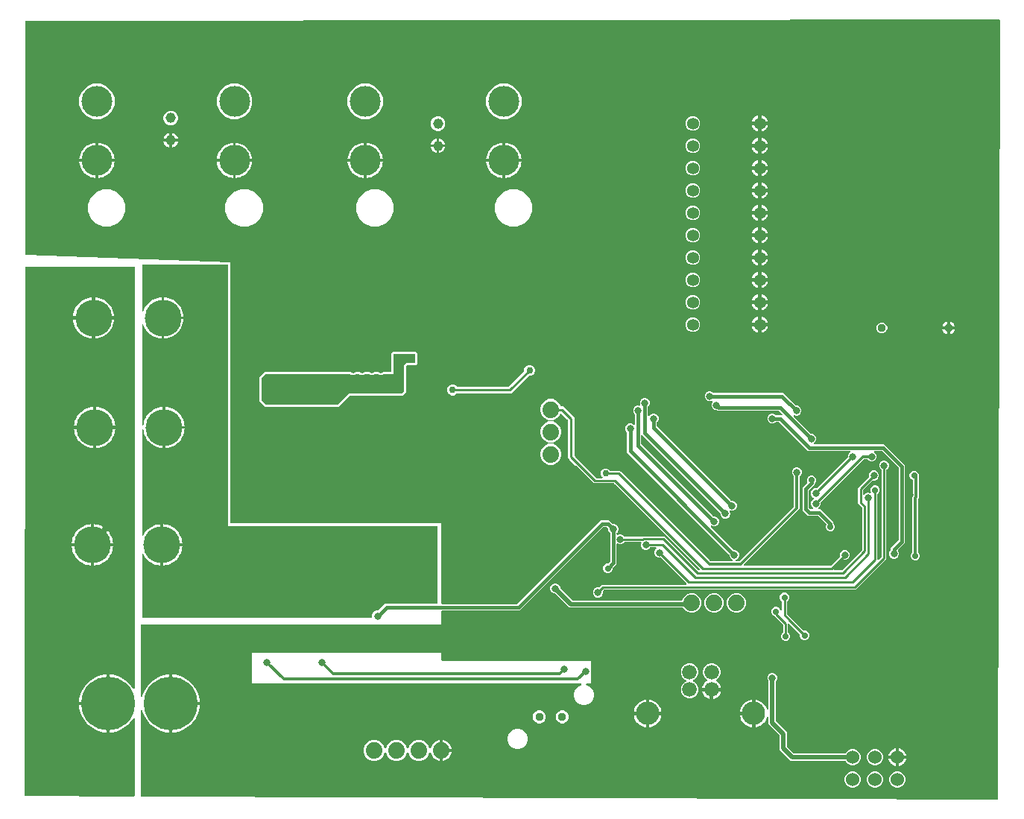
<source format=gbr>
G04 EAGLE Gerber RS-274X export*
G75*
%MOMM*%
%FSLAX34Y34*%
%LPD*%
%INBottom Copper*%
%IPPOS*%
%AMOC8*
5,1,8,0,0,1.08239X$1,22.5*%
G01*
%ADD10C,4.191000*%
%ADD11C,1.879600*%
%ADD12C,3.500000*%
%ADD13C,6.096000*%
%ADD14C,1.355600*%
%ADD15C,0.955600*%
%ADD16C,1.524000*%
%ADD17C,1.155600*%
%ADD18C,1.676400*%
%ADD19C,2.641600*%
%ADD20C,0.812800*%
%ADD21C,0.805600*%
%ADD22C,0.304800*%
%ADD23C,0.254000*%
%ADD24C,0.736600*%
%ADD25C,0.406400*%
%ADD26C,0.508000*%
%ADD27C,0.755600*%

G36*
X1112723Y1431D02*
X1112723Y1431D01*
X1112782Y1430D01*
X1112863Y1451D01*
X1112946Y1462D01*
X1113000Y1486D01*
X1113057Y1501D01*
X1113129Y1543D01*
X1113206Y1577D01*
X1113251Y1615D01*
X1113302Y1645D01*
X1113360Y1706D01*
X1113424Y1760D01*
X1113457Y1809D01*
X1113497Y1852D01*
X1113535Y1927D01*
X1113582Y1996D01*
X1113600Y2052D01*
X1113627Y2105D01*
X1113639Y2173D01*
X1113669Y2267D01*
X1113672Y2367D01*
X1113683Y2436D01*
X1116181Y886576D01*
X1116173Y886636D01*
X1116174Y886696D01*
X1116153Y886776D01*
X1116142Y886857D01*
X1116117Y886913D01*
X1116102Y886971D01*
X1116060Y887042D01*
X1116027Y887117D01*
X1115988Y887163D01*
X1115957Y887215D01*
X1115897Y887271D01*
X1115843Y887334D01*
X1115793Y887368D01*
X1115749Y887409D01*
X1115676Y887447D01*
X1115607Y887493D01*
X1115550Y887511D01*
X1115496Y887539D01*
X1115429Y887550D01*
X1115337Y887579D01*
X1115234Y887582D01*
X1115165Y887594D01*
X634999Y887049D01*
X9768Y886340D01*
X9749Y886337D01*
X9730Y886340D01*
X9629Y886318D01*
X9525Y886300D01*
X9508Y886292D01*
X9490Y886288D01*
X9400Y886234D01*
X9308Y886185D01*
X9295Y886171D01*
X9279Y886162D01*
X9211Y886082D01*
X9139Y886007D01*
X9131Y885989D01*
X9118Y885975D01*
X9079Y885878D01*
X9035Y885783D01*
X9033Y885765D01*
X9026Y885747D01*
X9007Y885580D01*
X8631Y620530D01*
X8632Y620523D01*
X8631Y620516D01*
X8652Y620402D01*
X8670Y620287D01*
X8674Y620281D01*
X8675Y620274D01*
X8731Y620173D01*
X8785Y620070D01*
X8790Y620065D01*
X8793Y620059D01*
X8879Y619980D01*
X8963Y619900D01*
X8969Y619897D01*
X8975Y619892D01*
X9081Y619845D01*
X9186Y619796D01*
X9193Y619795D01*
X9199Y619793D01*
X9365Y619768D01*
X241809Y611540D01*
X241809Y316230D01*
X241812Y316210D01*
X241810Y316191D01*
X241832Y316089D01*
X241849Y315987D01*
X241858Y315970D01*
X241862Y315950D01*
X241915Y315861D01*
X241964Y315770D01*
X241978Y315756D01*
X241988Y315739D01*
X242067Y315672D01*
X242142Y315601D01*
X242160Y315592D01*
X242175Y315579D01*
X242271Y315540D01*
X242365Y315497D01*
X242385Y315495D01*
X242403Y315487D01*
X242570Y315469D01*
X481585Y315469D01*
X481585Y224282D01*
X481593Y224224D01*
X481591Y224166D01*
X481613Y224084D01*
X481625Y224000D01*
X481649Y223947D01*
X481663Y223891D01*
X481706Y223818D01*
X481741Y223741D01*
X481779Y223696D01*
X481809Y223646D01*
X481870Y223588D01*
X481925Y223524D01*
X481973Y223492D01*
X482016Y223452D01*
X482091Y223413D01*
X482161Y223366D01*
X482217Y223349D01*
X482269Y223322D01*
X482337Y223311D01*
X482432Y223281D01*
X482532Y223278D01*
X482600Y223267D01*
X567066Y223267D01*
X567153Y223279D01*
X567240Y223282D01*
X567293Y223299D01*
X567348Y223307D01*
X567428Y223342D01*
X567511Y223369D01*
X567550Y223397D01*
X567607Y223423D01*
X567720Y223519D01*
X567784Y223564D01*
X662737Y318517D01*
X672033Y318517D01*
X676054Y314496D01*
X676124Y314444D01*
X676188Y314384D01*
X676237Y314358D01*
X676281Y314325D01*
X676363Y314294D01*
X676441Y314254D01*
X676488Y314246D01*
X676547Y314224D01*
X676694Y314212D01*
X676772Y314199D01*
X678022Y314199D01*
X680076Y313348D01*
X681648Y311776D01*
X682499Y309722D01*
X682499Y307498D01*
X681648Y305444D01*
X680764Y304560D01*
X680712Y304491D01*
X680652Y304427D01*
X680626Y304377D01*
X680593Y304333D01*
X680562Y304251D01*
X680522Y304174D01*
X680514Y304126D01*
X680492Y304068D01*
X680480Y303920D01*
X680467Y303843D01*
X680467Y303027D01*
X680483Y302913D01*
X680493Y302799D01*
X680503Y302773D01*
X680507Y302745D01*
X680553Y302640D01*
X680595Y302533D01*
X680611Y302511D01*
X680623Y302486D01*
X680697Y302398D01*
X680766Y302307D01*
X680789Y302290D01*
X680806Y302269D01*
X680902Y302205D01*
X680994Y302136D01*
X681020Y302127D01*
X681043Y302111D01*
X681153Y302076D01*
X681260Y302036D01*
X681288Y302034D01*
X681314Y302025D01*
X681429Y302022D01*
X681543Y302013D01*
X681568Y302019D01*
X681598Y302018D01*
X681855Y302085D01*
X681871Y302089D01*
X683426Y302733D01*
X685635Y302733D01*
X687675Y301887D01*
X689291Y300272D01*
X689360Y300220D01*
X689424Y300160D01*
X689474Y300134D01*
X689518Y300101D01*
X689600Y300070D01*
X689678Y300030D01*
X689725Y300022D01*
X689784Y300000D01*
X689931Y299988D01*
X690009Y299975D01*
X708864Y299975D01*
X708951Y299987D01*
X709038Y299990D01*
X709091Y300007D01*
X709146Y300015D01*
X709225Y300050D01*
X709309Y300077D01*
X709348Y300105D01*
X709405Y300131D01*
X709518Y300227D01*
X709582Y300272D01*
X709757Y300447D01*
X734746Y300447D01*
X773020Y262172D01*
X773090Y262120D01*
X773154Y262060D01*
X773203Y262034D01*
X773247Y262001D01*
X773329Y261970D01*
X773407Y261930D01*
X773455Y261922D01*
X773513Y261900D01*
X773661Y261888D01*
X773738Y261875D01*
X774392Y261875D01*
X774421Y261879D01*
X774450Y261876D01*
X774561Y261899D01*
X774673Y261915D01*
X774700Y261927D01*
X774729Y261932D01*
X774829Y261984D01*
X774933Y262031D01*
X774955Y262050D01*
X774981Y262063D01*
X775063Y262141D01*
X775150Y262214D01*
X775166Y262239D01*
X775187Y262259D01*
X775245Y262357D01*
X775307Y262451D01*
X775316Y262479D01*
X775331Y262504D01*
X775359Y262614D01*
X775393Y262722D01*
X775394Y262752D01*
X775401Y262780D01*
X775398Y262893D01*
X775400Y263006D01*
X775393Y263035D01*
X775392Y263064D01*
X775357Y263172D01*
X775329Y263281D01*
X775314Y263307D01*
X775305Y263335D01*
X775259Y263398D01*
X775183Y263526D01*
X775138Y263569D01*
X775110Y263608D01*
X678046Y360672D01*
X677976Y360724D01*
X677912Y360784D01*
X677863Y360810D01*
X677819Y360843D01*
X677737Y360874D01*
X677659Y360914D01*
X677611Y360922D01*
X677553Y360944D01*
X677405Y360956D01*
X677328Y360969D01*
X654888Y360969D01*
X635718Y380140D01*
X635694Y380157D01*
X635676Y380180D01*
X635581Y380243D01*
X635491Y380311D01*
X635463Y380321D01*
X635439Y380337D01*
X635331Y380372D01*
X635225Y380412D01*
X635196Y380414D01*
X635168Y380423D01*
X635054Y380426D01*
X634942Y380435D01*
X634913Y380430D01*
X634884Y380430D01*
X634774Y380402D01*
X634663Y380380D01*
X634637Y380366D01*
X634609Y380359D01*
X634511Y380301D01*
X634411Y380249D01*
X634389Y380228D01*
X634364Y380213D01*
X634288Y380132D01*
X627295Y387126D01*
X627294Y387126D01*
X624839Y389582D01*
X624839Y432446D01*
X624825Y432536D01*
X624817Y432627D01*
X624805Y432657D01*
X624800Y432689D01*
X624757Y432770D01*
X624721Y432854D01*
X624695Y432886D01*
X624684Y432906D01*
X624661Y432929D01*
X624616Y432984D01*
X617874Y439726D01*
X617837Y439753D01*
X617806Y439787D01*
X617738Y439825D01*
X617675Y439870D01*
X617631Y439883D01*
X617591Y439906D01*
X617514Y439919D01*
X617440Y439942D01*
X617394Y439941D01*
X617349Y439949D01*
X617271Y439938D01*
X617194Y439936D01*
X617151Y439920D01*
X617105Y439914D01*
X617036Y439878D01*
X616963Y439852D01*
X616927Y439823D01*
X616886Y439802D01*
X616831Y439746D01*
X616771Y439698D01*
X616746Y439659D01*
X616714Y439626D01*
X616648Y439507D01*
X616638Y439491D01*
X616636Y439486D01*
X616633Y439479D01*
X615911Y437737D01*
X612553Y434379D01*
X608165Y432561D01*
X603415Y432561D01*
X599027Y434379D01*
X595669Y437737D01*
X593851Y442125D01*
X593851Y446875D01*
X595669Y451263D01*
X599027Y454621D01*
X603415Y456439D01*
X608165Y456439D01*
X612553Y454621D01*
X615911Y451263D01*
X616939Y448781D01*
X617001Y448681D01*
X617061Y448581D01*
X617066Y448577D01*
X617069Y448572D01*
X617159Y448497D01*
X617248Y448421D01*
X617254Y448419D01*
X617258Y448415D01*
X617366Y448373D01*
X617476Y448329D01*
X617483Y448328D01*
X617488Y448327D01*
X617506Y448326D01*
X617643Y448311D01*
X620068Y448311D01*
X632461Y435918D01*
X632461Y393054D01*
X632475Y392964D01*
X632483Y392873D01*
X632495Y392843D01*
X632500Y392811D01*
X632543Y392730D01*
X632579Y392646D01*
X632605Y392614D01*
X632616Y392594D01*
X632639Y392571D01*
X632684Y392515D01*
X633985Y391214D01*
X633985Y390198D01*
X633992Y390150D01*
X633991Y390148D01*
X633992Y390144D01*
X633997Y390112D01*
X634000Y390024D01*
X634017Y389971D01*
X634025Y389917D01*
X634060Y389837D01*
X634087Y389754D01*
X634115Y389714D01*
X634141Y389657D01*
X634237Y389544D01*
X634282Y389480D01*
X656906Y366856D01*
X656976Y366804D01*
X657040Y366744D01*
X657089Y366718D01*
X657133Y366685D01*
X657215Y366654D01*
X657293Y366614D01*
X657341Y366606D01*
X657399Y366584D01*
X657547Y366572D01*
X657624Y366559D01*
X663621Y366559D01*
X663650Y366563D01*
X663679Y366560D01*
X663790Y366583D01*
X663903Y366599D01*
X663929Y366611D01*
X663958Y366616D01*
X664059Y366669D01*
X664162Y366715D01*
X664184Y366734D01*
X664210Y366747D01*
X664293Y366825D01*
X664379Y366898D01*
X664395Y366923D01*
X664416Y366943D01*
X664474Y367041D01*
X664537Y367135D01*
X664545Y367163D01*
X664560Y367188D01*
X664588Y367298D01*
X664622Y367406D01*
X664623Y367436D01*
X664630Y367464D01*
X664627Y367577D01*
X664630Y367690D01*
X664622Y367719D01*
X664621Y367748D01*
X664586Y367856D01*
X664558Y367965D01*
X664543Y367991D01*
X664534Y368019D01*
X664488Y368083D01*
X664413Y368210D01*
X664367Y368253D01*
X664339Y368292D01*
X663525Y369106D01*
X662717Y371055D01*
X662717Y373165D01*
X663525Y375114D01*
X665016Y376605D01*
X666965Y377413D01*
X669075Y377413D01*
X671024Y376605D01*
X672427Y375202D01*
X672497Y375150D01*
X672561Y375090D01*
X672610Y375064D01*
X672654Y375031D01*
X672736Y375000D01*
X672814Y374960D01*
X672862Y374952D01*
X672920Y374930D01*
X673068Y374918D01*
X673145Y374905D01*
X684418Y374905D01*
X685136Y374186D01*
X685206Y374134D01*
X685270Y374074D01*
X685319Y374048D01*
X685363Y374015D01*
X685445Y373984D01*
X685523Y373944D01*
X685571Y373936D01*
X685629Y373914D01*
X685777Y373902D01*
X685781Y373901D01*
X787095Y272586D01*
X787165Y272534D01*
X787229Y272474D01*
X787279Y272448D01*
X787323Y272415D01*
X787404Y272384D01*
X787482Y272344D01*
X787530Y272336D01*
X787588Y272314D01*
X787736Y272302D01*
X787813Y272289D01*
X811624Y272289D01*
X811709Y272301D01*
X811795Y272303D01*
X811849Y272321D01*
X811906Y272329D01*
X811984Y272364D01*
X812066Y272390D01*
X812113Y272422D01*
X812165Y272445D01*
X812231Y272500D01*
X812302Y272548D01*
X812339Y272592D01*
X812382Y272628D01*
X812430Y272700D01*
X812485Y272766D01*
X812508Y272818D01*
X812540Y272865D01*
X812566Y272947D01*
X812600Y273026D01*
X812608Y273082D01*
X812625Y273136D01*
X812628Y273222D01*
X812639Y273307D01*
X812631Y273363D01*
X812633Y273420D01*
X812611Y273503D01*
X812599Y273589D01*
X812575Y273640D01*
X812561Y273695D01*
X812517Y273769D01*
X812482Y273848D01*
X812445Y273891D01*
X812416Y273940D01*
X812353Y273999D01*
X812297Y274064D01*
X812255Y274090D01*
X812208Y274134D01*
X812079Y274200D01*
X812013Y274242D01*
X810925Y274693D01*
X809363Y276255D01*
X808517Y278295D01*
X808517Y279502D01*
X808505Y279589D01*
X808502Y279676D01*
X808485Y279729D01*
X808477Y279784D01*
X808442Y279864D01*
X808415Y279947D01*
X808387Y279986D01*
X808361Y280043D01*
X808265Y280156D01*
X808220Y280220D01*
X692403Y396037D01*
X692403Y418193D01*
X692391Y418280D01*
X692388Y418367D01*
X692371Y418420D01*
X692363Y418475D01*
X692328Y418555D01*
X692301Y418638D01*
X692273Y418677D01*
X692247Y418734D01*
X692151Y418848D01*
X692106Y418911D01*
X691253Y419765D01*
X690407Y421805D01*
X690407Y424015D01*
X691253Y426055D01*
X692815Y427617D01*
X694855Y428463D01*
X697065Y428463D01*
X699105Y427617D01*
X699560Y427163D01*
X699584Y427145D01*
X699603Y427123D01*
X699697Y427060D01*
X699787Y426992D01*
X699815Y426981D01*
X699839Y426965D01*
X699947Y426931D01*
X700053Y426891D01*
X700082Y426888D01*
X700110Y426879D01*
X700224Y426876D01*
X700336Y426867D01*
X700365Y426873D01*
X700394Y426872D01*
X700504Y426901D01*
X700615Y426923D01*
X700641Y426936D01*
X700669Y426944D01*
X700767Y427001D01*
X700867Y427054D01*
X700889Y427074D01*
X700914Y427089D01*
X700991Y427172D01*
X701073Y427250D01*
X701088Y427275D01*
X701108Y427296D01*
X701160Y427397D01*
X701217Y427495D01*
X701224Y427523D01*
X701238Y427549D01*
X701251Y427627D01*
X701287Y427770D01*
X701285Y427833D01*
X701293Y427881D01*
X701293Y438513D01*
X701281Y438600D01*
X701278Y438687D01*
X701261Y438740D01*
X701253Y438795D01*
X701218Y438875D01*
X701191Y438958D01*
X701163Y438997D01*
X701137Y439054D01*
X701041Y439168D01*
X700996Y439231D01*
X700143Y440085D01*
X699297Y442125D01*
X699297Y444335D01*
X700143Y446375D01*
X701705Y447937D01*
X703745Y448783D01*
X705955Y448783D01*
X705969Y448777D01*
X705997Y448770D01*
X706023Y448756D01*
X706134Y448734D01*
X706244Y448706D01*
X706273Y448707D01*
X706302Y448701D01*
X706415Y448711D01*
X706528Y448714D01*
X706556Y448723D01*
X706585Y448726D01*
X706691Y448766D01*
X706799Y448801D01*
X706823Y448817D01*
X706851Y448828D01*
X706940Y448896D01*
X707035Y448959D01*
X707054Y448982D01*
X707077Y448999D01*
X707145Y449090D01*
X707218Y449177D01*
X707230Y449203D01*
X707247Y449227D01*
X707287Y449333D01*
X707333Y449436D01*
X707337Y449465D01*
X707348Y449493D01*
X707357Y449606D01*
X707372Y449718D01*
X707368Y449747D01*
X707371Y449776D01*
X707353Y449853D01*
X707332Y449999D01*
X707306Y450056D01*
X707295Y450103D01*
X706917Y451016D01*
X706917Y453225D01*
X707763Y455265D01*
X709325Y456827D01*
X711365Y457673D01*
X713575Y457673D01*
X715615Y456827D01*
X717177Y455265D01*
X718023Y453225D01*
X718023Y451015D01*
X717177Y448975D01*
X716324Y448121D01*
X716272Y448052D01*
X716212Y447988D01*
X716186Y447938D01*
X716153Y447894D01*
X716122Y447812D01*
X716082Y447734D01*
X716074Y447687D01*
X716052Y447628D01*
X716040Y447481D01*
X716027Y447403D01*
X716027Y438012D01*
X716039Y437927D01*
X716041Y437841D01*
X716059Y437787D01*
X716067Y437731D01*
X716102Y437652D01*
X716128Y437570D01*
X716160Y437523D01*
X716183Y437471D01*
X716238Y437406D01*
X716287Y437334D01*
X716330Y437298D01*
X716366Y437254D01*
X716438Y437207D01*
X716504Y437151D01*
X716556Y437128D01*
X716603Y437097D01*
X716685Y437071D01*
X716764Y437036D01*
X716820Y437028D01*
X716874Y437011D01*
X716960Y437009D01*
X717046Y436997D01*
X717102Y437005D01*
X717158Y437004D01*
X717242Y437025D01*
X717327Y437038D01*
X717379Y437061D01*
X717433Y437076D01*
X717507Y437119D01*
X717586Y437155D01*
X717629Y437192D01*
X717678Y437221D01*
X717737Y437284D01*
X717802Y437340D01*
X717828Y437381D01*
X717872Y437428D01*
X717880Y437443D01*
X719485Y439047D01*
X721525Y439893D01*
X723735Y439893D01*
X725775Y439047D01*
X727337Y437485D01*
X728183Y435445D01*
X728183Y433235D01*
X727337Y431195D01*
X726484Y430341D01*
X726432Y430272D01*
X726372Y430208D01*
X726346Y430158D01*
X726313Y430114D01*
X726282Y430032D01*
X726242Y429954D01*
X726234Y429907D01*
X726212Y429848D01*
X726200Y429701D01*
X726187Y429623D01*
X726187Y426074D01*
X726199Y425987D01*
X726202Y425900D01*
X726219Y425847D01*
X726227Y425792D01*
X726262Y425712D01*
X726289Y425629D01*
X726317Y425590D01*
X726343Y425533D01*
X726439Y425420D01*
X726484Y425356D01*
X810710Y341130D01*
X810780Y341078D01*
X810844Y341018D01*
X810893Y340992D01*
X810937Y340959D01*
X811019Y340928D01*
X811097Y340888D01*
X811144Y340880D01*
X811203Y340858D01*
X811350Y340846D01*
X811428Y340833D01*
X812635Y340833D01*
X814675Y339987D01*
X816237Y338425D01*
X817083Y336385D01*
X817083Y334175D01*
X816237Y332135D01*
X814675Y330573D01*
X812635Y329727D01*
X810425Y329727D01*
X810411Y329733D01*
X810383Y329740D01*
X810357Y329754D01*
X810246Y329776D01*
X810136Y329804D01*
X810107Y329803D01*
X810078Y329809D01*
X809965Y329799D01*
X809852Y329796D01*
X809824Y329787D01*
X809795Y329784D01*
X809689Y329744D01*
X809581Y329709D01*
X809557Y329693D01*
X809529Y329682D01*
X809440Y329614D01*
X809345Y329551D01*
X809326Y329528D01*
X809303Y329511D01*
X809235Y329420D01*
X809162Y329333D01*
X809150Y329307D01*
X809133Y329283D01*
X809093Y329177D01*
X809047Y329074D01*
X809043Y329045D01*
X809032Y329017D01*
X809023Y328904D01*
X809008Y328792D01*
X809012Y328763D01*
X809009Y328734D01*
X809027Y328657D01*
X809048Y328511D01*
X809074Y328454D01*
X809085Y328407D01*
X809463Y327494D01*
X809463Y325285D01*
X808617Y323245D01*
X807055Y321683D01*
X805015Y320837D01*
X802805Y320837D01*
X800765Y321683D01*
X799203Y323245D01*
X798357Y325285D01*
X798357Y326492D01*
X798345Y326579D01*
X798342Y326666D01*
X798325Y326719D01*
X798317Y326774D01*
X798282Y326854D01*
X798255Y326937D01*
X798227Y326976D01*
X798201Y327033D01*
X798105Y327146D01*
X798060Y327210D01*
X711294Y413976D01*
X710140Y415130D01*
X710116Y415148D01*
X710097Y415170D01*
X710003Y415233D01*
X709913Y415301D01*
X709885Y415311D01*
X709861Y415328D01*
X709753Y415362D01*
X709647Y415402D01*
X709618Y415405D01*
X709590Y415414D01*
X709476Y415416D01*
X709364Y415426D01*
X709335Y415420D01*
X709306Y415421D01*
X709196Y415392D01*
X709085Y415370D01*
X709059Y415356D01*
X709031Y415349D01*
X708933Y415291D01*
X708833Y415239D01*
X708811Y415219D01*
X708786Y415204D01*
X708709Y415121D01*
X708627Y415043D01*
X708612Y415018D01*
X708592Y414996D01*
X708540Y414895D01*
X708483Y414798D01*
X708476Y414769D01*
X708462Y414743D01*
X708449Y414666D01*
X708413Y414522D01*
X708415Y414460D01*
X708407Y414412D01*
X708407Y405754D01*
X708419Y405667D01*
X708422Y405580D01*
X708439Y405527D01*
X708447Y405472D01*
X708482Y405392D01*
X708509Y405309D01*
X708537Y405270D01*
X708563Y405213D01*
X708659Y405100D01*
X708704Y405036D01*
X790390Y323350D01*
X790460Y323298D01*
X790524Y323238D01*
X790573Y323212D01*
X790617Y323179D01*
X790699Y323148D01*
X790777Y323108D01*
X790824Y323100D01*
X790883Y323078D01*
X791030Y323066D01*
X791108Y323053D01*
X792315Y323053D01*
X794355Y322207D01*
X795917Y320645D01*
X796763Y318605D01*
X796763Y316395D01*
X795917Y314355D01*
X794355Y312793D01*
X792315Y311947D01*
X790106Y311947D01*
X788756Y312506D01*
X788673Y312528D01*
X788593Y312558D01*
X788536Y312563D01*
X788481Y312577D01*
X788395Y312575D01*
X788309Y312582D01*
X788253Y312571D01*
X788197Y312569D01*
X788115Y312543D01*
X788030Y312526D01*
X787980Y312500D01*
X787926Y312482D01*
X787854Y312435D01*
X787778Y312395D01*
X787737Y312356D01*
X787690Y312324D01*
X787634Y312258D01*
X787572Y312199D01*
X787543Y312150D01*
X787507Y312107D01*
X787472Y312028D01*
X787428Y311954D01*
X787414Y311899D01*
X787391Y311847D01*
X787379Y311762D01*
X787358Y311678D01*
X787360Y311622D01*
X787352Y311565D01*
X787365Y311480D01*
X787367Y311394D01*
X787385Y311340D01*
X787393Y311284D01*
X787428Y311205D01*
X787455Y311124D01*
X787483Y311084D01*
X787510Y311025D01*
X787604Y310914D01*
X787650Y310850D01*
X813250Y285250D01*
X813320Y285198D01*
X813384Y285138D01*
X813433Y285112D01*
X813477Y285079D01*
X813559Y285048D01*
X813637Y285008D01*
X813684Y285000D01*
X813743Y284978D01*
X813890Y284966D01*
X813968Y284953D01*
X815175Y284953D01*
X817215Y284107D01*
X818777Y282545D01*
X819623Y280505D01*
X819623Y278295D01*
X818777Y276255D01*
X817215Y274693D01*
X816127Y274242D01*
X816053Y274198D01*
X815975Y274163D01*
X815932Y274126D01*
X815883Y274097D01*
X815823Y274035D01*
X815758Y273979D01*
X815726Y273932D01*
X815687Y273891D01*
X815648Y273814D01*
X815600Y273743D01*
X815583Y273689D01*
X815557Y273638D01*
X815541Y273554D01*
X815515Y273472D01*
X815513Y273415D01*
X815502Y273359D01*
X815509Y273274D01*
X815507Y273188D01*
X815522Y273133D01*
X815527Y273076D01*
X815557Y272995D01*
X815579Y272913D01*
X815608Y272864D01*
X815629Y272811D01*
X815681Y272742D01*
X815724Y272668D01*
X815766Y272629D01*
X815800Y272584D01*
X815869Y272532D01*
X815932Y272474D01*
X815982Y272448D01*
X816028Y272414D01*
X816108Y272383D01*
X816185Y272344D01*
X816234Y272336D01*
X816294Y272313D01*
X816439Y272302D01*
X816516Y272289D01*
X820007Y272289D01*
X820093Y272301D01*
X820181Y272304D01*
X820233Y272321D01*
X820288Y272329D01*
X820368Y272364D01*
X820451Y272391D01*
X820490Y272419D01*
X820548Y272445D01*
X820661Y272541D01*
X820725Y272586D01*
X881844Y333705D01*
X881865Y333734D01*
X881884Y333750D01*
X881912Y333792D01*
X881956Y333839D01*
X881982Y333889D01*
X882015Y333933D01*
X882027Y333964D01*
X882042Y333986D01*
X882058Y334037D01*
X882086Y334092D01*
X882094Y334140D01*
X882116Y334198D01*
X882119Y334230D01*
X882127Y334257D01*
X882130Y334355D01*
X882141Y334423D01*
X882141Y368155D01*
X882129Y368242D01*
X882126Y368329D01*
X882109Y368382D01*
X882101Y368437D01*
X882066Y368517D01*
X882039Y368600D01*
X882011Y368639D01*
X881985Y368696D01*
X881889Y368810D01*
X881844Y368873D01*
X880483Y370235D01*
X879637Y372275D01*
X879637Y374485D01*
X880483Y376525D01*
X882045Y378087D01*
X884085Y378933D01*
X886295Y378933D01*
X888335Y378087D01*
X889897Y376525D01*
X890743Y374485D01*
X890743Y372275D01*
X889897Y370235D01*
X888536Y368873D01*
X888484Y368804D01*
X888424Y368740D01*
X888398Y368690D01*
X888365Y368646D01*
X888334Y368564D01*
X888294Y368486D01*
X888286Y368439D01*
X888264Y368380D01*
X888252Y368233D01*
X888239Y368155D01*
X888239Y331477D01*
X886155Y329394D01*
X825449Y268688D01*
X825432Y268664D01*
X825409Y268645D01*
X825346Y268551D01*
X825279Y268461D01*
X825268Y268433D01*
X825252Y268409D01*
X825218Y268301D01*
X825177Y268195D01*
X825175Y268166D01*
X825166Y268138D01*
X825163Y268024D01*
X825154Y267912D01*
X825159Y267883D01*
X825159Y267854D01*
X825187Y267744D01*
X825210Y267633D01*
X825223Y267607D01*
X825231Y267579D01*
X825288Y267481D01*
X825341Y267381D01*
X825361Y267359D01*
X825376Y267334D01*
X825458Y267257D01*
X825536Y267175D01*
X825562Y267160D01*
X825583Y267140D01*
X825684Y267088D01*
X825782Y267031D01*
X825810Y267024D01*
X825836Y267010D01*
X825914Y266997D01*
X826057Y266961D01*
X826120Y266963D01*
X826167Y266955D01*
X922982Y266955D01*
X923068Y266967D01*
X923156Y266970D01*
X923209Y266987D01*
X923263Y266995D01*
X923343Y267030D01*
X923426Y267057D01*
X923466Y267085D01*
X923523Y267111D01*
X923636Y267207D01*
X923700Y267252D01*
X933950Y277502D01*
X934002Y277572D01*
X934062Y277636D01*
X934088Y277685D01*
X934121Y277729D01*
X934152Y277811D01*
X934192Y277889D01*
X934200Y277937D01*
X934222Y277995D01*
X934234Y278143D01*
X934247Y278220D01*
X934247Y280505D01*
X935093Y282545D01*
X936655Y284107D01*
X938695Y284953D01*
X940905Y284953D01*
X942945Y284107D01*
X944507Y282545D01*
X945353Y280505D01*
X945353Y278295D01*
X944507Y276255D01*
X942945Y274693D01*
X940905Y273847D01*
X938620Y273847D01*
X938534Y273835D01*
X938446Y273832D01*
X938393Y273815D01*
X938339Y273807D01*
X938259Y273772D01*
X938176Y273745D01*
X938136Y273717D01*
X938079Y273691D01*
X937966Y273595D01*
X937902Y273550D01*
X927960Y263608D01*
X927943Y263584D01*
X927920Y263565D01*
X927857Y263471D01*
X927789Y263381D01*
X927779Y263353D01*
X927763Y263329D01*
X927728Y263221D01*
X927688Y263115D01*
X927686Y263086D01*
X927677Y263058D01*
X927674Y262944D01*
X927665Y262832D01*
X927670Y262803D01*
X927670Y262774D01*
X927698Y262664D01*
X927720Y262553D01*
X927734Y262527D01*
X927741Y262499D01*
X927799Y262401D01*
X927851Y262301D01*
X927872Y262279D01*
X927887Y262254D01*
X927969Y262177D01*
X928047Y262095D01*
X928073Y262080D01*
X928094Y262060D01*
X928195Y262008D01*
X928292Y261951D01*
X928321Y261944D01*
X928347Y261930D01*
X928424Y261917D01*
X928568Y261881D01*
X928630Y261883D01*
X928678Y261875D01*
X935682Y261875D01*
X935768Y261887D01*
X935856Y261890D01*
X935909Y261907D01*
X935963Y261915D01*
X936043Y261950D01*
X936126Y261977D01*
X936166Y262005D01*
X936223Y262031D01*
X936336Y262127D01*
X936400Y262172D01*
X959314Y285086D01*
X959366Y285156D01*
X959426Y285220D01*
X959452Y285269D01*
X959485Y285313D01*
X959516Y285395D01*
X959556Y285473D01*
X959564Y285521D01*
X959586Y285579D01*
X959598Y285727D01*
X959611Y285804D01*
X959611Y332686D01*
X959599Y332772D01*
X959596Y332860D01*
X959579Y332913D01*
X959571Y332967D01*
X959536Y333047D01*
X959509Y333130D01*
X959481Y333170D01*
X959455Y333227D01*
X959359Y333340D01*
X959314Y333404D01*
X954785Y337932D01*
X954785Y355488D01*
X966970Y367672D01*
X967022Y367742D01*
X967082Y367806D01*
X967108Y367855D01*
X967141Y367899D01*
X967172Y367981D01*
X967212Y368059D01*
X967220Y368107D01*
X967242Y368165D01*
X967254Y368313D01*
X967267Y368390D01*
X967267Y370675D01*
X968113Y372715D01*
X969675Y374277D01*
X971715Y375123D01*
X973925Y375123D01*
X975965Y374277D01*
X977527Y372715D01*
X978373Y370675D01*
X978373Y368465D01*
X977527Y366425D01*
X975965Y364863D01*
X973925Y364017D01*
X971640Y364017D01*
X971554Y364005D01*
X971466Y364002D01*
X971413Y363985D01*
X971359Y363977D01*
X971279Y363942D01*
X971196Y363915D01*
X971156Y363887D01*
X971099Y363861D01*
X970986Y363765D01*
X970922Y363720D01*
X960672Y353470D01*
X960620Y353400D01*
X960560Y353336D01*
X960534Y353287D01*
X960501Y353243D01*
X960470Y353161D01*
X960430Y353083D01*
X960422Y353035D01*
X960400Y352977D01*
X960392Y352877D01*
X960389Y352868D01*
X960388Y352829D01*
X960375Y352752D01*
X960375Y348379D01*
X960379Y348349D01*
X960376Y348320D01*
X960399Y348209D01*
X960415Y348097D01*
X960427Y348070D01*
X960432Y348041D01*
X960485Y347941D01*
X960531Y347838D01*
X960550Y347815D01*
X960563Y347789D01*
X960641Y347707D01*
X960714Y347621D01*
X960739Y347604D01*
X960759Y347583D01*
X960857Y347526D01*
X960951Y347463D01*
X960979Y347454D01*
X961004Y347439D01*
X961114Y347412D01*
X961222Y347377D01*
X961252Y347376D01*
X961280Y347369D01*
X961393Y347373D01*
X961506Y347370D01*
X961535Y347377D01*
X961564Y347378D01*
X961672Y347413D01*
X961781Y347442D01*
X961807Y347457D01*
X961835Y347466D01*
X961899Y347511D01*
X962026Y347587D01*
X962069Y347633D01*
X962108Y347661D01*
X963325Y348877D01*
X965365Y349723D01*
X967574Y349723D01*
X968039Y349530D01*
X968068Y349523D01*
X968094Y349509D01*
X968205Y349487D01*
X968315Y349459D01*
X968344Y349460D01*
X968373Y349454D01*
X968486Y349464D01*
X968599Y349467D01*
X968627Y349476D01*
X968656Y349479D01*
X968762Y349520D01*
X968870Y349554D01*
X968894Y349570D01*
X968921Y349581D01*
X969012Y349649D01*
X969106Y349712D01*
X969125Y349735D01*
X969148Y349752D01*
X969216Y349843D01*
X969289Y349930D01*
X969301Y349957D01*
X969318Y349980D01*
X969358Y350086D01*
X969404Y350190D01*
X969408Y350219D01*
X969419Y350246D01*
X969428Y350359D01*
X969443Y350471D01*
X969439Y350500D01*
X969441Y350530D01*
X969424Y350606D01*
X969402Y350753D01*
X969377Y350810D01*
X969366Y350857D01*
X968882Y352024D01*
X968882Y354096D01*
X969675Y356010D01*
X971140Y357475D01*
X973054Y358268D01*
X975126Y358268D01*
X977040Y357475D01*
X978505Y356010D01*
X979298Y354096D01*
X979298Y352024D01*
X978505Y350110D01*
X977182Y348787D01*
X977130Y348717D01*
X977070Y348654D01*
X977044Y348604D01*
X977011Y348560D01*
X976980Y348478D01*
X976940Y348400D01*
X976932Y348353D01*
X976910Y348294D01*
X976898Y348147D01*
X976885Y348069D01*
X976885Y274628D01*
X976889Y274599D01*
X976886Y274570D01*
X976909Y274459D01*
X976925Y274347D01*
X976937Y274320D01*
X976942Y274291D01*
X976995Y274191D01*
X977041Y274087D01*
X977060Y274065D01*
X977073Y274039D01*
X977151Y273957D01*
X977224Y273870D01*
X977249Y273854D01*
X977269Y273833D01*
X977367Y273775D01*
X977461Y273713D01*
X977489Y273704D01*
X977514Y273689D01*
X977624Y273661D01*
X977732Y273627D01*
X977762Y273626D01*
X977790Y273619D01*
X977903Y273622D01*
X978016Y273620D01*
X978045Y273627D01*
X978074Y273628D01*
X978182Y273663D01*
X978291Y273691D01*
X978317Y273706D01*
X978345Y273715D01*
X978408Y273761D01*
X978536Y273837D01*
X978579Y273882D01*
X978618Y273910D01*
X981158Y276450D01*
X981210Y276520D01*
X981270Y276584D01*
X981296Y276633D01*
X981329Y276677D01*
X981360Y276759D01*
X981400Y276837D01*
X981408Y276885D01*
X981430Y276943D01*
X981442Y277091D01*
X981455Y277168D01*
X981455Y375521D01*
X981443Y375608D01*
X981440Y375695D01*
X981423Y375748D01*
X981415Y375803D01*
X981380Y375883D01*
X981353Y375966D01*
X981325Y376005D01*
X981299Y376062D01*
X981203Y376176D01*
X981158Y376239D01*
X979543Y377855D01*
X978697Y379895D01*
X978697Y382105D01*
X979543Y384145D01*
X981105Y385707D01*
X983145Y386553D01*
X985355Y386553D01*
X987395Y385707D01*
X988957Y384145D01*
X989803Y382105D01*
X989803Y379895D01*
X988957Y377855D01*
X987342Y376239D01*
X987290Y376170D01*
X987230Y376106D01*
X987204Y376056D01*
X987171Y376012D01*
X987140Y375930D01*
X987100Y375852D01*
X987092Y375805D01*
X987070Y375746D01*
X987058Y375599D01*
X987045Y375521D01*
X987045Y274432D01*
X952388Y239775D01*
X666586Y239775D01*
X666500Y239763D01*
X666412Y239760D01*
X666359Y239743D01*
X666305Y239735D01*
X666225Y239700D01*
X666142Y239673D01*
X666102Y239645D01*
X666045Y239619D01*
X665932Y239523D01*
X665868Y239478D01*
X664980Y238590D01*
X664928Y238520D01*
X664868Y238456D01*
X664842Y238407D01*
X664809Y238363D01*
X664778Y238281D01*
X664738Y238203D01*
X664730Y238155D01*
X664708Y238097D01*
X664696Y237949D01*
X664683Y237872D01*
X664683Y235587D01*
X663837Y233547D01*
X662275Y231985D01*
X660235Y231139D01*
X658025Y231139D01*
X655985Y231985D01*
X654423Y233547D01*
X653577Y235587D01*
X653577Y237797D01*
X654423Y239837D01*
X655985Y241399D01*
X658025Y242245D01*
X660310Y242245D01*
X660396Y242257D01*
X660484Y242260D01*
X660537Y242277D01*
X660591Y242285D01*
X660671Y242320D01*
X660754Y242347D01*
X660794Y242375D01*
X660851Y242401D01*
X660964Y242497D01*
X661028Y242542D01*
X663850Y245365D01*
X759152Y245365D01*
X759181Y245369D01*
X759210Y245366D01*
X759321Y245389D01*
X759433Y245405D01*
X759460Y245417D01*
X759489Y245422D01*
X759589Y245474D01*
X759693Y245521D01*
X759715Y245540D01*
X759741Y245553D01*
X759823Y245631D01*
X759910Y245704D01*
X759926Y245729D01*
X759947Y245749D01*
X760005Y245847D01*
X760067Y245941D01*
X760076Y245969D01*
X760091Y245994D01*
X760119Y246104D01*
X760153Y246212D01*
X760154Y246242D01*
X760161Y246270D01*
X760158Y246383D01*
X760160Y246496D01*
X760153Y246525D01*
X760152Y246554D01*
X760117Y246662D01*
X760089Y246771D01*
X760074Y246797D01*
X760065Y246825D01*
X760019Y246888D01*
X759943Y247016D01*
X759898Y247059D01*
X759870Y247098D01*
X730878Y276090D01*
X730808Y276142D01*
X730744Y276202D01*
X730695Y276228D01*
X730651Y276261D01*
X730569Y276292D01*
X730491Y276332D01*
X730443Y276340D01*
X730385Y276362D01*
X730237Y276374D01*
X730160Y276387D01*
X727875Y276387D01*
X725835Y277233D01*
X724273Y278795D01*
X723427Y280835D01*
X723427Y283045D01*
X724273Y285085D01*
X725489Y286302D01*
X725507Y286326D01*
X725529Y286345D01*
X725592Y286439D01*
X725660Y286529D01*
X725671Y286557D01*
X725687Y286581D01*
X725721Y286689D01*
X725761Y286795D01*
X725764Y286824D01*
X725773Y286852D01*
X725776Y286966D01*
X725785Y287078D01*
X725779Y287107D01*
X725780Y287136D01*
X725751Y287246D01*
X725729Y287357D01*
X725716Y287383D01*
X725708Y287411D01*
X725651Y287509D01*
X725598Y287609D01*
X725578Y287631D01*
X725563Y287656D01*
X725481Y287733D01*
X725402Y287815D01*
X725377Y287830D01*
X725356Y287850D01*
X725255Y287902D01*
X725157Y287959D01*
X725129Y287966D01*
X725103Y287980D01*
X725025Y287993D01*
X724882Y288029D01*
X724819Y288027D01*
X724771Y288035D01*
X719219Y288035D01*
X719132Y288023D01*
X719045Y288020D01*
X718992Y288003D01*
X718937Y287995D01*
X718857Y287960D01*
X718774Y287933D01*
X718735Y287905D01*
X718678Y287879D01*
X718564Y287783D01*
X718501Y287738D01*
X716885Y286123D01*
X714845Y285277D01*
X712635Y285277D01*
X710595Y286123D01*
X709033Y287685D01*
X708187Y289725D01*
X708187Y291934D01*
X708621Y292981D01*
X708650Y293093D01*
X708684Y293202D01*
X708685Y293230D01*
X708692Y293257D01*
X708689Y293371D01*
X708692Y293486D01*
X708685Y293513D01*
X708684Y293541D01*
X708649Y293650D01*
X708620Y293761D01*
X708606Y293785D01*
X708597Y293812D01*
X708533Y293907D01*
X708474Y294006D01*
X708454Y294025D01*
X708439Y294048D01*
X708351Y294122D01*
X708267Y294200D01*
X708242Y294213D01*
X708221Y294231D01*
X708116Y294277D01*
X708014Y294330D01*
X707989Y294334D01*
X707961Y294346D01*
X707698Y294383D01*
X707683Y294385D01*
X690009Y294385D01*
X689922Y294373D01*
X689835Y294370D01*
X689782Y294353D01*
X689727Y294345D01*
X689647Y294310D01*
X689564Y294283D01*
X689525Y294255D01*
X689468Y294229D01*
X689354Y294133D01*
X689291Y294088D01*
X687675Y292473D01*
X685635Y291627D01*
X683426Y291627D01*
X681871Y292271D01*
X681759Y292300D01*
X681650Y292335D01*
X681622Y292335D01*
X681595Y292342D01*
X681481Y292339D01*
X681366Y292342D01*
X681339Y292335D01*
X681311Y292334D01*
X681202Y292299D01*
X681091Y292270D01*
X681067Y292256D01*
X681040Y292248D01*
X680945Y292183D01*
X680846Y292125D01*
X680827Y292105D01*
X680804Y292089D01*
X680730Y292001D01*
X680652Y291918D01*
X680639Y291893D01*
X680621Y291872D01*
X680574Y291767D01*
X680522Y291664D01*
X680518Y291640D01*
X680506Y291612D01*
X680469Y291348D01*
X680467Y291333D01*
X680467Y269037D01*
X676065Y264635D01*
X676013Y264565D01*
X675953Y264501D01*
X675927Y264452D01*
X675894Y264408D01*
X675863Y264326D01*
X675823Y264248D01*
X675815Y264201D01*
X675793Y264142D01*
X675781Y263995D01*
X675768Y263917D01*
X675768Y263124D01*
X674975Y261210D01*
X673510Y259745D01*
X671596Y258952D01*
X669524Y258952D01*
X667610Y259745D01*
X666145Y261210D01*
X665352Y263124D01*
X665352Y265196D01*
X666145Y267110D01*
X667610Y268575D01*
X669524Y269368D01*
X670317Y269368D01*
X670404Y269380D01*
X670491Y269383D01*
X670544Y269400D01*
X670599Y269408D01*
X670679Y269443D01*
X670762Y269470D01*
X670801Y269498D01*
X670858Y269524D01*
X670971Y269620D01*
X671035Y269665D01*
X673056Y271686D01*
X673108Y271756D01*
X673168Y271820D01*
X673194Y271869D01*
X673227Y271913D01*
X673258Y271995D01*
X673298Y272073D01*
X673306Y272120D01*
X673328Y272179D01*
X673340Y272326D01*
X673353Y272404D01*
X673353Y303843D01*
X673341Y303929D01*
X673338Y304017D01*
X673321Y304069D01*
X673313Y304124D01*
X673278Y304204D01*
X673251Y304287D01*
X673223Y304326D01*
X673197Y304383D01*
X673101Y304497D01*
X673056Y304560D01*
X672172Y305444D01*
X671321Y307498D01*
X671321Y308748D01*
X671309Y308835D01*
X671306Y308922D01*
X671289Y308975D01*
X671281Y309030D01*
X671246Y309110D01*
X671219Y309193D01*
X671191Y309232D01*
X671165Y309289D01*
X671069Y309402D01*
X671024Y309466D01*
X669384Y311106D01*
X669314Y311158D01*
X669250Y311218D01*
X669201Y311244D01*
X669157Y311277D01*
X669075Y311308D01*
X668997Y311348D01*
X668950Y311356D01*
X668891Y311378D01*
X668744Y311390D01*
X668666Y311403D01*
X666104Y311403D01*
X666017Y311391D01*
X665930Y311388D01*
X665877Y311371D01*
X665822Y311363D01*
X665742Y311328D01*
X665659Y311301D01*
X665620Y311273D01*
X665563Y311247D01*
X665450Y311151D01*
X665386Y311106D01*
X570433Y216153D01*
X482600Y216153D01*
X482542Y216145D01*
X482484Y216147D01*
X482402Y216125D01*
X482319Y216113D01*
X482265Y216090D01*
X482209Y216075D01*
X482136Y216032D01*
X482059Y215997D01*
X482014Y215959D01*
X481964Y215930D01*
X481906Y215868D01*
X481842Y215814D01*
X481810Y215765D01*
X481770Y215722D01*
X481731Y215647D01*
X481685Y215577D01*
X481667Y215521D01*
X481640Y215469D01*
X481629Y215401D01*
X481599Y215306D01*
X481596Y215206D01*
X481585Y215138D01*
X481585Y200405D01*
X140970Y200405D01*
X140912Y200397D01*
X140854Y200399D01*
X140772Y200377D01*
X140689Y200365D01*
X140635Y200342D01*
X140579Y200327D01*
X140506Y200284D01*
X140429Y200249D01*
X140384Y200211D01*
X140334Y200182D01*
X140276Y200120D01*
X140212Y200066D01*
X140180Y200017D01*
X140140Y199974D01*
X140101Y199899D01*
X140055Y199829D01*
X140037Y199773D01*
X140010Y199721D01*
X139999Y199653D01*
X139969Y199558D01*
X139966Y199458D01*
X139955Y199390D01*
X139955Y118888D01*
X139974Y118755D01*
X139991Y118620D01*
X139994Y118613D01*
X139995Y118606D01*
X140050Y118484D01*
X140104Y118359D01*
X140108Y118353D01*
X140111Y118347D01*
X140198Y118244D01*
X140284Y118139D01*
X140290Y118135D01*
X140295Y118130D01*
X140408Y118055D01*
X140519Y117979D01*
X140525Y117976D01*
X140531Y117972D01*
X140661Y117932D01*
X140789Y117889D01*
X140796Y117889D01*
X140802Y117887D01*
X140937Y117883D01*
X141073Y117878D01*
X141079Y117880D01*
X141086Y117879D01*
X141216Y117913D01*
X141349Y117946D01*
X141355Y117949D01*
X141361Y117951D01*
X141477Y118020D01*
X141595Y118088D01*
X141600Y118093D01*
X141606Y118096D01*
X141699Y118196D01*
X141792Y118293D01*
X141795Y118298D01*
X141800Y118304D01*
X141930Y118557D01*
X141933Y118576D01*
X141942Y118593D01*
X142862Y121628D01*
X144104Y124625D01*
X145633Y127486D01*
X147436Y130184D01*
X149494Y132692D01*
X151788Y134986D01*
X154296Y137044D01*
X156994Y138847D01*
X159855Y140376D01*
X162852Y141618D01*
X165957Y142560D01*
X169139Y143193D01*
X171959Y143470D01*
X171959Y111506D01*
X171967Y111448D01*
X171965Y111390D01*
X171987Y111308D01*
X171999Y111225D01*
X172023Y111171D01*
X172037Y111115D01*
X172080Y111042D01*
X172115Y110965D01*
X172153Y110921D01*
X172183Y110870D01*
X172244Y110813D01*
X172299Y110748D01*
X172347Y110716D01*
X172390Y110676D01*
X172465Y110637D01*
X172535Y110591D01*
X172591Y110573D01*
X172643Y110546D01*
X172711Y110535D01*
X172806Y110505D01*
X172906Y110502D01*
X172974Y110491D01*
X173991Y110491D01*
X173991Y110489D01*
X172974Y110489D01*
X172916Y110481D01*
X172858Y110482D01*
X172776Y110461D01*
X172693Y110449D01*
X172639Y110425D01*
X172583Y110411D01*
X172510Y110368D01*
X172433Y110333D01*
X172388Y110295D01*
X172338Y110265D01*
X172280Y110204D01*
X172216Y110149D01*
X172184Y110101D01*
X172144Y110058D01*
X172105Y109983D01*
X172059Y109913D01*
X172041Y109857D01*
X172014Y109805D01*
X172003Y109737D01*
X171973Y109642D01*
X171970Y109542D01*
X171959Y109474D01*
X171959Y77510D01*
X169139Y77787D01*
X165957Y78420D01*
X162852Y79362D01*
X159855Y80604D01*
X156994Y82133D01*
X154296Y83936D01*
X151788Y85994D01*
X149494Y88288D01*
X147436Y90796D01*
X145633Y93494D01*
X144104Y96355D01*
X142862Y99352D01*
X141942Y102387D01*
X141884Y102510D01*
X141829Y102633D01*
X141825Y102638D01*
X141822Y102645D01*
X141732Y102747D01*
X141646Y102850D01*
X141640Y102854D01*
X141635Y102859D01*
X141522Y102932D01*
X141409Y103008D01*
X141402Y103010D01*
X141396Y103013D01*
X141267Y103053D01*
X141138Y103093D01*
X141131Y103093D01*
X141124Y103095D01*
X140989Y103097D01*
X140854Y103101D01*
X140847Y103099D01*
X140840Y103099D01*
X140709Y103063D01*
X140579Y103029D01*
X140573Y103025D01*
X140566Y103023D01*
X140449Y102952D01*
X140334Y102884D01*
X140329Y102878D01*
X140324Y102875D01*
X140232Y102775D01*
X140140Y102676D01*
X140137Y102670D01*
X140132Y102665D01*
X140072Y102544D01*
X140010Y102423D01*
X140009Y102417D01*
X140006Y102410D01*
X139955Y102130D01*
X139958Y102111D01*
X139955Y102092D01*
X139955Y5747D01*
X139963Y5691D01*
X139961Y5634D01*
X139983Y5551D01*
X139995Y5466D01*
X140018Y5414D01*
X140032Y5359D01*
X140076Y5285D01*
X140111Y5206D01*
X140148Y5163D01*
X140176Y5114D01*
X140239Y5055D01*
X140295Y4989D01*
X140342Y4958D01*
X140383Y4919D01*
X140460Y4879D01*
X140531Y4832D01*
X140585Y4815D01*
X140636Y4789D01*
X140705Y4777D01*
X140802Y4746D01*
X140899Y4744D01*
X140967Y4732D01*
X659127Y2968D01*
X1112665Y1423D01*
X1112723Y1431D01*
G37*
G36*
X132136Y4771D02*
X132136Y4771D01*
X132196Y4769D01*
X132276Y4790D01*
X132358Y4801D01*
X132413Y4826D01*
X132471Y4841D01*
X132542Y4883D01*
X132618Y4917D01*
X132664Y4955D01*
X132716Y4986D01*
X132772Y5046D01*
X132836Y5099D01*
X132869Y5149D01*
X132910Y5193D01*
X132948Y5267D01*
X132994Y5336D01*
X133012Y5393D01*
X133040Y5447D01*
X133051Y5514D01*
X133081Y5606D01*
X133084Y5708D01*
X133095Y5778D01*
X133095Y92943D01*
X133077Y93070D01*
X133063Y93198D01*
X133057Y93210D01*
X133055Y93224D01*
X133003Y93341D01*
X132954Y93460D01*
X132945Y93471D01*
X132939Y93484D01*
X132856Y93582D01*
X132776Y93682D01*
X132764Y93690D01*
X132756Y93701D01*
X132649Y93772D01*
X132544Y93846D01*
X132531Y93850D01*
X132519Y93858D01*
X132396Y93897D01*
X132275Y93939D01*
X132261Y93940D01*
X132248Y93944D01*
X132119Y93947D01*
X131991Y93954D01*
X131978Y93951D01*
X131964Y93951D01*
X131840Y93919D01*
X131714Y93890D01*
X131702Y93883D01*
X131689Y93879D01*
X131579Y93814D01*
X131466Y93751D01*
X131457Y93742D01*
X131444Y93734D01*
X131250Y93527D01*
X131244Y93515D01*
X131236Y93507D01*
X129424Y90796D01*
X127366Y88288D01*
X125072Y85994D01*
X122564Y83936D01*
X119866Y82133D01*
X117005Y80604D01*
X114008Y79362D01*
X110903Y78420D01*
X107721Y77787D01*
X104901Y77510D01*
X104901Y109474D01*
X104893Y109532D01*
X104895Y109590D01*
X104873Y109672D01*
X104861Y109755D01*
X104837Y109809D01*
X104823Y109865D01*
X104780Y109938D01*
X104745Y110015D01*
X104707Y110059D01*
X104677Y110110D01*
X104616Y110167D01*
X104561Y110232D01*
X104513Y110264D01*
X104470Y110304D01*
X104395Y110343D01*
X104325Y110389D01*
X104269Y110407D01*
X104217Y110434D01*
X104149Y110445D01*
X104054Y110475D01*
X103954Y110478D01*
X103886Y110489D01*
X102869Y110489D01*
X102869Y110491D01*
X103886Y110491D01*
X103944Y110499D01*
X104002Y110498D01*
X104084Y110519D01*
X104167Y110531D01*
X104221Y110555D01*
X104277Y110569D01*
X104350Y110612D01*
X104427Y110647D01*
X104472Y110685D01*
X104522Y110715D01*
X104580Y110776D01*
X104644Y110831D01*
X104676Y110879D01*
X104716Y110922D01*
X104755Y110997D01*
X104801Y111067D01*
X104819Y111123D01*
X104846Y111175D01*
X104857Y111243D01*
X104887Y111338D01*
X104890Y111438D01*
X104901Y111506D01*
X104901Y143470D01*
X107721Y143193D01*
X110903Y142560D01*
X114008Y141618D01*
X117005Y140376D01*
X119866Y138847D01*
X122564Y137044D01*
X125072Y134986D01*
X127366Y132692D01*
X129424Y130184D01*
X131236Y127473D01*
X131322Y127377D01*
X131405Y127279D01*
X131416Y127272D01*
X131425Y127261D01*
X131534Y127193D01*
X131641Y127122D01*
X131654Y127118D01*
X131666Y127110D01*
X131789Y127075D01*
X131912Y127036D01*
X131926Y127036D01*
X131939Y127032D01*
X132068Y127032D01*
X132196Y127029D01*
X132210Y127032D01*
X132224Y127032D01*
X132347Y127068D01*
X132471Y127101D01*
X132483Y127108D01*
X132497Y127112D01*
X132605Y127180D01*
X132716Y127246D01*
X132725Y127256D01*
X132737Y127263D01*
X132822Y127359D01*
X132910Y127453D01*
X132917Y127466D01*
X132926Y127476D01*
X132981Y127592D01*
X133040Y127706D01*
X133042Y127719D01*
X133048Y127732D01*
X133095Y128013D01*
X133093Y128026D01*
X133095Y128037D01*
X133095Y605790D01*
X133087Y605848D01*
X133089Y605906D01*
X133067Y605988D01*
X133055Y606072D01*
X133032Y606125D01*
X133017Y606181D01*
X132974Y606254D01*
X132939Y606331D01*
X132901Y606376D01*
X132872Y606426D01*
X132810Y606484D01*
X132756Y606548D01*
X132707Y606580D01*
X132664Y606620D01*
X132589Y606659D01*
X132519Y606706D01*
X132463Y606723D01*
X132411Y606750D01*
X132343Y606761D01*
X132248Y606791D01*
X132148Y606794D01*
X132080Y606805D01*
X9625Y606805D01*
X9568Y606797D01*
X9510Y606799D01*
X9428Y606777D01*
X9344Y606765D01*
X9291Y606742D01*
X9235Y606727D01*
X9162Y606684D01*
X9084Y606649D01*
X9040Y606612D01*
X8991Y606582D01*
X8932Y606520D01*
X8867Y606465D01*
X8835Y606417D01*
X8796Y606375D01*
X8757Y606300D01*
X8710Y606229D01*
X8692Y606174D01*
X8666Y606122D01*
X8654Y606054D01*
X8624Y605958D01*
X8621Y605859D01*
X8610Y605791D01*
X7758Y6199D01*
X7766Y6142D01*
X7765Y6085D01*
X7786Y6002D01*
X7798Y5917D01*
X7821Y5865D01*
X7835Y5809D01*
X7879Y5736D01*
X7914Y5658D01*
X7951Y5614D01*
X7980Y5564D01*
X8042Y5506D01*
X8097Y5441D01*
X8145Y5409D01*
X8187Y5369D01*
X8262Y5330D01*
X8333Y5283D01*
X8388Y5265D01*
X8439Y5239D01*
X8508Y5227D01*
X8604Y5196D01*
X8703Y5194D01*
X8770Y5182D01*
X132077Y4762D01*
X132136Y4771D01*
G37*
G36*
X401594Y207522D02*
X401594Y207522D01*
X401613Y207520D01*
X401715Y207542D01*
X401817Y207559D01*
X401834Y207568D01*
X401854Y207572D01*
X401943Y207625D01*
X402034Y207674D01*
X402048Y207688D01*
X402065Y207698D01*
X402132Y207777D01*
X402204Y207852D01*
X402212Y207870D01*
X402225Y207885D01*
X402264Y207981D01*
X402307Y208075D01*
X402309Y208095D01*
X402317Y208113D01*
X402335Y208280D01*
X402335Y210864D01*
X403341Y213291D01*
X405199Y215149D01*
X407626Y216155D01*
X408763Y216155D01*
X408853Y216169D01*
X408944Y216177D01*
X408973Y216189D01*
X409005Y216194D01*
X409086Y216237D01*
X409170Y216273D01*
X409202Y216299D01*
X409223Y216310D01*
X409245Y216333D01*
X409301Y216378D01*
X417206Y224283D01*
X476250Y224283D01*
X476270Y224286D01*
X476289Y224284D01*
X476391Y224306D01*
X476493Y224322D01*
X476510Y224332D01*
X476530Y224336D01*
X476619Y224389D01*
X476710Y224438D01*
X476724Y224452D01*
X476741Y224462D01*
X476808Y224541D01*
X476880Y224616D01*
X476888Y224634D01*
X476901Y224649D01*
X476940Y224745D01*
X476983Y224839D01*
X476985Y224859D01*
X476993Y224877D01*
X477011Y225044D01*
X477011Y311150D01*
X477008Y311170D01*
X477010Y311189D01*
X476988Y311291D01*
X476972Y311393D01*
X476962Y311410D01*
X476958Y311430D01*
X476905Y311519D01*
X476856Y311610D01*
X476842Y311624D01*
X476832Y311641D01*
X476753Y311708D01*
X476678Y311780D01*
X476660Y311788D01*
X476645Y311801D01*
X476549Y311840D01*
X476455Y311883D01*
X476435Y311885D01*
X476417Y311893D01*
X476250Y311911D01*
X239521Y311911D01*
X239521Y608330D01*
X239518Y608350D01*
X239520Y608369D01*
X239498Y608471D01*
X239482Y608573D01*
X239472Y608590D01*
X239468Y608610D01*
X239415Y608699D01*
X239366Y608790D01*
X239352Y608804D01*
X239342Y608821D01*
X239263Y608888D01*
X239188Y608960D01*
X239170Y608968D01*
X239155Y608981D01*
X239059Y609020D01*
X238965Y609063D01*
X238945Y609065D01*
X238927Y609073D01*
X238760Y609091D01*
X142240Y609091D01*
X142220Y609088D01*
X142201Y609090D01*
X142099Y609068D01*
X141997Y609052D01*
X141980Y609042D01*
X141960Y609038D01*
X141871Y608985D01*
X141780Y608936D01*
X141766Y608922D01*
X141749Y608912D01*
X141682Y608833D01*
X141611Y608758D01*
X141602Y608740D01*
X141589Y608725D01*
X141550Y608629D01*
X141507Y608535D01*
X141505Y608515D01*
X141497Y608497D01*
X141479Y608330D01*
X141479Y556754D01*
X141498Y556637D01*
X141516Y556520D01*
X141518Y556516D01*
X141519Y556511D01*
X141574Y556407D01*
X141628Y556301D01*
X141631Y556298D01*
X141634Y556294D01*
X141719Y556212D01*
X141804Y556129D01*
X141809Y556127D01*
X141812Y556124D01*
X141920Y556074D01*
X142026Y556023D01*
X142031Y556023D01*
X142035Y556021D01*
X142152Y556008D01*
X142270Y555993D01*
X142275Y555994D01*
X142279Y555994D01*
X142395Y556019D01*
X142511Y556042D01*
X142515Y556045D01*
X142520Y556046D01*
X142621Y556106D01*
X142724Y556166D01*
X142727Y556170D01*
X142731Y556172D01*
X142808Y556262D01*
X142886Y556351D01*
X142888Y556356D01*
X142891Y556359D01*
X142897Y556373D01*
X142959Y556502D01*
X143358Y557645D01*
X144504Y560023D01*
X145908Y562258D01*
X147553Y564321D01*
X149419Y566187D01*
X151482Y567832D01*
X153717Y569236D01*
X156095Y570382D01*
X158585Y571253D01*
X161158Y571840D01*
X163577Y572113D01*
X163577Y549402D01*
X163580Y549382D01*
X163578Y549363D01*
X163600Y549261D01*
X163617Y549159D01*
X163626Y549142D01*
X163630Y549122D01*
X163683Y549033D01*
X163732Y548942D01*
X163746Y548928D01*
X163756Y548911D01*
X163835Y548844D01*
X163910Y548773D01*
X163928Y548764D01*
X163943Y548751D01*
X164039Y548713D01*
X164133Y548669D01*
X164153Y548667D01*
X164171Y548659D01*
X164338Y548641D01*
X165101Y548641D01*
X165101Y548639D01*
X164338Y548639D01*
X164318Y548636D01*
X164299Y548638D01*
X164197Y548616D01*
X164095Y548599D01*
X164078Y548590D01*
X164058Y548586D01*
X163969Y548533D01*
X163878Y548484D01*
X163864Y548470D01*
X163847Y548460D01*
X163780Y548381D01*
X163709Y548306D01*
X163700Y548288D01*
X163687Y548273D01*
X163648Y548177D01*
X163605Y548083D01*
X163603Y548063D01*
X163595Y548045D01*
X163577Y547878D01*
X163577Y525167D01*
X161158Y525440D01*
X160006Y525703D01*
X160005Y525703D01*
X158585Y526027D01*
X156095Y526898D01*
X153717Y528044D01*
X151482Y529448D01*
X149419Y531093D01*
X147553Y532959D01*
X145908Y535022D01*
X144504Y537257D01*
X143358Y539635D01*
X142959Y540778D01*
X142901Y540883D01*
X142846Y540986D01*
X142843Y540989D01*
X142841Y540994D01*
X142753Y541075D01*
X142668Y541156D01*
X142664Y541158D01*
X142660Y541161D01*
X142553Y541209D01*
X142445Y541259D01*
X142440Y541260D01*
X142436Y541262D01*
X142319Y541273D01*
X142201Y541286D01*
X142196Y541285D01*
X142191Y541286D01*
X142077Y541259D01*
X141960Y541234D01*
X141956Y541232D01*
X141952Y541231D01*
X141851Y541169D01*
X141749Y541108D01*
X141746Y541104D01*
X141742Y541102D01*
X141666Y541011D01*
X141589Y540921D01*
X141587Y540917D01*
X141584Y540913D01*
X141542Y540804D01*
X141497Y540693D01*
X141497Y540687D01*
X141495Y540684D01*
X141495Y540669D01*
X141479Y540526D01*
X141479Y426669D01*
X141492Y426590D01*
X141496Y426509D01*
X141512Y426469D01*
X141519Y426426D01*
X141556Y426355D01*
X141586Y426280D01*
X141614Y426247D01*
X141634Y426209D01*
X141692Y426154D01*
X141744Y426092D01*
X141781Y426069D01*
X141812Y426040D01*
X141885Y426006D01*
X141954Y425964D01*
X141996Y425954D01*
X142035Y425936D01*
X142115Y425927D01*
X142194Y425909D01*
X142237Y425914D01*
X142279Y425909D01*
X142358Y425926D01*
X142439Y425934D01*
X142478Y425952D01*
X142520Y425961D01*
X142589Y426003D01*
X142663Y426036D01*
X142694Y426065D01*
X142731Y426087D01*
X142783Y426149D01*
X142843Y426204D01*
X142863Y426242D01*
X142891Y426274D01*
X142921Y426349D01*
X142959Y426420D01*
X142972Y426476D01*
X142983Y426502D01*
X142987Y426544D01*
X142996Y426584D01*
X143170Y428122D01*
X143757Y430695D01*
X144628Y433185D01*
X145774Y435563D01*
X147178Y437798D01*
X148823Y439861D01*
X150689Y441727D01*
X152752Y443372D01*
X154987Y444776D01*
X157365Y445922D01*
X159855Y446793D01*
X162428Y447380D01*
X164847Y447653D01*
X164847Y424942D01*
X164850Y424922D01*
X164848Y424903D01*
X164870Y424801D01*
X164887Y424699D01*
X164896Y424682D01*
X164900Y424662D01*
X164953Y424573D01*
X165002Y424482D01*
X165016Y424468D01*
X165026Y424451D01*
X165105Y424384D01*
X165180Y424313D01*
X165198Y424304D01*
X165213Y424291D01*
X165309Y424253D01*
X165403Y424209D01*
X165423Y424207D01*
X165441Y424199D01*
X165608Y424181D01*
X166371Y424181D01*
X166371Y424179D01*
X165608Y424179D01*
X165588Y424176D01*
X165569Y424178D01*
X165467Y424156D01*
X165365Y424139D01*
X165348Y424130D01*
X165328Y424126D01*
X165239Y424073D01*
X165148Y424024D01*
X165134Y424010D01*
X165117Y424000D01*
X165050Y423921D01*
X164979Y423846D01*
X164970Y423828D01*
X164957Y423813D01*
X164918Y423717D01*
X164875Y423623D01*
X164873Y423603D01*
X164865Y423585D01*
X164847Y423418D01*
X164847Y400707D01*
X162428Y400980D01*
X159855Y401567D01*
X157365Y402438D01*
X154987Y403584D01*
X152752Y404988D01*
X150689Y406633D01*
X148823Y408499D01*
X147178Y410562D01*
X145774Y412797D01*
X144628Y415175D01*
X143757Y417665D01*
X143170Y420238D01*
X142996Y421776D01*
X142975Y421854D01*
X142962Y421934D01*
X142941Y421971D01*
X142930Y422013D01*
X142884Y422080D01*
X142846Y422151D01*
X142815Y422180D01*
X142791Y422216D01*
X142727Y422265D01*
X142668Y422320D01*
X142629Y422338D01*
X142595Y422364D01*
X142518Y422390D01*
X142445Y422424D01*
X142402Y422429D01*
X142362Y422442D01*
X142281Y422442D01*
X142201Y422451D01*
X142159Y422442D01*
X142116Y422442D01*
X142039Y422416D01*
X141960Y422399D01*
X141923Y422377D01*
X141883Y422363D01*
X141818Y422314D01*
X141749Y422273D01*
X141721Y422240D01*
X141687Y422214D01*
X141642Y422147D01*
X141589Y422086D01*
X141573Y422046D01*
X141549Y422010D01*
X141528Y421933D01*
X141497Y421858D01*
X141491Y421801D01*
X141483Y421773D01*
X141483Y421732D01*
X141479Y421691D01*
X141479Y301905D01*
X141481Y301889D01*
X141480Y301874D01*
X141491Y301821D01*
X141494Y301753D01*
X141511Y301709D01*
X141519Y301662D01*
X141531Y301638D01*
X141532Y301634D01*
X141542Y301617D01*
X141554Y301594D01*
X141581Y301523D01*
X141611Y301486D01*
X141634Y301444D01*
X141689Y301392D01*
X141737Y301333D01*
X141778Y301308D01*
X141812Y301275D01*
X141881Y301243D01*
X141946Y301202D01*
X141992Y301191D01*
X142035Y301171D01*
X142111Y301163D01*
X142185Y301145D01*
X142232Y301150D01*
X142279Y301144D01*
X142354Y301160D01*
X142430Y301167D01*
X142473Y301186D01*
X142520Y301197D01*
X142585Y301236D01*
X142655Y301266D01*
X142690Y301298D01*
X142731Y301323D01*
X142780Y301381D01*
X142837Y301432D01*
X142864Y301475D01*
X142874Y301486D01*
X142878Y301495D01*
X142891Y301510D01*
X142901Y301534D01*
X142926Y301574D01*
X143234Y302213D01*
X144638Y304448D01*
X146283Y306511D01*
X148149Y308377D01*
X150212Y310022D01*
X152447Y311426D01*
X154825Y312572D01*
X157315Y313443D01*
X159888Y314030D01*
X162307Y314303D01*
X162307Y291592D01*
X162310Y291572D01*
X162308Y291553D01*
X162330Y291451D01*
X162347Y291349D01*
X162356Y291332D01*
X162360Y291312D01*
X162413Y291223D01*
X162462Y291132D01*
X162476Y291118D01*
X162486Y291101D01*
X162565Y291034D01*
X162640Y290963D01*
X162658Y290954D01*
X162673Y290941D01*
X162769Y290903D01*
X162863Y290859D01*
X162883Y290857D01*
X162901Y290849D01*
X163068Y290831D01*
X163831Y290831D01*
X163831Y290829D01*
X163068Y290829D01*
X163048Y290826D01*
X163029Y290828D01*
X162927Y290806D01*
X162825Y290789D01*
X162808Y290780D01*
X162788Y290776D01*
X162699Y290723D01*
X162608Y290674D01*
X162594Y290660D01*
X162577Y290650D01*
X162510Y290571D01*
X162439Y290496D01*
X162430Y290478D01*
X162417Y290463D01*
X162378Y290367D01*
X162335Y290273D01*
X162333Y290253D01*
X162325Y290235D01*
X162307Y290068D01*
X162307Y267357D01*
X159888Y267630D01*
X159847Y267639D01*
X157315Y268217D01*
X154825Y269088D01*
X152447Y270234D01*
X150212Y271638D01*
X148149Y273283D01*
X146283Y275149D01*
X144638Y277212D01*
X143234Y279447D01*
X142926Y280086D01*
X142882Y280148D01*
X142846Y280216D01*
X142812Y280248D01*
X142785Y280287D01*
X142723Y280332D01*
X142668Y280385D01*
X142625Y280405D01*
X142587Y280433D01*
X142514Y280457D01*
X142445Y280489D01*
X142398Y280494D01*
X142353Y280508D01*
X142276Y280507D01*
X142201Y280516D01*
X142154Y280506D01*
X142107Y280505D01*
X142035Y280480D01*
X141960Y280463D01*
X141919Y280439D01*
X141875Y280423D01*
X141814Y280376D01*
X141749Y280337D01*
X141718Y280301D01*
X141681Y280272D01*
X141639Y280208D01*
X141589Y280150D01*
X141571Y280106D01*
X141545Y280067D01*
X141526Y279993D01*
X141497Y279922D01*
X141490Y279859D01*
X141482Y279829D01*
X141484Y279803D01*
X141479Y279755D01*
X141479Y208280D01*
X141482Y208260D01*
X141480Y208241D01*
X141502Y208139D01*
X141519Y208037D01*
X141528Y208020D01*
X141532Y208000D01*
X141585Y207911D01*
X141634Y207820D01*
X141648Y207806D01*
X141658Y207789D01*
X141737Y207722D01*
X141812Y207651D01*
X141830Y207642D01*
X141845Y207629D01*
X141941Y207590D01*
X142035Y207547D01*
X142055Y207545D01*
X142073Y207537D01*
X142240Y207519D01*
X401574Y207519D01*
X401594Y207522D01*
G37*
%LPC*%
G36*
X640997Y108791D02*
X640997Y108791D01*
X636825Y110519D01*
X633632Y113712D01*
X631904Y117884D01*
X631904Y122400D01*
X633632Y126572D01*
X636825Y129765D01*
X640151Y131142D01*
X640225Y131186D01*
X640303Y131221D01*
X640346Y131258D01*
X640395Y131287D01*
X640454Y131349D01*
X640520Y131405D01*
X640551Y131452D01*
X640591Y131493D01*
X640630Y131570D01*
X640678Y131641D01*
X640695Y131695D01*
X640721Y131746D01*
X640737Y131830D01*
X640763Y131912D01*
X640765Y131969D01*
X640776Y132025D01*
X640768Y132110D01*
X640771Y132196D01*
X640756Y132251D01*
X640751Y132308D01*
X640720Y132388D01*
X640699Y132471D01*
X640670Y132520D01*
X640649Y132573D01*
X640597Y132642D01*
X640554Y132716D01*
X640512Y132755D01*
X640478Y132800D01*
X640409Y132851D01*
X640346Y132910D01*
X640296Y132936D01*
X640250Y132970D01*
X640170Y133001D01*
X640093Y133040D01*
X640044Y133048D01*
X639984Y133071D01*
X639839Y133082D01*
X639762Y133095D01*
X266445Y133095D01*
X266445Y167895D01*
X481585Y167895D01*
X481585Y160020D01*
X481593Y159962D01*
X481591Y159904D01*
X481613Y159822D01*
X481625Y159739D01*
X481649Y159685D01*
X481663Y159629D01*
X481706Y159556D01*
X481741Y159479D01*
X481779Y159434D01*
X481809Y159384D01*
X481870Y159326D01*
X481925Y159262D01*
X481973Y159230D01*
X482016Y159190D01*
X482091Y159151D01*
X482161Y159105D01*
X482217Y159087D01*
X482269Y159060D01*
X482337Y159049D01*
X482432Y159019D01*
X482532Y159016D01*
X482600Y159005D01*
X651765Y159005D01*
X651765Y133095D01*
X646748Y133095D01*
X646663Y133083D01*
X646577Y133081D01*
X646523Y133063D01*
X646466Y133055D01*
X646388Y133020D01*
X646306Y132994D01*
X646259Y132962D01*
X646207Y132939D01*
X646142Y132884D01*
X646070Y132836D01*
X646033Y132792D01*
X645990Y132756D01*
X645943Y132684D01*
X645887Y132618D01*
X645864Y132566D01*
X645832Y132519D01*
X645807Y132437D01*
X645772Y132358D01*
X645764Y132302D01*
X645747Y132248D01*
X645745Y132162D01*
X645733Y132077D01*
X645741Y132021D01*
X645739Y131964D01*
X645761Y131881D01*
X645773Y131796D01*
X645797Y131744D01*
X645811Y131689D01*
X645855Y131615D01*
X645891Y131536D01*
X645927Y131493D01*
X645956Y131444D01*
X646019Y131385D01*
X646075Y131320D01*
X646117Y131294D01*
X646164Y131250D01*
X646293Y131184D01*
X646359Y131142D01*
X649685Y129765D01*
X652878Y126572D01*
X654606Y122400D01*
X654606Y117884D01*
X652878Y113712D01*
X649685Y110519D01*
X645513Y108791D01*
X640997Y108791D01*
G37*
%LPD*%
%LPC*%
G36*
X994575Y275117D02*
X994575Y275117D01*
X992535Y275963D01*
X990973Y277525D01*
X990127Y279565D01*
X990127Y281775D01*
X990973Y283815D01*
X991826Y284669D01*
X991878Y284738D01*
X991938Y284802D01*
X991964Y284852D01*
X991997Y284896D01*
X992028Y284978D01*
X992068Y285056D01*
X992076Y285103D01*
X992098Y285162D01*
X992110Y285309D01*
X992123Y285387D01*
X992123Y287223D01*
X1000716Y295816D01*
X1000768Y295886D01*
X1000828Y295950D01*
X1000854Y295999D01*
X1000887Y296043D01*
X1000918Y296125D01*
X1000958Y296203D01*
X1000966Y296250D01*
X1000988Y296309D01*
X1001000Y296456D01*
X1001013Y296534D01*
X1001013Y377836D01*
X1001001Y377923D01*
X1000998Y378010D01*
X1000981Y378063D01*
X1000973Y378118D01*
X1000938Y378198D01*
X1000911Y378281D01*
X1000883Y378320D01*
X1000857Y378377D01*
X1000761Y378490D01*
X1000716Y378554D01*
X981804Y397466D01*
X981734Y397518D01*
X981670Y397578D01*
X981621Y397604D01*
X981577Y397637D01*
X981495Y397668D01*
X981417Y397708D01*
X981370Y397716D01*
X981311Y397738D01*
X981164Y397750D01*
X981086Y397763D01*
X973952Y397763D01*
X973867Y397751D01*
X973781Y397749D01*
X973727Y397731D01*
X973671Y397723D01*
X973592Y397688D01*
X973510Y397662D01*
X973463Y397630D01*
X973411Y397607D01*
X973346Y397551D01*
X973274Y397504D01*
X973238Y397460D01*
X973194Y397424D01*
X973147Y397352D01*
X973091Y397286D01*
X973068Y397234D01*
X973037Y397187D01*
X973011Y397105D01*
X972976Y397026D01*
X972968Y396970D01*
X972951Y396916D01*
X972949Y396830D01*
X972937Y396744D01*
X972945Y396688D01*
X972944Y396632D01*
X972965Y396548D01*
X972978Y396463D01*
X973001Y396411D01*
X973016Y396357D01*
X973060Y396283D01*
X973095Y396204D01*
X973132Y396161D01*
X973161Y396112D01*
X973224Y396053D01*
X973279Y395988D01*
X973321Y395962D01*
X973368Y395918D01*
X973382Y395910D01*
X974987Y394305D01*
X975833Y392265D01*
X975833Y390055D01*
X974987Y388015D01*
X973425Y386453D01*
X971385Y385607D01*
X969175Y385607D01*
X967135Y386453D01*
X965773Y387814D01*
X965704Y387866D01*
X965640Y387926D01*
X965590Y387952D01*
X965546Y387985D01*
X965464Y388016D01*
X965386Y388056D01*
X965339Y388064D01*
X965280Y388086D01*
X965133Y388098D01*
X965055Y388111D01*
X961803Y388111D01*
X961717Y388099D01*
X961629Y388096D01*
X961577Y388079D01*
X961522Y388071D01*
X961442Y388036D01*
X961359Y388009D01*
X961320Y387981D01*
X961262Y387955D01*
X961149Y387859D01*
X961085Y387814D01*
X912630Y339359D01*
X912578Y339289D01*
X912518Y339225D01*
X912492Y339175D01*
X912459Y339131D01*
X912428Y339050D01*
X912388Y338972D01*
X912380Y338924D01*
X912358Y338866D01*
X912346Y338718D01*
X912333Y338641D01*
X912333Y336715D01*
X911487Y334675D01*
X909866Y333053D01*
X909819Y333026D01*
X909760Y332963D01*
X909694Y332907D01*
X909663Y332860D01*
X909624Y332819D01*
X909585Y332743D01*
X909537Y332671D01*
X909520Y332617D01*
X909494Y332566D01*
X909477Y332482D01*
X909451Y332400D01*
X909450Y332343D01*
X909439Y332288D01*
X909446Y332202D01*
X909444Y332116D01*
X909458Y332061D01*
X909463Y332004D01*
X909494Y331924D01*
X909516Y331841D01*
X909544Y331792D01*
X909565Y331739D01*
X909617Y331670D01*
X909661Y331596D01*
X909702Y331557D01*
X909736Y331512D01*
X909805Y331461D01*
X909868Y331402D01*
X909919Y331376D01*
X909964Y331342D01*
X910045Y331311D01*
X910121Y331272D01*
X910170Y331264D01*
X910230Y331241D01*
X910375Y331230D01*
X910452Y331217D01*
X912063Y331217D01*
X926847Y316433D01*
X926847Y315379D01*
X926859Y315292D01*
X926862Y315205D01*
X926879Y315152D01*
X926887Y315097D01*
X926922Y315017D01*
X926949Y314934D01*
X926977Y314895D01*
X927003Y314838D01*
X927099Y314724D01*
X927144Y314661D01*
X927705Y314100D01*
X928498Y312186D01*
X928498Y310114D01*
X927705Y308200D01*
X926240Y306735D01*
X924326Y305942D01*
X922254Y305942D01*
X920340Y306735D01*
X918875Y308200D01*
X918082Y310114D01*
X918082Y312186D01*
X918687Y313646D01*
X918688Y313648D01*
X918688Y313649D01*
X918722Y313780D01*
X918758Y313922D01*
X918758Y313923D01*
X918759Y313925D01*
X918754Y314065D01*
X918750Y314206D01*
X918750Y314207D01*
X918750Y314209D01*
X918707Y314342D01*
X918663Y314477D01*
X918663Y314478D01*
X918662Y314479D01*
X918653Y314492D01*
X918505Y314713D01*
X918482Y314732D01*
X918467Y314753D01*
X909414Y323806D01*
X909344Y323858D01*
X909280Y323918D01*
X909231Y323944D01*
X909187Y323977D01*
X909105Y324008D01*
X909027Y324048D01*
X908980Y324056D01*
X908921Y324078D01*
X908774Y324090D01*
X908696Y324103D01*
X897687Y324103D01*
X891793Y329997D01*
X891793Y355803D01*
X894174Y358184D01*
X897010Y361020D01*
X897011Y361021D01*
X897012Y361022D01*
X897097Y361136D01*
X897181Y361247D01*
X897181Y361249D01*
X897182Y361250D01*
X897232Y361382D01*
X897282Y361513D01*
X897282Y361514D01*
X897283Y361516D01*
X897294Y361660D01*
X897306Y361796D01*
X897305Y361797D01*
X897305Y361799D01*
X897302Y361815D01*
X897250Y362075D01*
X897236Y362102D01*
X897230Y362126D01*
X896813Y363134D01*
X896813Y365205D01*
X897606Y367120D01*
X899070Y368584D01*
X900985Y369377D01*
X903056Y369377D01*
X904970Y368584D01*
X906435Y367120D01*
X907228Y365205D01*
X907228Y363134D01*
X906435Y361220D01*
X905875Y360659D01*
X905822Y360589D01*
X905762Y360525D01*
X905737Y360476D01*
X905704Y360432D01*
X905672Y360350D01*
X905633Y360272D01*
X905625Y360224D01*
X905602Y360166D01*
X905590Y360018D01*
X905577Y359941D01*
X905577Y359527D01*
X899204Y353154D01*
X899152Y353084D01*
X899092Y353020D01*
X899066Y352971D01*
X899033Y352927D01*
X899002Y352845D01*
X898962Y352767D01*
X898954Y352720D01*
X898932Y352661D01*
X898920Y352514D01*
X898907Y352436D01*
X898907Y333364D01*
X898914Y333313D01*
X898913Y333294D01*
X898919Y333272D01*
X898922Y333190D01*
X898939Y333137D01*
X898947Y333082D01*
X898982Y333002D01*
X899009Y332919D01*
X899037Y332880D01*
X899063Y332823D01*
X899159Y332710D01*
X899204Y332646D01*
X900336Y331514D01*
X900406Y331462D01*
X900470Y331402D01*
X900519Y331376D01*
X900563Y331343D01*
X900645Y331312D01*
X900723Y331272D01*
X900770Y331264D01*
X900829Y331242D01*
X900976Y331230D01*
X901054Y331217D01*
X903108Y331217D01*
X903193Y331229D01*
X903279Y331231D01*
X903333Y331249D01*
X903389Y331257D01*
X903468Y331292D01*
X903550Y331318D01*
X903597Y331350D01*
X903649Y331373D01*
X903714Y331429D01*
X903786Y331476D01*
X903822Y331520D01*
X903866Y331556D01*
X903913Y331628D01*
X903969Y331694D01*
X903992Y331746D01*
X904023Y331793D01*
X904049Y331875D01*
X904084Y331954D01*
X904092Y332010D01*
X904109Y332064D01*
X904111Y332150D01*
X904123Y332236D01*
X904115Y332292D01*
X904116Y332348D01*
X904095Y332432D01*
X904082Y332517D01*
X904059Y332569D01*
X904044Y332623D01*
X904000Y332697D01*
X903965Y332776D01*
X903928Y332819D01*
X903899Y332868D01*
X903836Y332927D01*
X903781Y332992D01*
X903739Y333018D01*
X903692Y333062D01*
X903678Y333070D01*
X902073Y334675D01*
X901227Y336715D01*
X901227Y338925D01*
X902073Y340965D01*
X903635Y342527D01*
X903803Y342597D01*
X903828Y342612D01*
X903856Y342621D01*
X903950Y342684D01*
X904048Y342742D01*
X904068Y342763D01*
X904092Y342779D01*
X904165Y342866D01*
X904243Y342948D01*
X904256Y342974D01*
X904275Y342997D01*
X904321Y343100D01*
X904373Y343201D01*
X904379Y343230D01*
X904391Y343257D01*
X904406Y343369D01*
X904428Y343480D01*
X904425Y343509D01*
X904430Y343538D01*
X904413Y343650D01*
X904404Y343763D01*
X904393Y343791D01*
X904389Y343820D01*
X904342Y343923D01*
X904302Y344028D01*
X904284Y344052D01*
X904272Y344079D01*
X904198Y344165D01*
X904130Y344255D01*
X904106Y344273D01*
X904087Y344295D01*
X904021Y344337D01*
X903902Y344425D01*
X903844Y344447D01*
X903803Y344473D01*
X903635Y344543D01*
X902073Y346105D01*
X901227Y348145D01*
X901227Y350355D01*
X902073Y352395D01*
X903635Y353957D01*
X905675Y354803D01*
X907601Y354803D01*
X907687Y354815D01*
X907775Y354818D01*
X907827Y354835D01*
X907882Y354843D01*
X907962Y354878D01*
X908045Y354905D01*
X908084Y354933D01*
X908142Y354959D01*
X908255Y355055D01*
X908319Y355100D01*
X942840Y389621D01*
X942892Y389691D01*
X942952Y389755D01*
X942978Y389805D01*
X943011Y389849D01*
X943042Y389930D01*
X943082Y390008D01*
X943090Y390056D01*
X943112Y390114D01*
X943124Y390262D01*
X943137Y390339D01*
X943137Y392265D01*
X943983Y394305D01*
X945604Y395927D01*
X945651Y395954D01*
X945710Y396017D01*
X945776Y396073D01*
X945807Y396120D01*
X945846Y396161D01*
X945885Y396237D01*
X945933Y396309D01*
X945950Y396363D01*
X945976Y396414D01*
X945993Y396498D01*
X946019Y396580D01*
X946020Y396637D01*
X946031Y396692D01*
X946024Y396778D01*
X946026Y396864D01*
X946012Y396919D01*
X946007Y396976D01*
X945976Y397056D01*
X945954Y397139D01*
X945926Y397188D01*
X945905Y397241D01*
X945853Y397310D01*
X945809Y397384D01*
X945768Y397423D01*
X945734Y397468D01*
X945665Y397519D01*
X945602Y397578D01*
X945551Y397604D01*
X945506Y397638D01*
X945425Y397669D01*
X945349Y397708D01*
X945300Y397716D01*
X945240Y397739D01*
X945095Y397750D01*
X945018Y397763D01*
X897687Y397763D01*
X895306Y400144D01*
X864964Y430486D01*
X864894Y430538D01*
X864830Y430598D01*
X864781Y430624D01*
X864737Y430657D01*
X864655Y430688D01*
X864577Y430728D01*
X864530Y430736D01*
X864471Y430758D01*
X864324Y430770D01*
X864246Y430783D01*
X861967Y430783D01*
X861880Y430771D01*
X861793Y430768D01*
X861740Y430751D01*
X861685Y430743D01*
X861605Y430708D01*
X861522Y430681D01*
X861483Y430653D01*
X861426Y430627D01*
X861312Y430531D01*
X861249Y430486D01*
X860395Y429633D01*
X858355Y428787D01*
X856145Y428787D01*
X854105Y429633D01*
X852543Y431195D01*
X851697Y433235D01*
X851697Y435445D01*
X852543Y437485D01*
X854105Y439047D01*
X856145Y439893D01*
X858355Y439893D01*
X860395Y439047D01*
X861249Y438194D01*
X861318Y438142D01*
X861382Y438082D01*
X861432Y438056D01*
X861476Y438023D01*
X861558Y437992D01*
X861636Y437952D01*
X861683Y437944D01*
X861742Y437922D01*
X861889Y437910D01*
X861967Y437897D01*
X867802Y437897D01*
X867831Y437901D01*
X867861Y437898D01*
X867972Y437921D01*
X868084Y437937D01*
X868110Y437949D01*
X868139Y437954D01*
X868240Y438006D01*
X868343Y438053D01*
X868366Y438072D01*
X868392Y438085D01*
X868474Y438163D01*
X868560Y438236D01*
X868576Y438261D01*
X868598Y438281D01*
X868655Y438379D01*
X868718Y438473D01*
X868727Y438501D01*
X868741Y438526D01*
X868769Y438636D01*
X868804Y438744D01*
X868804Y438774D01*
X868812Y438802D01*
X868808Y438915D01*
X868811Y439028D01*
X868803Y439057D01*
X868802Y439086D01*
X868768Y439194D01*
X868739Y439303D01*
X868724Y439329D01*
X868715Y439357D01*
X868669Y439420D01*
X868594Y439548D01*
X868548Y439591D01*
X868520Y439630D01*
X864964Y443186D01*
X864894Y443238D01*
X864830Y443298D01*
X864781Y443324D01*
X864737Y443357D01*
X864655Y443388D01*
X864577Y443428D01*
X864530Y443436D01*
X864471Y443458D01*
X864324Y443470D01*
X864246Y443483D01*
X794817Y443483D01*
X794570Y443730D01*
X794500Y443782D01*
X794436Y443842D01*
X794387Y443868D01*
X794343Y443901D01*
X794261Y443932D01*
X794183Y443972D01*
X794136Y443980D01*
X794077Y444002D01*
X793930Y444014D01*
X793852Y444027D01*
X792645Y444027D01*
X790605Y444873D01*
X789043Y446435D01*
X788197Y448475D01*
X788197Y450685D01*
X789043Y452725D01*
X789208Y452890D01*
X789259Y452959D01*
X789318Y453022D01*
X789344Y453072D01*
X789379Y453118D01*
X789409Y453198D01*
X789448Y453274D01*
X789459Y453330D01*
X789480Y453383D01*
X789487Y453469D01*
X789504Y453553D01*
X789499Y453610D01*
X789503Y453667D01*
X789486Y453751D01*
X789479Y453836D01*
X789459Y453890D01*
X789447Y453945D01*
X789408Y454022D01*
X789377Y454102D01*
X789343Y454147D01*
X789316Y454198D01*
X789257Y454260D01*
X789205Y454328D01*
X789160Y454362D01*
X789121Y454404D01*
X789046Y454447D01*
X788978Y454499D01*
X788924Y454519D01*
X788875Y454547D01*
X788792Y454569D01*
X788712Y454599D01*
X788655Y454604D01*
X788600Y454618D01*
X788514Y454615D01*
X788428Y454622D01*
X788380Y454611D01*
X788316Y454609D01*
X788178Y454564D01*
X788101Y454546D01*
X787234Y454187D01*
X785025Y454187D01*
X782985Y455033D01*
X781423Y456595D01*
X780577Y458635D01*
X780577Y460845D01*
X781423Y462885D01*
X782985Y464447D01*
X785025Y465293D01*
X787235Y465293D01*
X789275Y464447D01*
X790129Y463594D01*
X790198Y463542D01*
X790262Y463482D01*
X790312Y463456D01*
X790356Y463423D01*
X790438Y463392D01*
X790516Y463352D01*
X790563Y463344D01*
X790622Y463322D01*
X790769Y463310D01*
X790847Y463297D01*
X869737Y463297D01*
X883954Y449080D01*
X884024Y449028D01*
X884088Y448968D01*
X884137Y448942D01*
X884181Y448909D01*
X884263Y448878D01*
X884341Y448838D01*
X884388Y448830D01*
X884447Y448808D01*
X884594Y448796D01*
X884672Y448783D01*
X885879Y448783D01*
X887919Y447937D01*
X889481Y446375D01*
X890327Y444335D01*
X890327Y442125D01*
X889481Y440085D01*
X887919Y438523D01*
X885879Y437677D01*
X883669Y437677D01*
X883030Y437942D01*
X882947Y437964D01*
X882867Y437994D01*
X882810Y437999D01*
X882755Y438013D01*
X882669Y438011D01*
X882583Y438018D01*
X882528Y438006D01*
X882471Y438005D01*
X882389Y437979D01*
X882305Y437962D01*
X882254Y437936D01*
X882200Y437918D01*
X882128Y437870D01*
X882052Y437831D01*
X882011Y437792D01*
X881964Y437760D01*
X881908Y437694D01*
X881846Y437635D01*
X881817Y437586D01*
X881781Y437542D01*
X881746Y437464D01*
X881702Y437390D01*
X881688Y437335D01*
X881665Y437283D01*
X881654Y437197D01*
X881632Y437114D01*
X881634Y437057D01*
X881626Y437001D01*
X881639Y436916D01*
X881641Y436830D01*
X881659Y436776D01*
X881667Y436720D01*
X881702Y436641D01*
X881729Y436560D01*
X881758Y436519D01*
X881784Y436461D01*
X881873Y436356D01*
X881889Y436330D01*
X881901Y436318D01*
X881924Y436286D01*
X900880Y417330D01*
X900950Y417278D01*
X901014Y417218D01*
X901063Y417192D01*
X901107Y417159D01*
X901189Y417128D01*
X901267Y417088D01*
X901314Y417080D01*
X901373Y417058D01*
X901520Y417046D01*
X901598Y417033D01*
X902805Y417033D01*
X904845Y416187D01*
X906407Y414625D01*
X907253Y412585D01*
X907253Y410375D01*
X906407Y408335D01*
X904786Y406713D01*
X904739Y406686D01*
X904680Y406623D01*
X904614Y406567D01*
X904583Y406520D01*
X904544Y406479D01*
X904505Y406403D01*
X904457Y406331D01*
X904440Y406277D01*
X904414Y406226D01*
X904397Y406142D01*
X904371Y406060D01*
X904370Y406003D01*
X904359Y405948D01*
X904366Y405862D01*
X904364Y405776D01*
X904378Y405721D01*
X904383Y405664D01*
X904414Y405584D01*
X904436Y405501D01*
X904464Y405452D01*
X904485Y405399D01*
X904537Y405330D01*
X904581Y405256D01*
X904622Y405217D01*
X904656Y405172D01*
X904725Y405121D01*
X904788Y405062D01*
X904839Y405036D01*
X904884Y405002D01*
X904965Y404971D01*
X905041Y404932D01*
X905090Y404924D01*
X905150Y404901D01*
X905295Y404890D01*
X905372Y404877D01*
X984453Y404877D01*
X1008127Y381203D01*
X1008127Y293167D01*
X1000299Y285339D01*
X1000264Y285292D01*
X1000222Y285252D01*
X1000179Y285179D01*
X1000128Y285112D01*
X1000108Y285057D01*
X1000078Y285007D01*
X1000057Y284925D01*
X1000027Y284846D01*
X1000022Y284788D01*
X1000008Y284731D01*
X1000011Y284647D01*
X1000004Y284563D01*
X1000015Y284506D01*
X1000017Y284447D01*
X1000043Y284367D01*
X1000059Y284284D01*
X1000086Y284232D01*
X1000104Y284177D01*
X1000145Y284121D01*
X1000190Y284032D01*
X1000259Y283960D01*
X1000299Y283903D01*
X1000387Y283815D01*
X1001233Y281775D01*
X1001233Y279565D01*
X1000387Y277525D01*
X998825Y275963D01*
X996785Y275117D01*
X994575Y275117D01*
G37*
%LPD*%
%LPC*%
G36*
X281842Y447547D02*
X281842Y447547D01*
X274827Y454562D01*
X274827Y481428D01*
X280572Y487173D01*
X423926Y487173D01*
X423946Y487176D01*
X423965Y487174D01*
X424067Y487196D01*
X424169Y487212D01*
X424186Y487222D01*
X424206Y487226D01*
X424295Y487279D01*
X424386Y487328D01*
X424400Y487342D01*
X424417Y487352D01*
X424484Y487431D01*
X424556Y487506D01*
X424564Y487524D01*
X424577Y487539D01*
X424616Y487635D01*
X424659Y487729D01*
X424661Y487749D01*
X424669Y487767D01*
X424687Y487934D01*
X424687Y508098D01*
X426622Y510033D01*
X452218Y510033D01*
X454153Y508098D01*
X454153Y496472D01*
X452218Y494537D01*
X442881Y494537D01*
X442791Y494523D01*
X442700Y494515D01*
X442671Y494503D01*
X442639Y494498D01*
X442558Y494455D01*
X442474Y494419D01*
X442442Y494393D01*
X442421Y494382D01*
X442399Y494359D01*
X442343Y494314D01*
X441676Y493647D01*
X441623Y493573D01*
X441563Y493504D01*
X441551Y493473D01*
X441532Y493447D01*
X441505Y493360D01*
X441471Y493275D01*
X441467Y493234D01*
X441460Y493212D01*
X441461Y493180D01*
X441453Y493109D01*
X441453Y464722D01*
X436978Y460247D01*
X377603Y460247D01*
X377513Y460233D01*
X377422Y460225D01*
X377393Y460213D01*
X377361Y460208D01*
X377280Y460165D01*
X377196Y460129D01*
X377164Y460103D01*
X377143Y460092D01*
X377121Y460069D01*
X377065Y460024D01*
X364588Y447547D01*
X281842Y447547D01*
G37*
%LPD*%
G36*
X363310Y450104D02*
X363310Y450104D01*
X363401Y450111D01*
X363431Y450123D01*
X363463Y450129D01*
X363543Y450171D01*
X363627Y450207D01*
X363659Y450233D01*
X363680Y450244D01*
X363702Y450267D01*
X363758Y450312D01*
X376235Y462789D01*
X435610Y462789D01*
X435700Y462804D01*
X435791Y462811D01*
X435821Y462823D01*
X435853Y462829D01*
X435933Y462871D01*
X436017Y462907D01*
X436049Y462933D01*
X436070Y462944D01*
X436092Y462967D01*
X436148Y463012D01*
X438688Y465552D01*
X438732Y465613D01*
X438765Y465647D01*
X438770Y465659D01*
X438801Y465695D01*
X438813Y465725D01*
X438832Y465751D01*
X438859Y465838D01*
X438893Y465923D01*
X438897Y465964D01*
X438904Y465987D01*
X438903Y466019D01*
X438911Y466090D01*
X438911Y494477D01*
X441513Y497079D01*
X450850Y497079D01*
X450870Y497082D01*
X450889Y497080D01*
X450991Y497102D01*
X451093Y497119D01*
X451110Y497128D01*
X451130Y497132D01*
X451219Y497185D01*
X451310Y497234D01*
X451324Y497248D01*
X451341Y497258D01*
X451408Y497337D01*
X451480Y497412D01*
X451488Y497430D01*
X451501Y497445D01*
X451540Y497541D01*
X451583Y497635D01*
X451585Y497655D01*
X451593Y497673D01*
X451611Y497840D01*
X451611Y506730D01*
X451608Y506750D01*
X451610Y506769D01*
X451588Y506871D01*
X451572Y506973D01*
X451562Y506990D01*
X451558Y507010D01*
X451505Y507099D01*
X451456Y507190D01*
X451442Y507204D01*
X451432Y507221D01*
X451353Y507288D01*
X451278Y507360D01*
X451260Y507368D01*
X451245Y507381D01*
X451149Y507420D01*
X451055Y507463D01*
X451035Y507465D01*
X451017Y507473D01*
X450850Y507491D01*
X427990Y507491D01*
X427970Y507488D01*
X427951Y507490D01*
X427849Y507468D01*
X427747Y507452D01*
X427730Y507442D01*
X427710Y507438D01*
X427621Y507385D01*
X427530Y507336D01*
X427516Y507322D01*
X427499Y507312D01*
X427432Y507233D01*
X427361Y507158D01*
X427352Y507140D01*
X427339Y507125D01*
X427300Y507029D01*
X427257Y506935D01*
X427255Y506915D01*
X427247Y506897D01*
X427229Y506730D01*
X427229Y484631D01*
X416668Y484631D01*
X416603Y484621D01*
X416538Y484620D01*
X416458Y484597D01*
X416425Y484592D01*
X416408Y484582D01*
X416377Y484573D01*
X414064Y483615D01*
X411436Y483615D01*
X409123Y484573D01*
X409060Y484588D01*
X408999Y484613D01*
X408916Y484622D01*
X408884Y484629D01*
X408865Y484628D01*
X408832Y484631D01*
X406508Y484631D01*
X406443Y484621D01*
X406378Y484620D01*
X406298Y484597D01*
X406265Y484592D01*
X406248Y484582D01*
X406217Y484573D01*
X403904Y483615D01*
X401276Y483615D01*
X398963Y484573D01*
X398900Y484588D01*
X398839Y484613D01*
X398756Y484622D01*
X398724Y484629D01*
X398705Y484628D01*
X398672Y484631D01*
X395078Y484631D01*
X395013Y484621D01*
X394948Y484620D01*
X394868Y484597D01*
X394835Y484592D01*
X394818Y484582D01*
X394787Y484573D01*
X392474Y483615D01*
X389846Y483615D01*
X387533Y484573D01*
X387470Y484588D01*
X387409Y484613D01*
X387326Y484622D01*
X387294Y484629D01*
X387275Y484628D01*
X387242Y484631D01*
X384918Y484631D01*
X384853Y484621D01*
X384788Y484620D01*
X384708Y484597D01*
X384675Y484592D01*
X384658Y484582D01*
X384627Y484573D01*
X382314Y483615D01*
X379686Y483615D01*
X377373Y484573D01*
X377310Y484588D01*
X377249Y484613D01*
X377166Y484622D01*
X377134Y484629D01*
X377115Y484628D01*
X377082Y484631D01*
X281940Y484631D01*
X281850Y484617D01*
X281759Y484609D01*
X281729Y484597D01*
X281697Y484592D01*
X281617Y484549D01*
X281533Y484513D01*
X281501Y484487D01*
X281480Y484476D01*
X281458Y484453D01*
X281402Y484408D01*
X277592Y480598D01*
X277539Y480524D01*
X277479Y480455D01*
X277467Y480425D01*
X277448Y480399D01*
X277421Y480312D01*
X277387Y480227D01*
X277383Y480186D01*
X277376Y480163D01*
X277377Y480131D01*
X277369Y480060D01*
X277369Y455930D01*
X277384Y455840D01*
X277391Y455749D01*
X277403Y455719D01*
X277409Y455687D01*
X277451Y455607D01*
X277487Y455523D01*
X277513Y455491D01*
X277524Y455470D01*
X277547Y455448D01*
X277592Y455392D01*
X282672Y450312D01*
X282746Y450259D01*
X282815Y450199D01*
X282845Y450187D01*
X282871Y450168D01*
X282958Y450141D01*
X283043Y450107D01*
X283084Y450103D01*
X283107Y450096D01*
X283139Y450097D01*
X283210Y450089D01*
X363220Y450089D01*
X363310Y450104D01*
G37*
%LPC*%
G36*
X946871Y40385D02*
X946871Y40385D01*
X943510Y41777D01*
X940937Y44350D01*
X940735Y44839D01*
X940734Y44840D01*
X940734Y44841D01*
X940665Y44958D01*
X940591Y45083D01*
X940589Y45085D01*
X940589Y45086D01*
X940487Y45181D01*
X940384Y45279D01*
X940382Y45279D01*
X940381Y45280D01*
X940256Y45345D01*
X940131Y45409D01*
X940130Y45409D01*
X940128Y45410D01*
X940113Y45412D01*
X939852Y45464D01*
X939822Y45461D01*
X939797Y45465D01*
X878426Y45465D01*
X865885Y58006D01*
X865885Y74096D01*
X865873Y74182D01*
X865870Y74270D01*
X865853Y74323D01*
X865845Y74377D01*
X865810Y74457D01*
X865783Y74540D01*
X865755Y74580D01*
X865729Y74637D01*
X865633Y74750D01*
X865588Y74814D01*
X855864Y84538D01*
X853185Y87216D01*
X853185Y94131D01*
X853184Y94141D01*
X853185Y94151D01*
X853164Y94282D01*
X853145Y94413D01*
X853141Y94422D01*
X853140Y94432D01*
X853084Y94551D01*
X853029Y94672D01*
X853023Y94680D01*
X853019Y94689D01*
X852931Y94788D01*
X852846Y94889D01*
X852837Y94895D01*
X852831Y94902D01*
X852720Y94973D01*
X852609Y95047D01*
X852599Y95050D01*
X852591Y95055D01*
X852465Y95092D01*
X852338Y95133D01*
X852328Y95133D01*
X852319Y95136D01*
X852187Y95137D01*
X852054Y95140D01*
X852044Y95137D01*
X852034Y95137D01*
X851907Y95102D01*
X851779Y95068D01*
X851770Y95063D01*
X851761Y95060D01*
X851648Y94990D01*
X851534Y94923D01*
X851528Y94916D01*
X851519Y94911D01*
X851430Y94812D01*
X851340Y94716D01*
X851335Y94707D01*
X851329Y94699D01*
X851305Y94648D01*
X851210Y94462D01*
X851204Y94427D01*
X851189Y94394D01*
X851113Y94109D01*
X850323Y92201D01*
X849291Y90414D01*
X848034Y88776D01*
X846574Y87316D01*
X844936Y86059D01*
X843149Y85027D01*
X841241Y84237D01*
X839247Y83703D01*
X838199Y83565D01*
X838199Y98166D01*
X838191Y98224D01*
X838193Y98282D01*
X838171Y98364D01*
X838159Y98447D01*
X838135Y98501D01*
X838121Y98557D01*
X838078Y98630D01*
X838043Y98707D01*
X838005Y98751D01*
X837975Y98802D01*
X837914Y98859D01*
X837859Y98924D01*
X837811Y98956D01*
X837768Y98996D01*
X837693Y99035D01*
X837623Y99081D01*
X837567Y99099D01*
X837515Y99126D01*
X837447Y99137D01*
X837352Y99167D01*
X837252Y99170D01*
X837184Y99181D01*
X836167Y99181D01*
X836167Y99183D01*
X837184Y99183D01*
X837242Y99191D01*
X837300Y99190D01*
X837382Y99211D01*
X837465Y99223D01*
X837519Y99247D01*
X837575Y99261D01*
X837648Y99304D01*
X837725Y99339D01*
X837770Y99377D01*
X837820Y99407D01*
X837878Y99468D01*
X837942Y99523D01*
X837974Y99571D01*
X838014Y99614D01*
X838053Y99689D01*
X838099Y99759D01*
X838117Y99815D01*
X838144Y99867D01*
X838155Y99935D01*
X838185Y100030D01*
X838188Y100130D01*
X838199Y100198D01*
X838199Y114799D01*
X839247Y114661D01*
X841241Y114127D01*
X843149Y113337D01*
X844936Y112305D01*
X846574Y111048D01*
X848034Y109588D01*
X849291Y107950D01*
X850323Y106163D01*
X851113Y104255D01*
X851189Y103970D01*
X851193Y103961D01*
X851195Y103951D01*
X851249Y103831D01*
X851301Y103708D01*
X851307Y103701D01*
X851311Y103692D01*
X851397Y103591D01*
X851480Y103488D01*
X851488Y103482D01*
X851495Y103475D01*
X851605Y103401D01*
X851714Y103326D01*
X851723Y103323D01*
X851731Y103317D01*
X851858Y103277D01*
X851983Y103235D01*
X851993Y103234D01*
X852002Y103231D01*
X852134Y103228D01*
X852267Y103222D01*
X852277Y103224D01*
X852286Y103224D01*
X852414Y103257D01*
X852543Y103289D01*
X852552Y103293D01*
X852561Y103296D01*
X852674Y103363D01*
X852790Y103429D01*
X852797Y103436D01*
X852806Y103441D01*
X852896Y103538D01*
X852989Y103633D01*
X852994Y103641D01*
X853000Y103648D01*
X853061Y103766D01*
X853123Y103883D01*
X853125Y103893D01*
X853130Y103902D01*
X853139Y103957D01*
X853183Y104161D01*
X853179Y104197D01*
X853185Y104233D01*
X853185Y135491D01*
X853178Y135541D01*
X853179Y135553D01*
X853174Y135569D01*
X853173Y135578D01*
X853170Y135665D01*
X853153Y135718D01*
X853145Y135773D01*
X853110Y135853D01*
X853083Y135936D01*
X853055Y135975D01*
X853029Y136032D01*
X852933Y136146D01*
X852888Y136209D01*
X852543Y136555D01*
X851697Y138595D01*
X851697Y140805D01*
X852543Y142845D01*
X854105Y144407D01*
X856145Y145253D01*
X858355Y145253D01*
X860395Y144407D01*
X861957Y142845D01*
X862803Y140805D01*
X862803Y138595D01*
X861957Y136555D01*
X861612Y136209D01*
X861560Y136140D01*
X861500Y136076D01*
X861474Y136026D01*
X861441Y135982D01*
X861410Y135900D01*
X861370Y135822D01*
X861362Y135775D01*
X861340Y135716D01*
X861331Y135612D01*
X861329Y135604D01*
X861328Y135570D01*
X861328Y135569D01*
X861315Y135491D01*
X861315Y91004D01*
X861327Y90918D01*
X861330Y90830D01*
X861347Y90777D01*
X861355Y90723D01*
X861390Y90643D01*
X861417Y90560D01*
X861445Y90520D01*
X861471Y90463D01*
X861567Y90350D01*
X861612Y90286D01*
X871336Y80562D01*
X874015Y77884D01*
X874015Y61794D01*
X874027Y61708D01*
X874030Y61620D01*
X874047Y61568D01*
X874055Y61513D01*
X874090Y61433D01*
X874117Y61350D01*
X874145Y61310D01*
X874171Y61253D01*
X874267Y61140D01*
X874312Y61076D01*
X881496Y53892D01*
X881566Y53840D01*
X881630Y53780D01*
X881679Y53754D01*
X881724Y53721D01*
X881805Y53690D01*
X881883Y53650D01*
X881931Y53642D01*
X881989Y53620D01*
X882137Y53608D01*
X882214Y53595D01*
X939797Y53595D01*
X939799Y53595D01*
X939800Y53595D01*
X939941Y53615D01*
X940079Y53635D01*
X940080Y53635D01*
X940082Y53635D01*
X940209Y53693D01*
X940338Y53751D01*
X940339Y53752D01*
X940341Y53753D01*
X940448Y53844D01*
X940555Y53934D01*
X940556Y53936D01*
X940557Y53937D01*
X940565Y53950D01*
X940713Y54171D01*
X940722Y54200D01*
X940735Y54221D01*
X940937Y54710D01*
X943510Y57283D01*
X946871Y58675D01*
X950509Y58675D01*
X953870Y57283D01*
X956443Y54710D01*
X957835Y51349D01*
X957835Y47711D01*
X956443Y44350D01*
X953870Y41777D01*
X950509Y40385D01*
X946871Y40385D01*
G37*
%LPD*%
%LPC*%
G36*
X763637Y213867D02*
X763637Y213867D01*
X759623Y215530D01*
X756550Y218603D01*
X756457Y218829D01*
X756456Y218830D01*
X756455Y218831D01*
X756385Y218950D01*
X756312Y219073D01*
X756311Y219074D01*
X756310Y219076D01*
X756206Y219174D01*
X756105Y219269D01*
X756104Y219269D01*
X756103Y219270D01*
X755979Y219334D01*
X755853Y219399D01*
X755851Y219399D01*
X755850Y219400D01*
X755835Y219402D01*
X755574Y219454D01*
X755543Y219451D01*
X755519Y219455D01*
X626966Y219455D01*
X611008Y235414D01*
X610938Y235466D01*
X610874Y235526D01*
X610825Y235552D01*
X610780Y235585D01*
X610699Y235616D01*
X610621Y235656D01*
X610573Y235664D01*
X610515Y235686D01*
X610367Y235698D01*
X610290Y235711D01*
X609758Y235711D01*
X607704Y236562D01*
X606132Y238134D01*
X605281Y240188D01*
X605281Y242412D01*
X606132Y244466D01*
X607704Y246038D01*
X609758Y246889D01*
X611982Y246889D01*
X614036Y246038D01*
X615608Y244466D01*
X616459Y242412D01*
X616459Y241880D01*
X616471Y241794D01*
X616474Y241706D01*
X616491Y241654D01*
X616499Y241599D01*
X616534Y241519D01*
X616561Y241436D01*
X616589Y241396D01*
X616615Y241339D01*
X616711Y241226D01*
X616756Y241162D01*
X630036Y227882D01*
X630106Y227830D01*
X630170Y227770D01*
X630219Y227744D01*
X630264Y227711D01*
X630345Y227680D01*
X630423Y227640D01*
X630471Y227632D01*
X630529Y227610D01*
X630677Y227598D01*
X630754Y227585D01*
X754467Y227585D01*
X754468Y227585D01*
X754470Y227585D01*
X754610Y227605D01*
X754748Y227625D01*
X754750Y227625D01*
X754751Y227625D01*
X754877Y227682D01*
X755007Y227741D01*
X755009Y227742D01*
X755010Y227743D01*
X755117Y227834D01*
X755224Y227924D01*
X755225Y227926D01*
X755227Y227927D01*
X755235Y227940D01*
X755382Y228161D01*
X755391Y228190D01*
X755405Y228211D01*
X756550Y230977D01*
X759623Y234050D01*
X763637Y235713D01*
X767983Y235713D01*
X771997Y234050D01*
X775070Y230977D01*
X776733Y226963D01*
X776733Y222617D01*
X775070Y218603D01*
X771997Y215530D01*
X767983Y213867D01*
X763637Y213867D01*
G37*
%LPD*%
%LPC*%
G36*
X402755Y45211D02*
X402755Y45211D01*
X398367Y47029D01*
X395009Y50387D01*
X393191Y54775D01*
X393191Y59525D01*
X395009Y63913D01*
X398367Y67271D01*
X402755Y69089D01*
X407505Y69089D01*
X411893Y67271D01*
X415251Y63913D01*
X416892Y59951D01*
X416907Y59926D01*
X416916Y59898D01*
X416979Y59804D01*
X417037Y59707D01*
X417058Y59686D01*
X417074Y59662D01*
X417161Y59589D01*
X417243Y59511D01*
X417269Y59498D01*
X417292Y59479D01*
X417395Y59433D01*
X417496Y59381D01*
X417525Y59375D01*
X417552Y59364D01*
X417664Y59348D01*
X417775Y59326D01*
X417804Y59329D01*
X417833Y59325D01*
X417945Y59341D01*
X418058Y59351D01*
X418085Y59361D01*
X418115Y59365D01*
X418218Y59412D01*
X418323Y59453D01*
X418347Y59470D01*
X418374Y59482D01*
X418460Y59556D01*
X418550Y59624D01*
X418568Y59648D01*
X418590Y59667D01*
X418632Y59733D01*
X418720Y59852D01*
X418742Y59910D01*
X418768Y59951D01*
X420409Y63913D01*
X423767Y67271D01*
X428155Y69089D01*
X432905Y69089D01*
X437293Y67271D01*
X440651Y63913D01*
X442292Y59951D01*
X442307Y59926D01*
X442316Y59898D01*
X442379Y59804D01*
X442437Y59707D01*
X442458Y59686D01*
X442474Y59662D01*
X442561Y59589D01*
X442643Y59511D01*
X442669Y59498D01*
X442692Y59479D01*
X442795Y59433D01*
X442896Y59381D01*
X442925Y59375D01*
X442952Y59364D01*
X443064Y59348D01*
X443175Y59326D01*
X443204Y59329D01*
X443233Y59325D01*
X443345Y59341D01*
X443458Y59351D01*
X443485Y59361D01*
X443515Y59365D01*
X443618Y59412D01*
X443723Y59453D01*
X443747Y59470D01*
X443774Y59482D01*
X443860Y59556D01*
X443950Y59624D01*
X443968Y59648D01*
X443990Y59667D01*
X444032Y59733D01*
X444120Y59852D01*
X444142Y59910D01*
X444168Y59951D01*
X445809Y63913D01*
X449167Y67271D01*
X453555Y69089D01*
X458305Y69089D01*
X462693Y67271D01*
X466051Y63913D01*
X467757Y59795D01*
X467777Y59760D01*
X467790Y59722D01*
X467808Y59698D01*
X467818Y59671D01*
X467863Y59615D01*
X467901Y59550D01*
X467931Y59522D01*
X467954Y59489D01*
X467977Y59470D01*
X467995Y59448D01*
X468053Y59407D01*
X468108Y59355D01*
X468144Y59336D01*
X468175Y59311D01*
X468203Y59299D01*
X468226Y59283D01*
X468293Y59259D01*
X468361Y59224D01*
X468400Y59217D01*
X468437Y59201D01*
X468468Y59198D01*
X468494Y59188D01*
X468565Y59184D01*
X468640Y59169D01*
X468680Y59173D01*
X468720Y59168D01*
X468750Y59173D01*
X468778Y59172D01*
X468847Y59187D01*
X468923Y59194D01*
X468960Y59208D01*
X469000Y59215D01*
X469028Y59228D01*
X469055Y59234D01*
X469118Y59269D01*
X469188Y59296D01*
X469220Y59320D01*
X469256Y59337D01*
X469279Y59358D01*
X469304Y59371D01*
X469355Y59422D01*
X469415Y59467D01*
X469439Y59499D01*
X469469Y59526D01*
X469485Y59552D01*
X469505Y59572D01*
X469534Y59626D01*
X469585Y59695D01*
X469599Y59733D01*
X469621Y59766D01*
X469635Y59821D01*
X469661Y59870D01*
X470266Y61733D01*
X471119Y63407D01*
X472224Y64928D01*
X473552Y66256D01*
X475073Y67361D01*
X476747Y68214D01*
X478534Y68795D01*
X479299Y68916D01*
X479299Y58166D01*
X479307Y58108D01*
X479305Y58050D01*
X479327Y57968D01*
X479339Y57885D01*
X479363Y57831D01*
X479377Y57775D01*
X479420Y57702D01*
X479455Y57625D01*
X479493Y57581D01*
X479523Y57530D01*
X479584Y57473D01*
X479639Y57408D01*
X479687Y57376D01*
X479730Y57336D01*
X479805Y57297D01*
X479875Y57251D01*
X479931Y57233D01*
X479983Y57206D01*
X480051Y57195D01*
X480146Y57165D01*
X480246Y57162D01*
X480314Y57151D01*
X481331Y57151D01*
X481331Y57149D01*
X480314Y57149D01*
X480256Y57141D01*
X480198Y57142D01*
X480116Y57121D01*
X480033Y57109D01*
X479979Y57085D01*
X479923Y57071D01*
X479850Y57028D01*
X479773Y56993D01*
X479728Y56955D01*
X479678Y56925D01*
X479620Y56864D01*
X479556Y56809D01*
X479524Y56761D01*
X479484Y56718D01*
X479445Y56643D01*
X479399Y56573D01*
X479381Y56517D01*
X479354Y56465D01*
X479343Y56397D01*
X479313Y56302D01*
X479310Y56202D01*
X479299Y56134D01*
X479299Y45384D01*
X478534Y45505D01*
X476747Y46086D01*
X475073Y46939D01*
X473552Y48044D01*
X472224Y49372D01*
X471119Y50893D01*
X470266Y52567D01*
X469661Y54430D01*
X469648Y54456D01*
X469641Y54486D01*
X469621Y54521D01*
X469609Y54559D01*
X469568Y54621D01*
X469536Y54686D01*
X469516Y54707D01*
X469502Y54733D01*
X469473Y54762D01*
X469451Y54795D01*
X469393Y54843D01*
X469345Y54897D01*
X469321Y54911D01*
X469299Y54933D01*
X469264Y54952D01*
X469233Y54978D01*
X469164Y55009D01*
X469103Y55046D01*
X469076Y55054D01*
X469049Y55068D01*
X469010Y55077D01*
X468973Y55093D01*
X468898Y55104D01*
X468829Y55123D01*
X468802Y55123D01*
X468771Y55129D01*
X468731Y55127D01*
X468692Y55132D01*
X468616Y55121D01*
X468545Y55121D01*
X468519Y55113D01*
X468488Y55111D01*
X468450Y55097D01*
X468410Y55091D01*
X468341Y55060D01*
X468273Y55040D01*
X468249Y55025D01*
X468220Y55014D01*
X468188Y54991D01*
X468151Y54974D01*
X468094Y54925D01*
X468033Y54887D01*
X468015Y54865D01*
X467990Y54848D01*
X467965Y54816D01*
X467935Y54790D01*
X467901Y54736D01*
X467846Y54673D01*
X467834Y54647D01*
X467815Y54624D01*
X467787Y54553D01*
X467757Y54505D01*
X466051Y50387D01*
X462693Y47029D01*
X458305Y45211D01*
X453555Y45211D01*
X449167Y47029D01*
X445809Y50387D01*
X444168Y54349D01*
X444153Y54374D01*
X444144Y54402D01*
X444081Y54496D01*
X444023Y54593D01*
X444002Y54614D01*
X443986Y54638D01*
X443899Y54711D01*
X443817Y54789D01*
X443791Y54802D01*
X443768Y54821D01*
X443665Y54867D01*
X443564Y54919D01*
X443535Y54925D01*
X443508Y54936D01*
X443396Y54952D01*
X443285Y54974D01*
X443256Y54971D01*
X443227Y54975D01*
X443115Y54959D01*
X443002Y54949D01*
X442975Y54939D01*
X442946Y54935D01*
X442842Y54888D01*
X442737Y54847D01*
X442713Y54830D01*
X442686Y54818D01*
X442600Y54744D01*
X442510Y54676D01*
X442492Y54652D01*
X442470Y54633D01*
X442428Y54567D01*
X442340Y54448D01*
X442318Y54390D01*
X442292Y54349D01*
X440651Y50387D01*
X437293Y47029D01*
X432905Y45211D01*
X428155Y45211D01*
X423767Y47029D01*
X420409Y50387D01*
X418768Y54349D01*
X418753Y54374D01*
X418744Y54402D01*
X418681Y54496D01*
X418623Y54593D01*
X418602Y54614D01*
X418586Y54638D01*
X418499Y54711D01*
X418417Y54789D01*
X418391Y54802D01*
X418368Y54821D01*
X418265Y54867D01*
X418164Y54919D01*
X418135Y54925D01*
X418108Y54936D01*
X417996Y54952D01*
X417885Y54974D01*
X417856Y54971D01*
X417827Y54975D01*
X417715Y54959D01*
X417602Y54949D01*
X417575Y54939D01*
X417546Y54935D01*
X417442Y54888D01*
X417337Y54847D01*
X417313Y54830D01*
X417286Y54818D01*
X417200Y54744D01*
X417110Y54676D01*
X417092Y54652D01*
X417070Y54633D01*
X417028Y54567D01*
X416940Y54448D01*
X416918Y54390D01*
X416892Y54349D01*
X415251Y50387D01*
X411893Y47029D01*
X407505Y45211D01*
X402755Y45211D01*
G37*
%LPD*%
%LPC*%
G36*
X559203Y652189D02*
X559203Y652189D01*
X551356Y655440D01*
X545350Y661446D01*
X542099Y669293D01*
X542099Y677787D01*
X545350Y685634D01*
X551356Y691640D01*
X559203Y694891D01*
X567697Y694891D01*
X575544Y691640D01*
X581550Y685634D01*
X584801Y677787D01*
X584801Y669293D01*
X581550Y661446D01*
X575544Y655440D01*
X567697Y652189D01*
X559203Y652189D01*
G37*
%LPD*%
%LPC*%
G36*
X401723Y652189D02*
X401723Y652189D01*
X393876Y655440D01*
X387870Y661446D01*
X384619Y669293D01*
X384619Y677787D01*
X387870Y685634D01*
X393876Y691640D01*
X401723Y694891D01*
X410217Y694891D01*
X418064Y691640D01*
X424070Y685634D01*
X427321Y677787D01*
X427321Y669293D01*
X424070Y661446D01*
X418064Y655440D01*
X410217Y652189D01*
X401723Y652189D01*
G37*
%LPD*%
%LPC*%
G36*
X253133Y652189D02*
X253133Y652189D01*
X245286Y655440D01*
X239280Y661446D01*
X236029Y669293D01*
X236029Y677787D01*
X239280Y685634D01*
X245286Y691640D01*
X253133Y694891D01*
X261627Y694891D01*
X269474Y691640D01*
X275480Y685634D01*
X278731Y677787D01*
X278731Y669293D01*
X275480Y661446D01*
X269474Y655440D01*
X261627Y652189D01*
X253133Y652189D01*
G37*
%LPD*%
%LPC*%
G36*
X96923Y652189D02*
X96923Y652189D01*
X89076Y655440D01*
X83070Y661446D01*
X79819Y669293D01*
X79819Y677787D01*
X83070Y685634D01*
X89076Y691640D01*
X96923Y694891D01*
X105417Y694891D01*
X113264Y691640D01*
X119270Y685634D01*
X122521Y677787D01*
X122521Y669293D01*
X119270Y661446D01*
X113264Y655440D01*
X105417Y652189D01*
X96923Y652189D01*
G37*
%LPD*%
%LPC*%
G36*
X242394Y774499D02*
X242394Y774499D01*
X235028Y777550D01*
X229390Y783188D01*
X226339Y790554D01*
X226339Y798526D01*
X229390Y805892D01*
X235028Y811530D01*
X242394Y814581D01*
X250366Y814581D01*
X257732Y811530D01*
X263370Y805892D01*
X266421Y798526D01*
X266421Y790554D01*
X263370Y783188D01*
X257732Y777550D01*
X250366Y774499D01*
X242394Y774499D01*
G37*
%LPD*%
%LPC*%
G36*
X390984Y774499D02*
X390984Y774499D01*
X383618Y777550D01*
X377980Y783188D01*
X374929Y790554D01*
X374929Y798526D01*
X377980Y805892D01*
X383618Y811530D01*
X390984Y814581D01*
X398956Y814581D01*
X406322Y811530D01*
X411960Y805892D01*
X415011Y798526D01*
X415011Y790554D01*
X411960Y783188D01*
X406322Y777550D01*
X398956Y774499D01*
X390984Y774499D01*
G37*
%LPD*%
%LPC*%
G36*
X548464Y774499D02*
X548464Y774499D01*
X541098Y777550D01*
X535460Y783188D01*
X532409Y790554D01*
X532409Y798526D01*
X535460Y805892D01*
X541098Y811530D01*
X548464Y814581D01*
X556436Y814581D01*
X563802Y811530D01*
X569440Y805892D01*
X572491Y798526D01*
X572491Y790554D01*
X569440Y783188D01*
X563802Y777550D01*
X556436Y774499D01*
X548464Y774499D01*
G37*
%LPD*%
%LPC*%
G36*
X86184Y774499D02*
X86184Y774499D01*
X78818Y777550D01*
X73180Y783188D01*
X70129Y790554D01*
X70129Y798526D01*
X73180Y805892D01*
X78818Y811530D01*
X86184Y814581D01*
X94156Y814581D01*
X101522Y811530D01*
X107160Y805892D01*
X110211Y798526D01*
X110211Y790554D01*
X107160Y783188D01*
X101522Y777550D01*
X94156Y774499D01*
X86184Y774499D01*
G37*
%LPD*%
%LPC*%
G36*
X492773Y460553D02*
X492773Y460553D01*
X490451Y461515D01*
X488673Y463293D01*
X487711Y465615D01*
X487711Y468129D01*
X488673Y470451D01*
X490451Y472229D01*
X492773Y473191D01*
X495287Y473191D01*
X497609Y472229D01*
X498932Y470906D01*
X499006Y470853D01*
X499076Y470793D01*
X499106Y470781D01*
X499132Y470762D01*
X499219Y470735D01*
X499304Y470701D01*
X499345Y470697D01*
X499367Y470690D01*
X499399Y470691D01*
X499471Y470683D01*
X557688Y470683D01*
X557778Y470697D01*
X557869Y470705D01*
X557899Y470717D01*
X557931Y470722D01*
X558012Y470765D01*
X558096Y470801D01*
X558128Y470827D01*
X558148Y470838D01*
X558171Y470861D01*
X558226Y470906D01*
X575118Y487798D01*
X575171Y487871D01*
X575231Y487941D01*
X575243Y487971D01*
X575262Y487997D01*
X575289Y488084D01*
X575323Y488169D01*
X575327Y488210D01*
X575334Y488232D01*
X575333Y488265D01*
X575341Y488336D01*
X575341Y490207D01*
X576303Y492529D01*
X578081Y494307D01*
X580403Y495269D01*
X582917Y495269D01*
X585239Y494307D01*
X587017Y492529D01*
X587979Y490207D01*
X587979Y487693D01*
X587017Y485371D01*
X585239Y483593D01*
X582917Y482631D01*
X581046Y482631D01*
X580956Y482617D01*
X580865Y482609D01*
X580835Y482597D01*
X580803Y482592D01*
X580722Y482549D01*
X580638Y482513D01*
X580606Y482487D01*
X580586Y482476D01*
X580563Y482453D01*
X580508Y482408D01*
X561160Y463061D01*
X499471Y463061D01*
X499380Y463047D01*
X499290Y463039D01*
X499260Y463027D01*
X499228Y463022D01*
X499147Y462979D01*
X499063Y462943D01*
X499031Y462917D01*
X499010Y462906D01*
X498988Y462883D01*
X498932Y462838D01*
X497609Y461515D01*
X495287Y460553D01*
X492773Y460553D01*
G37*
%LPD*%
%LPC*%
G36*
X176021Y112521D02*
X176021Y112521D01*
X176021Y143470D01*
X178841Y143193D01*
X182023Y142560D01*
X185128Y141618D01*
X188125Y140376D01*
X190986Y138847D01*
X193684Y137044D01*
X196192Y134986D01*
X198486Y132692D01*
X200544Y130184D01*
X202347Y127486D01*
X203876Y124625D01*
X205118Y121628D01*
X206060Y118523D01*
X206693Y115341D01*
X206970Y112521D01*
X176021Y112521D01*
G37*
%LPD*%
%LPC*%
G36*
X176021Y108459D02*
X176021Y108459D01*
X206970Y108459D01*
X206693Y105639D01*
X206060Y102457D01*
X205118Y99352D01*
X203876Y96355D01*
X202347Y93494D01*
X200544Y90796D01*
X198486Y88288D01*
X196192Y85994D01*
X193684Y83936D01*
X190986Y82133D01*
X188125Y80604D01*
X185128Y79362D01*
X182023Y78420D01*
X178841Y77787D01*
X176021Y77510D01*
X176021Y108459D01*
G37*
%LPD*%
%LPC*%
G36*
X69890Y112521D02*
X69890Y112521D01*
X70167Y115341D01*
X70800Y118523D01*
X71742Y121628D01*
X72984Y124625D01*
X74513Y127486D01*
X76316Y130184D01*
X78374Y132692D01*
X80668Y134986D01*
X83176Y137044D01*
X85874Y138847D01*
X88735Y140376D01*
X91732Y141618D01*
X94837Y142560D01*
X98019Y143193D01*
X100839Y143470D01*
X100839Y112521D01*
X69890Y112521D01*
G37*
%LPD*%
%LPC*%
G36*
X98019Y77787D02*
X98019Y77787D01*
X94837Y78420D01*
X91732Y79362D01*
X88735Y80604D01*
X85874Y82133D01*
X83176Y83936D01*
X80668Y85994D01*
X78374Y88288D01*
X76316Y90796D01*
X74513Y93494D01*
X72984Y96355D01*
X71742Y99352D01*
X70800Y102457D01*
X70167Y105639D01*
X69890Y108459D01*
X100839Y108459D01*
X100839Y77510D01*
X98019Y77787D01*
G37*
%LPD*%
%LPC*%
G36*
X871454Y181482D02*
X871454Y181482D01*
X869540Y182275D01*
X868075Y183740D01*
X867282Y185654D01*
X867282Y187726D01*
X868075Y189640D01*
X869398Y190963D01*
X869450Y191033D01*
X869510Y191096D01*
X869536Y191146D01*
X869569Y191190D01*
X869600Y191272D01*
X869640Y191350D01*
X869648Y191397D01*
X869670Y191456D01*
X869682Y191603D01*
X869695Y191681D01*
X869695Y199930D01*
X869683Y200017D01*
X869680Y200104D01*
X869663Y200157D01*
X869655Y200212D01*
X869620Y200292D01*
X869593Y200375D01*
X869565Y200414D01*
X869539Y200471D01*
X869443Y200585D01*
X869398Y200648D01*
X860624Y209422D01*
X860167Y209880D01*
X860142Y209898D01*
X860122Y209922D01*
X860055Y209963D01*
X859939Y210051D01*
X859879Y210074D01*
X859837Y210100D01*
X858534Y210639D01*
X857069Y212104D01*
X856277Y214018D01*
X856277Y216090D01*
X857069Y218004D01*
X858534Y219469D01*
X860448Y220262D01*
X862520Y220262D01*
X864434Y219469D01*
X865899Y218004D01*
X866472Y216621D01*
X866516Y216547D01*
X866551Y216469D01*
X866588Y216425D01*
X866617Y216376D01*
X866679Y216317D01*
X866735Y216252D01*
X866782Y216220D01*
X866823Y216181D01*
X866900Y216142D01*
X866971Y216094D01*
X867025Y216077D01*
X867076Y216051D01*
X867160Y216034D01*
X867242Y216008D01*
X867299Y216007D01*
X867355Y215996D01*
X867440Y216003D01*
X867526Y216001D01*
X867581Y216015D01*
X867638Y216020D01*
X867719Y216051D01*
X867801Y216073D01*
X867850Y216102D01*
X867903Y216122D01*
X867972Y216174D01*
X868046Y216218D01*
X868085Y216260D01*
X868130Y216294D01*
X868182Y216363D01*
X868240Y216426D01*
X868266Y216476D01*
X868300Y216522D01*
X868331Y216602D01*
X868370Y216679D01*
X868378Y216727D01*
X868401Y216788D01*
X868412Y216932D01*
X868425Y217010D01*
X868425Y226149D01*
X868413Y226236D01*
X868410Y226323D01*
X868393Y226376D01*
X868385Y226431D01*
X868350Y226511D01*
X868323Y226594D01*
X868295Y226633D01*
X868269Y226690D01*
X868173Y226804D01*
X868128Y226867D01*
X866805Y228190D01*
X866012Y230104D01*
X866012Y232176D01*
X866805Y234090D01*
X868270Y235555D01*
X870184Y236348D01*
X872256Y236348D01*
X874170Y235555D01*
X875635Y234090D01*
X876428Y232176D01*
X876428Y230104D01*
X875635Y228190D01*
X874312Y226867D01*
X874260Y226797D01*
X874200Y226734D01*
X874174Y226684D01*
X874141Y226640D01*
X874110Y226558D01*
X874070Y226480D01*
X874062Y226433D01*
X874040Y226374D01*
X874028Y226227D01*
X874015Y226149D01*
X874015Y212644D01*
X874027Y212558D01*
X874030Y212470D01*
X874047Y212418D01*
X874055Y212363D01*
X874090Y212283D01*
X874117Y212200D01*
X874145Y212160D01*
X874171Y212103D01*
X874267Y211990D01*
X874282Y211968D01*
X874287Y211959D01*
X874291Y211956D01*
X874312Y211926D01*
X877414Y208824D01*
X879371Y206867D01*
X879381Y206837D01*
X879389Y206783D01*
X879424Y206703D01*
X879451Y206620D01*
X879479Y206580D01*
X879505Y206523D01*
X879601Y206410D01*
X879646Y206346D01*
X892527Y193465D01*
X892597Y193413D01*
X892661Y193353D01*
X892710Y193327D01*
X892754Y193294D01*
X892836Y193263D01*
X892914Y193223D01*
X892962Y193215D01*
X893020Y193193D01*
X893168Y193181D01*
X893245Y193168D01*
X895116Y193168D01*
X897030Y192375D01*
X898495Y190910D01*
X899288Y188996D01*
X899288Y186924D01*
X898495Y185010D01*
X897030Y183545D01*
X895116Y182752D01*
X893044Y182752D01*
X891130Y183545D01*
X889665Y185010D01*
X888872Y186924D01*
X888872Y188795D01*
X888860Y188881D01*
X888857Y188969D01*
X888840Y189022D01*
X888832Y189076D01*
X888797Y189156D01*
X888770Y189239D01*
X888742Y189279D01*
X888716Y189336D01*
X888620Y189449D01*
X888575Y189513D01*
X877018Y201070D01*
X876994Y201087D01*
X876975Y201110D01*
X876881Y201173D01*
X876791Y201241D01*
X876763Y201251D01*
X876739Y201267D01*
X876631Y201302D01*
X876525Y201342D01*
X876496Y201344D01*
X876468Y201353D01*
X876354Y201356D01*
X876242Y201365D01*
X876213Y201360D01*
X876184Y201360D01*
X876074Y201332D01*
X875963Y201310D01*
X875937Y201296D01*
X875909Y201289D01*
X875811Y201231D01*
X875711Y201179D01*
X875689Y201158D01*
X875664Y201143D01*
X875587Y201061D01*
X875505Y200983D01*
X875490Y200957D01*
X875470Y200936D01*
X875418Y200835D01*
X875361Y200738D01*
X875354Y200709D01*
X875340Y200683D01*
X875327Y200606D01*
X875291Y200462D01*
X875293Y200400D01*
X875285Y200352D01*
X875285Y191681D01*
X875297Y191594D01*
X875300Y191507D01*
X875317Y191454D01*
X875325Y191399D01*
X875360Y191319D01*
X875387Y191236D01*
X875415Y191197D01*
X875441Y191140D01*
X875537Y191026D01*
X875582Y190963D01*
X876905Y189640D01*
X877698Y187726D01*
X877698Y185654D01*
X876905Y183740D01*
X875440Y182275D01*
X873526Y181482D01*
X871454Y181482D01*
G37*
%LPD*%
%LPC*%
G36*
X1018774Y272922D02*
X1018774Y272922D01*
X1016860Y273715D01*
X1015395Y275180D01*
X1014602Y277094D01*
X1014602Y279166D01*
X1015395Y281080D01*
X1016464Y282149D01*
X1016516Y282219D01*
X1016576Y282282D01*
X1016602Y282332D01*
X1016635Y282376D01*
X1016666Y282458D01*
X1016706Y282536D01*
X1016714Y282583D01*
X1016736Y282642D01*
X1016748Y282789D01*
X1016761Y282867D01*
X1016761Y345535D01*
X1017226Y346000D01*
X1017278Y346069D01*
X1017338Y346133D01*
X1017364Y346183D01*
X1017397Y346227D01*
X1017428Y346308D01*
X1017468Y346386D01*
X1017476Y346434D01*
X1017498Y346492D01*
X1017510Y346640D01*
X1017523Y346717D01*
X1017523Y363676D01*
X1017523Y363678D01*
X1017523Y363679D01*
X1017504Y363812D01*
X1017483Y363957D01*
X1017483Y363959D01*
X1017483Y363961D01*
X1017424Y364090D01*
X1017367Y364217D01*
X1017366Y364218D01*
X1017365Y364220D01*
X1017275Y364326D01*
X1017184Y364434D01*
X1017182Y364435D01*
X1017181Y364436D01*
X1017169Y364444D01*
X1016947Y364591D01*
X1016918Y364601D01*
X1016897Y364614D01*
X1015590Y365155D01*
X1014125Y366620D01*
X1013332Y368534D01*
X1013332Y370606D01*
X1014125Y372520D01*
X1015590Y373985D01*
X1017504Y374778D01*
X1019576Y374778D01*
X1021490Y373985D01*
X1022955Y372520D01*
X1023748Y370606D01*
X1023748Y368534D01*
X1023698Y368414D01*
X1023690Y368384D01*
X1023676Y368357D01*
X1023663Y368279D01*
X1023627Y368139D01*
X1023629Y368074D01*
X1023621Y368026D01*
X1023621Y343771D01*
X1023156Y343307D01*
X1023104Y343237D01*
X1023044Y343173D01*
X1023018Y343124D01*
X1022985Y343079D01*
X1022954Y342998D01*
X1022914Y342920D01*
X1022906Y342872D01*
X1022884Y342814D01*
X1022877Y342728D01*
X1022873Y342715D01*
X1022871Y342664D01*
X1022859Y342589D01*
X1022859Y282867D01*
X1022871Y282780D01*
X1022874Y282693D01*
X1022891Y282640D01*
X1022899Y282585D01*
X1022934Y282505D01*
X1022961Y282422D01*
X1022989Y282383D01*
X1023015Y282326D01*
X1023111Y282212D01*
X1023156Y282149D01*
X1024225Y281080D01*
X1025018Y279166D01*
X1025018Y277094D01*
X1024225Y275180D01*
X1022760Y273715D01*
X1020846Y272922D01*
X1018774Y272922D01*
G37*
%LPD*%
%LPC*%
G36*
X761499Y116453D02*
X761499Y116453D01*
X757858Y117962D01*
X755072Y120748D01*
X753563Y124389D01*
X753563Y128331D01*
X755072Y131972D01*
X757858Y134759D01*
X759233Y135328D01*
X759258Y135343D01*
X759286Y135352D01*
X759381Y135415D01*
X759478Y135473D01*
X759498Y135494D01*
X759523Y135510D01*
X759596Y135597D01*
X759673Y135679D01*
X759687Y135705D01*
X759706Y135728D01*
X759752Y135831D01*
X759803Y135932D01*
X759809Y135961D01*
X759821Y135988D01*
X759837Y136100D01*
X759858Y136211D01*
X759856Y136240D01*
X759860Y136269D01*
X759844Y136381D01*
X759834Y136494D01*
X759824Y136521D01*
X759819Y136551D01*
X759773Y136654D01*
X759732Y136759D01*
X759714Y136783D01*
X759702Y136810D01*
X759629Y136896D01*
X759560Y136986D01*
X759537Y137004D01*
X759518Y137026D01*
X759452Y137067D01*
X759333Y137156D01*
X759274Y137178D01*
X759233Y137204D01*
X757858Y137774D01*
X755072Y140560D01*
X753563Y144201D01*
X753563Y148143D01*
X755072Y151784D01*
X757858Y154570D01*
X761499Y156079D01*
X765441Y156079D01*
X769082Y154570D01*
X771868Y151784D01*
X773377Y148143D01*
X773377Y144201D01*
X771868Y140560D01*
X769082Y137774D01*
X767707Y137204D01*
X767682Y137189D01*
X767654Y137180D01*
X767560Y137117D01*
X767462Y137060D01*
X767442Y137038D01*
X767417Y137022D01*
X767345Y136935D01*
X767267Y136853D01*
X767253Y136827D01*
X767234Y136804D01*
X767188Y136701D01*
X767137Y136600D01*
X767131Y136571D01*
X767119Y136544D01*
X767103Y136432D01*
X767082Y136321D01*
X767084Y136292D01*
X767080Y136263D01*
X767096Y136151D01*
X767106Y136038D01*
X767117Y136010D01*
X767121Y135982D01*
X767167Y135879D01*
X767208Y135773D01*
X767226Y135749D01*
X767238Y135722D01*
X767311Y135636D01*
X767380Y135546D01*
X767403Y135528D01*
X767422Y135506D01*
X767489Y135464D01*
X767607Y135376D01*
X767666Y135354D01*
X767707Y135328D01*
X769082Y134759D01*
X771868Y131972D01*
X773377Y128331D01*
X773377Y124389D01*
X771868Y120748D01*
X769082Y117962D01*
X765441Y116453D01*
X761499Y116453D01*
G37*
%LPD*%
%LPC*%
G36*
X788469Y126359D02*
X788469Y126359D01*
X788469Y127376D01*
X788462Y127424D01*
X788462Y127431D01*
X788461Y127436D01*
X788462Y127492D01*
X788441Y127574D01*
X788429Y127657D01*
X788405Y127711D01*
X788391Y127767D01*
X788348Y127840D01*
X788313Y127917D01*
X788275Y127962D01*
X788245Y128012D01*
X788184Y128070D01*
X788129Y128134D01*
X788081Y128166D01*
X788038Y128206D01*
X787963Y128245D01*
X787893Y128291D01*
X787837Y128309D01*
X787785Y128336D01*
X787717Y128347D01*
X787622Y128377D01*
X787522Y128380D01*
X787454Y128391D01*
X777733Y128391D01*
X777816Y128918D01*
X778348Y130553D01*
X779128Y132085D01*
X780139Y133476D01*
X781354Y134691D01*
X782745Y135702D01*
X783076Y135871D01*
X783184Y135946D01*
X783293Y136019D01*
X783300Y136028D01*
X783309Y136034D01*
X783391Y136136D01*
X783476Y136237D01*
X783481Y136247D01*
X783487Y136255D01*
X783538Y136377D01*
X783592Y136497D01*
X783593Y136507D01*
X783597Y136517D01*
X783613Y136649D01*
X783631Y136778D01*
X783629Y136789D01*
X783630Y136800D01*
X783609Y136930D01*
X783590Y137060D01*
X783586Y137069D01*
X783584Y137080D01*
X783527Y137199D01*
X783473Y137319D01*
X783466Y137327D01*
X783461Y137337D01*
X783374Y137435D01*
X783289Y137535D01*
X783280Y137540D01*
X783272Y137549D01*
X783032Y137701D01*
X783016Y137706D01*
X783004Y137713D01*
X782858Y137773D01*
X780072Y140560D01*
X778563Y144201D01*
X778563Y148143D01*
X780072Y151784D01*
X782858Y154570D01*
X786499Y156079D01*
X790441Y156079D01*
X794082Y154570D01*
X796868Y151784D01*
X798377Y148143D01*
X798377Y144201D01*
X796868Y140560D01*
X794082Y137773D01*
X793936Y137713D01*
X793823Y137646D01*
X793708Y137582D01*
X793701Y137574D01*
X793691Y137569D01*
X793601Y137473D01*
X793509Y137379D01*
X793503Y137370D01*
X793496Y137362D01*
X793436Y137245D01*
X793373Y137129D01*
X793371Y137119D01*
X793366Y137109D01*
X793340Y136980D01*
X793312Y136852D01*
X793313Y136841D01*
X793311Y136830D01*
X793322Y136700D01*
X793331Y136568D01*
X793334Y136558D01*
X793335Y136547D01*
X793383Y136424D01*
X793427Y136301D01*
X793433Y136292D01*
X793437Y136282D01*
X793517Y136176D01*
X793594Y136070D01*
X793602Y136064D01*
X793609Y136055D01*
X793837Y135885D01*
X793853Y135879D01*
X793864Y135871D01*
X794195Y135702D01*
X795586Y134691D01*
X796801Y133476D01*
X797812Y132085D01*
X798592Y130553D01*
X799124Y128918D01*
X799207Y128391D01*
X789486Y128391D01*
X789428Y128383D01*
X789370Y128385D01*
X789288Y128363D01*
X789205Y128351D01*
X789151Y128327D01*
X789095Y128313D01*
X789022Y128270D01*
X788945Y128235D01*
X788901Y128197D01*
X788850Y128167D01*
X788793Y128106D01*
X788728Y128051D01*
X788696Y128003D01*
X788656Y127960D01*
X788617Y127885D01*
X788571Y127815D01*
X788553Y127759D01*
X788526Y127707D01*
X788515Y127639D01*
X788485Y127544D01*
X788482Y127444D01*
X788471Y127376D01*
X788471Y126359D01*
X788469Y126359D01*
G37*
%LPD*%
%LPC*%
G36*
X603415Y381761D02*
X603415Y381761D01*
X599027Y383579D01*
X595669Y386937D01*
X593851Y391325D01*
X593851Y396075D01*
X595669Y400463D01*
X599027Y403821D01*
X603415Y405639D01*
X608165Y405639D01*
X612553Y403821D01*
X615911Y400463D01*
X617729Y396075D01*
X617729Y391325D01*
X615911Y386937D01*
X612553Y383579D01*
X608165Y381761D01*
X603415Y381761D01*
G37*
%LPD*%
%LPC*%
G36*
X603415Y407161D02*
X603415Y407161D01*
X599027Y408979D01*
X595669Y412337D01*
X593851Y416725D01*
X593851Y421475D01*
X595669Y425863D01*
X599027Y429221D01*
X603415Y431039D01*
X608165Y431039D01*
X612553Y429221D01*
X615911Y425863D01*
X617729Y421475D01*
X617729Y416725D01*
X615911Y412337D01*
X612553Y408979D01*
X608165Y407161D01*
X603415Y407161D01*
G37*
%LPD*%
%LPC*%
G36*
X566067Y59007D02*
X566067Y59007D01*
X561895Y60735D01*
X558702Y63928D01*
X556974Y68100D01*
X556974Y72616D01*
X558702Y76788D01*
X561895Y79981D01*
X566067Y81709D01*
X570583Y81709D01*
X574755Y79981D01*
X577948Y76788D01*
X579676Y72616D01*
X579676Y68100D01*
X577948Y63928D01*
X574755Y60735D01*
X570583Y59007D01*
X566067Y59007D01*
G37*
%LPD*%
%LPC*%
G36*
X789037Y213867D02*
X789037Y213867D01*
X785023Y215530D01*
X781950Y218603D01*
X780287Y222617D01*
X780287Y226963D01*
X781950Y230977D01*
X785023Y234050D01*
X789037Y235713D01*
X793383Y235713D01*
X797397Y234050D01*
X800470Y230977D01*
X802133Y226963D01*
X802133Y222617D01*
X800470Y218603D01*
X797397Y215530D01*
X793383Y213867D01*
X789037Y213867D01*
G37*
%LPD*%
%LPC*%
G36*
X814437Y213867D02*
X814437Y213867D01*
X810423Y215530D01*
X807350Y218603D01*
X805687Y222617D01*
X805687Y226963D01*
X807350Y230977D01*
X810423Y234050D01*
X814437Y235713D01*
X818783Y235713D01*
X822797Y234050D01*
X825870Y230977D01*
X827533Y226963D01*
X827533Y222617D01*
X825870Y218603D01*
X822797Y215530D01*
X818783Y213867D01*
X814437Y213867D01*
G37*
%LPD*%
%LPC*%
G36*
X167893Y425703D02*
X167893Y425703D01*
X167893Y447653D01*
X170312Y447380D01*
X170528Y447331D01*
X172885Y446793D01*
X175375Y445922D01*
X177753Y444776D01*
X179988Y443372D01*
X182051Y441727D01*
X183917Y439861D01*
X185562Y437798D01*
X186966Y435563D01*
X188112Y433185D01*
X188983Y430695D01*
X189570Y428122D01*
X189843Y425703D01*
X167893Y425703D01*
G37*
%LPD*%
%LPC*%
G36*
X165353Y292353D02*
X165353Y292353D01*
X165353Y314303D01*
X167772Y314030D01*
X170345Y313443D01*
X172835Y312572D01*
X175213Y311426D01*
X177448Y310022D01*
X179511Y308377D01*
X181377Y306511D01*
X183022Y304448D01*
X184426Y302213D01*
X185572Y299835D01*
X186443Y297345D01*
X187030Y294772D01*
X187303Y292353D01*
X165353Y292353D01*
G37*
%LPD*%
%LPC*%
G36*
X166623Y550163D02*
X166623Y550163D01*
X166623Y572113D01*
X169042Y571840D01*
X170906Y571415D01*
X171615Y571253D01*
X174105Y570382D01*
X176483Y569236D01*
X178718Y567832D01*
X180781Y566187D01*
X182647Y564321D01*
X184292Y562258D01*
X185696Y560023D01*
X186842Y557645D01*
X187713Y555155D01*
X188300Y552582D01*
X188573Y550163D01*
X166623Y550163D01*
G37*
%LPD*%
%LPC*%
G36*
X166623Y547117D02*
X166623Y547117D01*
X188573Y547117D01*
X188300Y544698D01*
X187713Y542125D01*
X186842Y539635D01*
X185696Y537257D01*
X184292Y535022D01*
X182647Y532959D01*
X180781Y531093D01*
X178718Y529448D01*
X176483Y528044D01*
X174105Y526898D01*
X171615Y526027D01*
X169042Y525440D01*
X166623Y525167D01*
X166623Y547117D01*
G37*
%LPD*%
%LPC*%
G36*
X165353Y289307D02*
X165353Y289307D01*
X187303Y289307D01*
X187030Y286888D01*
X186443Y284315D01*
X185572Y281825D01*
X184426Y279447D01*
X183022Y277212D01*
X181377Y275149D01*
X179511Y273283D01*
X177448Y271638D01*
X175213Y270234D01*
X172835Y269088D01*
X170345Y268217D01*
X167772Y267630D01*
X165353Y267357D01*
X165353Y289307D01*
G37*
%LPD*%
%LPC*%
G36*
X167893Y422657D02*
X167893Y422657D01*
X189843Y422657D01*
X189570Y420238D01*
X188983Y417665D01*
X188112Y415175D01*
X186966Y412797D01*
X185562Y410562D01*
X183917Y408499D01*
X182051Y406633D01*
X179988Y404988D01*
X177753Y403584D01*
X175375Y402438D01*
X172885Y401567D01*
X170312Y400980D01*
X167893Y400707D01*
X167893Y422657D01*
G37*
%LPD*%
%LPC*%
G36*
X89661Y426211D02*
X89661Y426211D01*
X89661Y447596D01*
X91572Y447380D01*
X94145Y446793D01*
X96636Y445921D01*
X99013Y444776D01*
X101248Y443372D01*
X103311Y441727D01*
X105177Y439861D01*
X106822Y437798D01*
X108226Y435563D01*
X109371Y433186D01*
X110243Y430695D01*
X110830Y428122D01*
X111046Y426211D01*
X89661Y426211D01*
G37*
%LPD*%
%LPC*%
G36*
X87121Y292861D02*
X87121Y292861D01*
X87121Y314246D01*
X89032Y314030D01*
X91605Y313443D01*
X94096Y312571D01*
X96473Y311426D01*
X98708Y310022D01*
X100771Y308377D01*
X102637Y306511D01*
X104282Y304448D01*
X105686Y302213D01*
X106831Y299836D01*
X107703Y297345D01*
X108290Y294772D01*
X108506Y292861D01*
X87121Y292861D01*
G37*
%LPD*%
%LPC*%
G36*
X88391Y550671D02*
X88391Y550671D01*
X88391Y572056D01*
X90302Y571840D01*
X92875Y571253D01*
X95366Y570381D01*
X97743Y569236D01*
X99978Y567832D01*
X102041Y566187D01*
X103907Y564321D01*
X105552Y562258D01*
X106956Y560023D01*
X108101Y557646D01*
X108973Y555155D01*
X109560Y552582D01*
X109776Y550671D01*
X88391Y550671D01*
G37*
%LPD*%
%LPC*%
G36*
X62944Y550671D02*
X62944Y550671D01*
X63160Y552582D01*
X63747Y555155D01*
X64619Y557646D01*
X65102Y558650D01*
X65764Y560023D01*
X67168Y562258D01*
X68813Y564321D01*
X70679Y566187D01*
X72742Y567832D01*
X73617Y568382D01*
X74977Y569236D01*
X77354Y570381D01*
X79845Y571253D01*
X82418Y571840D01*
X84329Y572056D01*
X84329Y550671D01*
X62944Y550671D01*
G37*
%LPD*%
%LPC*%
G36*
X61674Y292861D02*
X61674Y292861D01*
X61890Y294772D01*
X62477Y297345D01*
X63349Y299836D01*
X64291Y301792D01*
X64494Y302213D01*
X65898Y304448D01*
X67543Y306511D01*
X69409Y308377D01*
X71472Y310022D01*
X72246Y310509D01*
X73707Y311426D01*
X76084Y312571D01*
X78575Y313443D01*
X81148Y314030D01*
X83059Y314246D01*
X83059Y292861D01*
X61674Y292861D01*
G37*
%LPD*%
%LPC*%
G36*
X88391Y546609D02*
X88391Y546609D01*
X109776Y546609D01*
X109560Y544698D01*
X108973Y542125D01*
X108101Y539634D01*
X107903Y539223D01*
X106956Y537257D01*
X105552Y535022D01*
X103907Y532959D01*
X102041Y531093D01*
X99978Y529448D01*
X98430Y528475D01*
X97743Y528044D01*
X95366Y526899D01*
X92875Y526027D01*
X90302Y525440D01*
X88391Y525224D01*
X88391Y546609D01*
G37*
%LPD*%
%LPC*%
G36*
X87121Y288799D02*
X87121Y288799D01*
X108506Y288799D01*
X108290Y286888D01*
X107703Y284315D01*
X106831Y281824D01*
X106114Y280334D01*
X105686Y279447D01*
X104282Y277212D01*
X102637Y275149D01*
X100771Y273283D01*
X98708Y271638D01*
X98675Y271617D01*
X97059Y270602D01*
X96473Y270234D01*
X94096Y269089D01*
X91605Y268217D01*
X89032Y267630D01*
X87121Y267414D01*
X87121Y288799D01*
G37*
%LPD*%
%LPC*%
G36*
X64214Y426211D02*
X64214Y426211D01*
X64430Y428122D01*
X65017Y430695D01*
X65889Y433186D01*
X66172Y433774D01*
X67034Y435563D01*
X68438Y437798D01*
X70083Y439861D01*
X71949Y441727D01*
X74012Y443372D01*
X76247Y444776D01*
X78624Y445921D01*
X81115Y446793D01*
X83688Y447380D01*
X85599Y447596D01*
X85599Y426211D01*
X64214Y426211D01*
G37*
%LPD*%
%LPC*%
G36*
X89661Y422149D02*
X89661Y422149D01*
X111046Y422149D01*
X110830Y420238D01*
X110243Y417665D01*
X109371Y415174D01*
X108226Y412797D01*
X106822Y410562D01*
X105177Y408499D01*
X103311Y406633D01*
X101248Y404988D01*
X99013Y403584D01*
X96636Y402439D01*
X94145Y401567D01*
X91572Y400980D01*
X89661Y400764D01*
X89661Y422149D01*
G37*
%LPD*%
%LPC*%
G36*
X83688Y400980D02*
X83688Y400980D01*
X81115Y401567D01*
X78624Y402439D01*
X76247Y403584D01*
X74012Y404988D01*
X71949Y406633D01*
X70083Y408499D01*
X68438Y410562D01*
X67034Y412797D01*
X65889Y415174D01*
X65017Y417665D01*
X64430Y420238D01*
X64214Y422149D01*
X85599Y422149D01*
X85599Y400764D01*
X83688Y400980D01*
G37*
%LPD*%
%LPC*%
G36*
X81148Y267630D02*
X81148Y267630D01*
X78575Y268217D01*
X76084Y269089D01*
X73707Y270234D01*
X71472Y271638D01*
X69409Y273283D01*
X67543Y275149D01*
X65898Y277212D01*
X64494Y279447D01*
X63349Y281824D01*
X62477Y284315D01*
X61890Y286888D01*
X61674Y288799D01*
X83059Y288799D01*
X83059Y267414D01*
X81148Y267630D01*
G37*
%LPD*%
%LPC*%
G36*
X82418Y525440D02*
X82418Y525440D01*
X79845Y526027D01*
X77354Y526899D01*
X74977Y528044D01*
X72742Y529448D01*
X70679Y531093D01*
X68813Y532959D01*
X67168Y535022D01*
X65764Y537257D01*
X64619Y539634D01*
X63747Y542125D01*
X63160Y544698D01*
X62944Y546609D01*
X84329Y546609D01*
X84329Y525224D01*
X82418Y525440D01*
G37*
%LPD*%
%LPC*%
G36*
X946871Y14985D02*
X946871Y14985D01*
X943510Y16377D01*
X940937Y18950D01*
X939545Y22311D01*
X939545Y25949D01*
X940937Y29310D01*
X943510Y31883D01*
X946871Y33275D01*
X950509Y33275D01*
X953870Y31883D01*
X956443Y29310D01*
X957835Y25949D01*
X957835Y22311D01*
X956443Y18950D01*
X953870Y16377D01*
X950509Y14985D01*
X946871Y14985D01*
G37*
%LPD*%
%LPC*%
G36*
X972271Y40385D02*
X972271Y40385D01*
X968910Y41777D01*
X966337Y44350D01*
X964945Y47711D01*
X964945Y51349D01*
X966337Y54710D01*
X968910Y57283D01*
X972271Y58675D01*
X975909Y58675D01*
X979270Y57283D01*
X981843Y54710D01*
X983235Y51349D01*
X983235Y47711D01*
X981843Y44350D01*
X979270Y41777D01*
X975909Y40385D01*
X972271Y40385D01*
G37*
%LPD*%
%LPC*%
G36*
X972271Y14985D02*
X972271Y14985D01*
X968910Y16377D01*
X966337Y18950D01*
X964945Y22311D01*
X964945Y25949D01*
X966337Y29310D01*
X968910Y31883D01*
X972271Y33275D01*
X975909Y33275D01*
X979270Y31883D01*
X981843Y29310D01*
X983235Y25949D01*
X983235Y22311D01*
X981843Y18950D01*
X979270Y16377D01*
X975909Y14985D01*
X972271Y14985D01*
G37*
%LPD*%
%LPC*%
G36*
X997671Y14985D02*
X997671Y14985D01*
X994310Y16377D01*
X991737Y18950D01*
X990345Y22311D01*
X990345Y25949D01*
X991737Y29310D01*
X994310Y31883D01*
X997671Y33275D01*
X1001309Y33275D01*
X1004670Y31883D01*
X1007243Y29310D01*
X1008635Y25949D01*
X1008635Y22311D01*
X1007243Y18950D01*
X1004670Y16377D01*
X1001309Y14985D01*
X997671Y14985D01*
G37*
%LPD*%
%LPC*%
G36*
X553973Y729063D02*
X553973Y729063D01*
X553973Y747553D01*
X556368Y747238D01*
X558906Y746558D01*
X561333Y745553D01*
X563608Y744239D01*
X565692Y742640D01*
X567550Y740782D01*
X569149Y738698D01*
X570463Y736423D01*
X571468Y733996D01*
X572148Y731458D01*
X572463Y729063D01*
X553973Y729063D01*
G37*
%LPD*%
%LPC*%
G36*
X247903Y729063D02*
X247903Y729063D01*
X247903Y747553D01*
X250298Y747238D01*
X252836Y746558D01*
X255263Y745553D01*
X257538Y744239D01*
X259622Y742640D01*
X261480Y740782D01*
X263079Y738698D01*
X264393Y736423D01*
X265398Y733996D01*
X266078Y731458D01*
X266393Y729063D01*
X247903Y729063D01*
G37*
%LPD*%
%LPC*%
G36*
X91693Y729063D02*
X91693Y729063D01*
X91693Y747553D01*
X94088Y747238D01*
X96626Y746558D01*
X99053Y745553D01*
X101328Y744239D01*
X103412Y742640D01*
X105270Y740782D01*
X106869Y738698D01*
X108183Y736423D01*
X109188Y733996D01*
X109868Y731458D01*
X110183Y729063D01*
X91693Y729063D01*
G37*
%LPD*%
%LPC*%
G36*
X396493Y729063D02*
X396493Y729063D01*
X396493Y747553D01*
X398888Y747238D01*
X401426Y746558D01*
X403853Y745553D01*
X406128Y744239D01*
X408212Y742640D01*
X410070Y740782D01*
X411669Y738698D01*
X412983Y736423D01*
X413988Y733996D01*
X414668Y731458D01*
X414983Y729063D01*
X396493Y729063D01*
G37*
%LPD*%
%LPC*%
G36*
X91693Y726017D02*
X91693Y726017D01*
X110183Y726017D01*
X109868Y723622D01*
X109188Y721084D01*
X108183Y718657D01*
X106869Y716382D01*
X105270Y714298D01*
X103412Y712440D01*
X101328Y710841D01*
X99053Y709527D01*
X96626Y708522D01*
X94088Y707842D01*
X91693Y707527D01*
X91693Y726017D01*
G37*
%LPD*%
%LPC*%
G36*
X553973Y726017D02*
X553973Y726017D01*
X572463Y726017D01*
X572148Y723622D01*
X571468Y721084D01*
X570463Y718657D01*
X569149Y716382D01*
X567550Y714298D01*
X565692Y712440D01*
X563608Y710841D01*
X561333Y709527D01*
X558906Y708522D01*
X556368Y707842D01*
X553973Y707527D01*
X553973Y726017D01*
G37*
%LPD*%
%LPC*%
G36*
X247903Y726017D02*
X247903Y726017D01*
X266393Y726017D01*
X266078Y723622D01*
X265398Y721084D01*
X264393Y718657D01*
X263079Y716382D01*
X261480Y714298D01*
X259622Y712440D01*
X257538Y710841D01*
X255263Y709527D01*
X252836Y708522D01*
X250298Y707842D01*
X247903Y707527D01*
X247903Y726017D01*
G37*
%LPD*%
%LPC*%
G36*
X70157Y729063D02*
X70157Y729063D01*
X70472Y731458D01*
X71152Y733996D01*
X72157Y736423D01*
X73471Y738698D01*
X75070Y740782D01*
X76928Y742640D01*
X79012Y744239D01*
X81287Y745553D01*
X83714Y746558D01*
X86252Y747238D01*
X88647Y747553D01*
X88647Y729063D01*
X70157Y729063D01*
G37*
%LPD*%
%LPC*%
G36*
X226367Y729063D02*
X226367Y729063D01*
X226682Y731458D01*
X227362Y733996D01*
X228367Y736423D01*
X229681Y738698D01*
X231280Y740782D01*
X233138Y742640D01*
X235222Y744239D01*
X237497Y745553D01*
X239924Y746558D01*
X242462Y747238D01*
X244857Y747553D01*
X244857Y729063D01*
X226367Y729063D01*
G37*
%LPD*%
%LPC*%
G36*
X374957Y729063D02*
X374957Y729063D01*
X375272Y731458D01*
X375952Y733996D01*
X376957Y736423D01*
X378271Y738698D01*
X379870Y740782D01*
X381728Y742640D01*
X383812Y744239D01*
X386087Y745553D01*
X388514Y746558D01*
X391052Y747238D01*
X393447Y747553D01*
X393447Y729063D01*
X374957Y729063D01*
G37*
%LPD*%
%LPC*%
G36*
X532437Y729063D02*
X532437Y729063D01*
X532752Y731458D01*
X533432Y733996D01*
X534437Y736423D01*
X535751Y738698D01*
X537350Y740782D01*
X539208Y742640D01*
X541292Y744239D01*
X543567Y745553D01*
X545994Y746558D01*
X548532Y747238D01*
X550927Y747553D01*
X550927Y729063D01*
X532437Y729063D01*
G37*
%LPD*%
%LPC*%
G36*
X396493Y726017D02*
X396493Y726017D01*
X414983Y726017D01*
X414668Y723622D01*
X413988Y721084D01*
X412983Y718657D01*
X411669Y716382D01*
X410070Y714298D01*
X408212Y712440D01*
X406128Y710841D01*
X403853Y709527D01*
X401426Y708522D01*
X398888Y707842D01*
X396493Y707527D01*
X396493Y726017D01*
G37*
%LPD*%
%LPC*%
G36*
X86252Y707842D02*
X86252Y707842D01*
X83714Y708522D01*
X81287Y709527D01*
X79012Y710841D01*
X76928Y712440D01*
X75070Y714298D01*
X73471Y716382D01*
X72157Y718657D01*
X71152Y721084D01*
X70472Y723622D01*
X70157Y726017D01*
X88647Y726017D01*
X88647Y707527D01*
X86252Y707842D01*
G37*
%LPD*%
%LPC*%
G36*
X242462Y707842D02*
X242462Y707842D01*
X239924Y708522D01*
X237497Y709527D01*
X235222Y710841D01*
X233138Y712440D01*
X231280Y714298D01*
X229681Y716382D01*
X228367Y718657D01*
X227362Y721084D01*
X226682Y723622D01*
X226367Y726017D01*
X244857Y726017D01*
X244857Y707527D01*
X242462Y707842D01*
G37*
%LPD*%
%LPC*%
G36*
X548532Y707842D02*
X548532Y707842D01*
X545994Y708522D01*
X543567Y709527D01*
X541292Y710841D01*
X539208Y712440D01*
X537350Y714298D01*
X535751Y716382D01*
X534437Y718657D01*
X533432Y721084D01*
X532752Y723622D01*
X532437Y726017D01*
X550927Y726017D01*
X550927Y707527D01*
X548532Y707842D01*
G37*
%LPD*%
%LPC*%
G36*
X391052Y707842D02*
X391052Y707842D01*
X388514Y708522D01*
X386087Y709527D01*
X383812Y710841D01*
X381728Y712440D01*
X379870Y714298D01*
X378271Y716382D01*
X376957Y718657D01*
X375952Y721084D01*
X375272Y723622D01*
X374957Y726017D01*
X393447Y726017D01*
X393447Y707527D01*
X391052Y707842D01*
G37*
%LPD*%
%LPC*%
G36*
X475865Y760901D02*
X475865Y760901D01*
X472808Y762168D01*
X470468Y764508D01*
X469201Y767565D01*
X469201Y770875D01*
X470468Y773932D01*
X472808Y776272D01*
X475865Y777539D01*
X479175Y777539D01*
X482232Y776272D01*
X484572Y773932D01*
X485839Y770875D01*
X485839Y767565D01*
X484572Y764508D01*
X482232Y762168D01*
X479175Y760901D01*
X475865Y760901D01*
G37*
%LPD*%
%LPC*%
G36*
X172335Y767251D02*
X172335Y767251D01*
X169278Y768518D01*
X166938Y770858D01*
X165671Y773915D01*
X165671Y777225D01*
X166938Y780282D01*
X169278Y782622D01*
X172335Y783889D01*
X175645Y783889D01*
X178702Y782622D01*
X181042Y780282D01*
X182309Y777225D01*
X182309Y773915D01*
X181042Y770858D01*
X178702Y768518D01*
X175645Y767251D01*
X172335Y767251D01*
G37*
%LPD*%
%LPC*%
G36*
X765428Y558117D02*
X765428Y558117D01*
X762377Y559381D01*
X760041Y561717D01*
X758777Y564768D01*
X758777Y568072D01*
X760041Y571123D01*
X762377Y573459D01*
X765428Y574723D01*
X768732Y574723D01*
X771783Y573459D01*
X774119Y571123D01*
X775383Y568072D01*
X775383Y564768D01*
X774119Y561717D01*
X771783Y559381D01*
X768732Y558117D01*
X765428Y558117D01*
G37*
%LPD*%
%LPC*%
G36*
X765428Y710517D02*
X765428Y710517D01*
X762377Y711781D01*
X760041Y714117D01*
X758777Y717168D01*
X758777Y720472D01*
X760041Y723523D01*
X762377Y725859D01*
X765428Y727123D01*
X768732Y727123D01*
X771783Y725859D01*
X774119Y723523D01*
X775383Y720472D01*
X775383Y717168D01*
X774119Y714117D01*
X771783Y711781D01*
X768732Y710517D01*
X765428Y710517D01*
G37*
%LPD*%
%LPC*%
G36*
X765428Y659717D02*
X765428Y659717D01*
X762377Y660981D01*
X760041Y663317D01*
X758777Y666368D01*
X758777Y669672D01*
X760041Y672723D01*
X762377Y675059D01*
X765428Y676323D01*
X768732Y676323D01*
X771783Y675059D01*
X774119Y672723D01*
X775383Y669672D01*
X775383Y666368D01*
X774119Y663317D01*
X771783Y660981D01*
X768732Y659717D01*
X765428Y659717D01*
G37*
%LPD*%
%LPC*%
G36*
X765428Y685117D02*
X765428Y685117D01*
X762377Y686381D01*
X760041Y688717D01*
X758777Y691768D01*
X758777Y695072D01*
X760041Y698123D01*
X762377Y700459D01*
X765428Y701723D01*
X768732Y701723D01*
X771783Y700459D01*
X774119Y698123D01*
X775383Y695072D01*
X775383Y691768D01*
X774119Y688717D01*
X771783Y686381D01*
X768732Y685117D01*
X765428Y685117D01*
G37*
%LPD*%
%LPC*%
G36*
X765428Y532717D02*
X765428Y532717D01*
X762377Y533981D01*
X760041Y536317D01*
X758777Y539368D01*
X758777Y542672D01*
X760041Y545723D01*
X762377Y548059D01*
X765428Y549323D01*
X768732Y549323D01*
X771783Y548059D01*
X774119Y545723D01*
X775383Y542672D01*
X775383Y539368D01*
X774119Y536317D01*
X771783Y533981D01*
X768732Y532717D01*
X765428Y532717D01*
G37*
%LPD*%
%LPC*%
G36*
X765428Y608917D02*
X765428Y608917D01*
X762377Y610181D01*
X760041Y612517D01*
X758777Y615568D01*
X758777Y618872D01*
X760041Y621923D01*
X762377Y624259D01*
X765428Y625523D01*
X768732Y625523D01*
X771783Y624259D01*
X774119Y621923D01*
X775383Y618872D01*
X775383Y615568D01*
X774119Y612517D01*
X771783Y610181D01*
X768732Y608917D01*
X765428Y608917D01*
G37*
%LPD*%
%LPC*%
G36*
X765428Y761317D02*
X765428Y761317D01*
X762377Y762581D01*
X760041Y764917D01*
X758777Y767968D01*
X758777Y771272D01*
X760041Y774323D01*
X762377Y776659D01*
X765428Y777923D01*
X768732Y777923D01*
X771783Y776659D01*
X774119Y774323D01*
X775383Y771272D01*
X775383Y767968D01*
X774119Y764917D01*
X771783Y762581D01*
X768732Y761317D01*
X765428Y761317D01*
G37*
%LPD*%
%LPC*%
G36*
X765428Y634317D02*
X765428Y634317D01*
X762377Y635581D01*
X760041Y637917D01*
X758777Y640968D01*
X758777Y644272D01*
X760041Y647323D01*
X762377Y649659D01*
X765428Y650923D01*
X768732Y650923D01*
X771783Y649659D01*
X774119Y647323D01*
X775383Y644272D01*
X775383Y640968D01*
X774119Y637917D01*
X771783Y635581D01*
X768732Y634317D01*
X765428Y634317D01*
G37*
%LPD*%
%LPC*%
G36*
X765428Y583517D02*
X765428Y583517D01*
X762377Y584781D01*
X760041Y587117D01*
X758777Y590168D01*
X758777Y593472D01*
X760041Y596523D01*
X762377Y598859D01*
X765428Y600123D01*
X768732Y600123D01*
X771783Y598859D01*
X774119Y596523D01*
X775383Y593472D01*
X775383Y590168D01*
X774119Y587117D01*
X771783Y584781D01*
X768732Y583517D01*
X765428Y583517D01*
G37*
%LPD*%
%LPC*%
G36*
X765428Y735917D02*
X765428Y735917D01*
X762377Y737181D01*
X760041Y739517D01*
X758777Y742568D01*
X758777Y745872D01*
X760041Y748923D01*
X762377Y751259D01*
X765428Y752523D01*
X768732Y752523D01*
X771783Y751259D01*
X774119Y748923D01*
X775383Y745872D01*
X775383Y742568D01*
X774119Y739517D01*
X771783Y737181D01*
X768732Y735917D01*
X765428Y735917D01*
G37*
%LPD*%
%LPC*%
G36*
X591253Y87931D02*
X591253Y87931D01*
X588563Y89046D01*
X586505Y91104D01*
X585390Y93794D01*
X585390Y96706D01*
X586505Y99396D01*
X588563Y101454D01*
X591253Y102569D01*
X594165Y102569D01*
X596855Y101454D01*
X598913Y99396D01*
X600028Y96706D01*
X600028Y93794D01*
X598913Y91104D01*
X596855Y89046D01*
X594165Y87931D01*
X591253Y87931D01*
G37*
%LPD*%
%LPC*%
G36*
X617364Y87931D02*
X617364Y87931D01*
X614674Y89046D01*
X612616Y91104D01*
X611501Y93794D01*
X611501Y96706D01*
X612616Y99396D01*
X614674Y101454D01*
X617364Y102569D01*
X620276Y102569D01*
X622966Y101454D01*
X625025Y99396D01*
X626139Y96706D01*
X626139Y93794D01*
X625025Y91104D01*
X622966Y89046D01*
X620276Y87931D01*
X617364Y87931D01*
G37*
%LPD*%
%LPC*%
G36*
X717803Y101213D02*
X717803Y101213D01*
X717803Y114799D01*
X718851Y114661D01*
X720845Y114127D01*
X722753Y113337D01*
X724540Y112305D01*
X726178Y111048D01*
X727638Y109588D01*
X728895Y107950D01*
X729927Y106163D01*
X730717Y104255D01*
X731251Y102261D01*
X731389Y101213D01*
X717803Y101213D01*
G37*
%LPD*%
%LPC*%
G36*
X700155Y101213D02*
X700155Y101213D01*
X700293Y102261D01*
X700827Y104255D01*
X701617Y106163D01*
X702649Y107950D01*
X703906Y109588D01*
X705366Y111048D01*
X707004Y112305D01*
X708791Y113337D01*
X710699Y114127D01*
X712693Y114661D01*
X713741Y114799D01*
X713741Y101213D01*
X700155Y101213D01*
G37*
%LPD*%
%LPC*%
G36*
X717803Y97151D02*
X717803Y97151D01*
X731389Y97151D01*
X731251Y96103D01*
X730717Y94109D01*
X729927Y92201D01*
X728895Y90414D01*
X727638Y88776D01*
X726178Y87316D01*
X724540Y86059D01*
X722753Y85027D01*
X720845Y84237D01*
X718851Y83703D01*
X717803Y83565D01*
X717803Y97151D01*
G37*
%LPD*%
%LPC*%
G36*
X820551Y101213D02*
X820551Y101213D01*
X820689Y102261D01*
X821223Y104255D01*
X822013Y106163D01*
X823045Y107950D01*
X824302Y109588D01*
X825762Y111048D01*
X827400Y112305D01*
X829187Y113337D01*
X831095Y114127D01*
X833089Y114661D01*
X834137Y114799D01*
X834137Y101213D01*
X820551Y101213D01*
G37*
%LPD*%
%LPC*%
G36*
X833089Y83703D02*
X833089Y83703D01*
X831095Y84237D01*
X829187Y85027D01*
X827400Y86059D01*
X825762Y87316D01*
X824302Y88776D01*
X823045Y90414D01*
X822013Y92201D01*
X821223Y94109D01*
X820689Y96103D01*
X820551Y97151D01*
X834137Y97151D01*
X834137Y83565D01*
X833089Y83703D01*
G37*
%LPD*%
%LPC*%
G36*
X712693Y83703D02*
X712693Y83703D01*
X710699Y84237D01*
X708791Y85027D01*
X707004Y86059D01*
X705366Y87316D01*
X703906Y88776D01*
X702649Y90414D01*
X701617Y92201D01*
X700827Y94109D01*
X700293Y96103D01*
X700155Y97151D01*
X713741Y97151D01*
X713741Y83565D01*
X712693Y83703D01*
G37*
%LPD*%
%LPC*%
G36*
X980456Y530907D02*
X980456Y530907D01*
X978140Y531867D01*
X976367Y533640D01*
X975407Y535956D01*
X975407Y538464D01*
X976367Y540780D01*
X978140Y542553D01*
X980456Y543513D01*
X982964Y543513D01*
X985280Y542553D01*
X987053Y540780D01*
X988013Y538464D01*
X988013Y535956D01*
X987053Y533640D01*
X985280Y531867D01*
X982964Y530907D01*
X980456Y530907D01*
G37*
%LPD*%
%LPC*%
G36*
X483361Y59181D02*
X483361Y59181D01*
X483361Y68916D01*
X484126Y68795D01*
X485913Y68214D01*
X487587Y67361D01*
X489108Y66256D01*
X490436Y64928D01*
X491541Y63407D01*
X492394Y61733D01*
X492975Y59946D01*
X493096Y59181D01*
X483361Y59181D01*
G37*
%LPD*%
%LPC*%
G36*
X483361Y55119D02*
X483361Y55119D01*
X493096Y55119D01*
X492975Y54354D01*
X492394Y52567D01*
X491541Y50893D01*
X490436Y49372D01*
X489108Y48044D01*
X487587Y46939D01*
X485913Y46086D01*
X484126Y45505D01*
X483361Y45384D01*
X483361Y55119D01*
G37*
%LPD*%
%LPC*%
G36*
X790501Y124329D02*
X790501Y124329D01*
X799207Y124329D01*
X799124Y123802D01*
X798592Y122167D01*
X797812Y120635D01*
X796801Y119244D01*
X795586Y118029D01*
X794195Y117018D01*
X792663Y116238D01*
X791028Y115706D01*
X790501Y115623D01*
X790501Y124329D01*
G37*
%LPD*%
%LPC*%
G36*
X785912Y115706D02*
X785912Y115706D01*
X784277Y116238D01*
X782745Y117018D01*
X781354Y118029D01*
X780139Y119244D01*
X779128Y120635D01*
X778348Y122167D01*
X777816Y123802D01*
X777733Y124329D01*
X786439Y124329D01*
X786439Y115623D01*
X785912Y115706D01*
G37*
%LPD*%
%LPC*%
G36*
X1001521Y51561D02*
X1001521Y51561D01*
X1001521Y59496D01*
X1001869Y59441D01*
X1003390Y58946D01*
X1004815Y58220D01*
X1006109Y57280D01*
X1007240Y56149D01*
X1008180Y54855D01*
X1008906Y53430D01*
X1009401Y51909D01*
X1009456Y51561D01*
X1001521Y51561D01*
G37*
%LPD*%
%LPC*%
G36*
X989524Y51561D02*
X989524Y51561D01*
X989579Y51909D01*
X990074Y53430D01*
X990800Y54855D01*
X991740Y56149D01*
X992871Y57280D01*
X994165Y58220D01*
X995590Y58946D01*
X997111Y59441D01*
X997459Y59496D01*
X997459Y51561D01*
X989524Y51561D01*
G37*
%LPD*%
%LPC*%
G36*
X1001521Y47499D02*
X1001521Y47499D01*
X1009456Y47499D01*
X1009401Y47151D01*
X1008906Y45630D01*
X1008180Y44205D01*
X1007240Y42911D01*
X1006109Y41780D01*
X1004815Y40840D01*
X1003390Y40114D01*
X1001869Y39619D01*
X1001521Y39564D01*
X1001521Y47499D01*
G37*
%LPD*%
%LPC*%
G36*
X997111Y39619D02*
X997111Y39619D01*
X995590Y40114D01*
X994165Y40840D01*
X992871Y41780D01*
X991740Y42911D01*
X990800Y44205D01*
X990074Y45630D01*
X989579Y47151D01*
X989524Y47499D01*
X997459Y47499D01*
X997459Y39564D01*
X997111Y39619D01*
G37*
%LPD*%
%LPC*%
G36*
X845311Y593851D02*
X845311Y593851D01*
X845311Y600933D01*
X845462Y600909D01*
X846857Y600456D01*
X848164Y599790D01*
X849351Y598928D01*
X850388Y597891D01*
X851250Y596704D01*
X851916Y595397D01*
X852369Y594002D01*
X852393Y593851D01*
X845311Y593851D01*
G37*
%LPD*%
%LPC*%
G36*
X845311Y644651D02*
X845311Y644651D01*
X845311Y651733D01*
X845462Y651709D01*
X846857Y651256D01*
X848164Y650590D01*
X849351Y649728D01*
X850388Y648691D01*
X851250Y647504D01*
X851916Y646197D01*
X852369Y644802D01*
X852393Y644651D01*
X845311Y644651D01*
G37*
%LPD*%
%LPC*%
G36*
X845311Y619251D02*
X845311Y619251D01*
X845311Y626333D01*
X845462Y626309D01*
X846857Y625856D01*
X848164Y625190D01*
X849351Y624328D01*
X850388Y623291D01*
X851250Y622104D01*
X851916Y620797D01*
X852369Y619402D01*
X852393Y619251D01*
X845311Y619251D01*
G37*
%LPD*%
%LPC*%
G36*
X845311Y543051D02*
X845311Y543051D01*
X845311Y550133D01*
X845462Y550109D01*
X846857Y549656D01*
X848164Y548990D01*
X849351Y548128D01*
X850388Y547091D01*
X851250Y545904D01*
X851916Y544597D01*
X852369Y543202D01*
X852393Y543051D01*
X845311Y543051D01*
G37*
%LPD*%
%LPC*%
G36*
X845311Y695451D02*
X845311Y695451D01*
X845311Y702533D01*
X845462Y702509D01*
X846857Y702056D01*
X848164Y701390D01*
X849351Y700528D01*
X850388Y699491D01*
X851250Y698304D01*
X851916Y696997D01*
X852369Y695602D01*
X852393Y695451D01*
X845311Y695451D01*
G37*
%LPD*%
%LPC*%
G36*
X845311Y568451D02*
X845311Y568451D01*
X845311Y575533D01*
X845462Y575509D01*
X846857Y575056D01*
X848164Y574390D01*
X849351Y573528D01*
X850388Y572491D01*
X851250Y571304D01*
X851916Y569997D01*
X852369Y568602D01*
X852393Y568451D01*
X845311Y568451D01*
G37*
%LPD*%
%LPC*%
G36*
X845311Y670051D02*
X845311Y670051D01*
X845311Y677133D01*
X845462Y677109D01*
X846857Y676656D01*
X848164Y675990D01*
X849351Y675128D01*
X850388Y674091D01*
X851250Y672904D01*
X851916Y671597D01*
X852369Y670202D01*
X852393Y670051D01*
X845311Y670051D01*
G37*
%LPD*%
%LPC*%
G36*
X845311Y720851D02*
X845311Y720851D01*
X845311Y727933D01*
X845462Y727909D01*
X846857Y727456D01*
X848164Y726790D01*
X849351Y725928D01*
X850388Y724891D01*
X851250Y723704D01*
X851916Y722397D01*
X852369Y721002D01*
X852393Y720851D01*
X845311Y720851D01*
G37*
%LPD*%
%LPC*%
G36*
X845311Y746251D02*
X845311Y746251D01*
X845311Y753333D01*
X845462Y753309D01*
X846857Y752856D01*
X848164Y752190D01*
X849351Y751328D01*
X850388Y750291D01*
X851250Y749104D01*
X851916Y747797D01*
X852369Y746402D01*
X852393Y746251D01*
X845311Y746251D01*
G37*
%LPD*%
%LPC*%
G36*
X845311Y771651D02*
X845311Y771651D01*
X845311Y778733D01*
X845462Y778709D01*
X846857Y778256D01*
X848164Y777590D01*
X849351Y776728D01*
X850388Y775691D01*
X851250Y774504D01*
X851916Y773197D01*
X852369Y771802D01*
X852393Y771651D01*
X845311Y771651D01*
G37*
%LPD*%
%LPC*%
G36*
X845311Y564389D02*
X845311Y564389D01*
X852393Y564389D01*
X852369Y564238D01*
X851916Y562843D01*
X851250Y561536D01*
X850388Y560349D01*
X849351Y559312D01*
X848164Y558450D01*
X846857Y557784D01*
X845462Y557331D01*
X845311Y557307D01*
X845311Y564389D01*
G37*
%LPD*%
%LPC*%
G36*
X834167Y543051D02*
X834167Y543051D01*
X834191Y543202D01*
X834644Y544597D01*
X835310Y545904D01*
X836172Y547091D01*
X837209Y548128D01*
X838396Y548990D01*
X839703Y549656D01*
X841098Y550109D01*
X841249Y550133D01*
X841249Y543051D01*
X834167Y543051D01*
G37*
%LPD*%
%LPC*%
G36*
X845311Y538989D02*
X845311Y538989D01*
X852393Y538989D01*
X852369Y538838D01*
X851916Y537443D01*
X851250Y536136D01*
X850388Y534949D01*
X849351Y533912D01*
X848164Y533050D01*
X846857Y532384D01*
X845462Y531931D01*
X845311Y531907D01*
X845311Y538989D01*
G37*
%LPD*%
%LPC*%
G36*
X834167Y771651D02*
X834167Y771651D01*
X834191Y771802D01*
X834644Y773197D01*
X835310Y774504D01*
X836172Y775691D01*
X837209Y776728D01*
X838396Y777590D01*
X839703Y778256D01*
X841098Y778709D01*
X841249Y778733D01*
X841249Y771651D01*
X834167Y771651D01*
G37*
%LPD*%
%LPC*%
G36*
X845311Y767589D02*
X845311Y767589D01*
X852393Y767589D01*
X852369Y767438D01*
X851916Y766043D01*
X851250Y764736D01*
X850388Y763549D01*
X849351Y762512D01*
X848164Y761650D01*
X846857Y760984D01*
X845462Y760531D01*
X845311Y760507D01*
X845311Y767589D01*
G37*
%LPD*%
%LPC*%
G36*
X834167Y746251D02*
X834167Y746251D01*
X834191Y746402D01*
X834644Y747797D01*
X835310Y749104D01*
X836172Y750291D01*
X837209Y751328D01*
X838396Y752190D01*
X839703Y752856D01*
X841098Y753309D01*
X841249Y753333D01*
X841249Y746251D01*
X834167Y746251D01*
G37*
%LPD*%
%LPC*%
G36*
X845311Y742189D02*
X845311Y742189D01*
X852393Y742189D01*
X852369Y742038D01*
X851916Y740643D01*
X851250Y739336D01*
X850388Y738149D01*
X849351Y737112D01*
X848164Y736250D01*
X846857Y735584D01*
X845462Y735131D01*
X845311Y735107D01*
X845311Y742189D01*
G37*
%LPD*%
%LPC*%
G36*
X834167Y720851D02*
X834167Y720851D01*
X834191Y721002D01*
X834644Y722397D01*
X835310Y723704D01*
X836172Y724891D01*
X837209Y725928D01*
X838396Y726790D01*
X839703Y727456D01*
X841098Y727909D01*
X841249Y727933D01*
X841249Y720851D01*
X834167Y720851D01*
G37*
%LPD*%
%LPC*%
G36*
X845311Y716789D02*
X845311Y716789D01*
X852393Y716789D01*
X852369Y716638D01*
X851916Y715243D01*
X851250Y713936D01*
X850388Y712749D01*
X849351Y711712D01*
X848164Y710850D01*
X846857Y710184D01*
X845462Y709731D01*
X845311Y709707D01*
X845311Y716789D01*
G37*
%LPD*%
%LPC*%
G36*
X834167Y695451D02*
X834167Y695451D01*
X834191Y695602D01*
X834644Y696997D01*
X835310Y698304D01*
X836172Y699491D01*
X837209Y700528D01*
X838396Y701390D01*
X839703Y702056D01*
X841098Y702509D01*
X841249Y702533D01*
X841249Y695451D01*
X834167Y695451D01*
G37*
%LPD*%
%LPC*%
G36*
X845311Y691389D02*
X845311Y691389D01*
X852393Y691389D01*
X852369Y691238D01*
X851916Y689843D01*
X851250Y688536D01*
X850388Y687349D01*
X849351Y686312D01*
X848164Y685450D01*
X846857Y684784D01*
X845462Y684331D01*
X845311Y684307D01*
X845311Y691389D01*
G37*
%LPD*%
%LPC*%
G36*
X834167Y670051D02*
X834167Y670051D01*
X834191Y670202D01*
X834644Y671597D01*
X835310Y672904D01*
X836172Y674091D01*
X837209Y675128D01*
X838396Y675990D01*
X839703Y676656D01*
X841098Y677109D01*
X841249Y677133D01*
X841249Y670051D01*
X834167Y670051D01*
G37*
%LPD*%
%LPC*%
G36*
X845311Y665989D02*
X845311Y665989D01*
X852393Y665989D01*
X852369Y665838D01*
X851916Y664443D01*
X851250Y663136D01*
X850388Y661949D01*
X849351Y660912D01*
X848164Y660050D01*
X846857Y659384D01*
X845462Y658931D01*
X845311Y658907D01*
X845311Y665989D01*
G37*
%LPD*%
%LPC*%
G36*
X834167Y644651D02*
X834167Y644651D01*
X834191Y644802D01*
X834644Y646197D01*
X835310Y647504D01*
X836172Y648691D01*
X837209Y649728D01*
X838396Y650590D01*
X839703Y651256D01*
X841098Y651709D01*
X841249Y651733D01*
X841249Y644651D01*
X834167Y644651D01*
G37*
%LPD*%
%LPC*%
G36*
X845311Y640589D02*
X845311Y640589D01*
X852393Y640589D01*
X852369Y640438D01*
X851916Y639043D01*
X851250Y637736D01*
X850388Y636549D01*
X849351Y635512D01*
X848164Y634650D01*
X846857Y633984D01*
X845462Y633531D01*
X845311Y633507D01*
X845311Y640589D01*
G37*
%LPD*%
%LPC*%
G36*
X834167Y619251D02*
X834167Y619251D01*
X834191Y619402D01*
X834644Y620797D01*
X835310Y622104D01*
X836172Y623291D01*
X837209Y624328D01*
X838396Y625190D01*
X839703Y625856D01*
X841098Y626309D01*
X841249Y626333D01*
X841249Y619251D01*
X834167Y619251D01*
G37*
%LPD*%
%LPC*%
G36*
X845311Y615189D02*
X845311Y615189D01*
X852393Y615189D01*
X852369Y615038D01*
X851916Y613643D01*
X851250Y612336D01*
X850388Y611149D01*
X849351Y610112D01*
X848164Y609250D01*
X846857Y608584D01*
X845462Y608131D01*
X845311Y608107D01*
X845311Y615189D01*
G37*
%LPD*%
%LPC*%
G36*
X834167Y593851D02*
X834167Y593851D01*
X834191Y594002D01*
X834644Y595397D01*
X835310Y596704D01*
X836172Y597891D01*
X837209Y598928D01*
X838396Y599790D01*
X839703Y600456D01*
X841098Y600909D01*
X841249Y600933D01*
X841249Y593851D01*
X834167Y593851D01*
G37*
%LPD*%
%LPC*%
G36*
X845311Y589789D02*
X845311Y589789D01*
X852393Y589789D01*
X852369Y589638D01*
X851916Y588243D01*
X851250Y586936D01*
X850388Y585749D01*
X849351Y584712D01*
X848164Y583850D01*
X846857Y583184D01*
X845462Y582731D01*
X845311Y582707D01*
X845311Y589789D01*
G37*
%LPD*%
%LPC*%
G36*
X834167Y568451D02*
X834167Y568451D01*
X834191Y568602D01*
X834644Y569997D01*
X835310Y571304D01*
X836172Y572491D01*
X837209Y573528D01*
X838396Y574390D01*
X839703Y575056D01*
X841098Y575509D01*
X841249Y575533D01*
X841249Y568451D01*
X834167Y568451D01*
G37*
%LPD*%
%LPC*%
G36*
X841098Y760531D02*
X841098Y760531D01*
X839703Y760984D01*
X838396Y761650D01*
X837209Y762512D01*
X836172Y763549D01*
X835310Y764736D01*
X834644Y766043D01*
X834191Y767438D01*
X834167Y767589D01*
X841249Y767589D01*
X841249Y760507D01*
X841098Y760531D01*
G37*
%LPD*%
%LPC*%
G36*
X841098Y608131D02*
X841098Y608131D01*
X839703Y608584D01*
X838396Y609250D01*
X837209Y610112D01*
X836172Y611149D01*
X835310Y612336D01*
X834644Y613643D01*
X834191Y615038D01*
X834167Y615189D01*
X841249Y615189D01*
X841249Y608107D01*
X841098Y608131D01*
G37*
%LPD*%
%LPC*%
G36*
X841098Y735131D02*
X841098Y735131D01*
X839703Y735584D01*
X838396Y736250D01*
X837209Y737112D01*
X836172Y738149D01*
X835310Y739336D01*
X834644Y740643D01*
X834191Y742038D01*
X834167Y742189D01*
X841249Y742189D01*
X841249Y735107D01*
X841098Y735131D01*
G37*
%LPD*%
%LPC*%
G36*
X841098Y633531D02*
X841098Y633531D01*
X839703Y633984D01*
X838396Y634650D01*
X837209Y635512D01*
X836172Y636549D01*
X835310Y637736D01*
X834644Y639043D01*
X834191Y640438D01*
X834167Y640589D01*
X841249Y640589D01*
X841249Y633507D01*
X841098Y633531D01*
G37*
%LPD*%
%LPC*%
G36*
X841098Y557331D02*
X841098Y557331D01*
X839703Y557784D01*
X838396Y558450D01*
X837209Y559312D01*
X836172Y560349D01*
X835310Y561536D01*
X834644Y562843D01*
X834191Y564238D01*
X834167Y564389D01*
X841249Y564389D01*
X841249Y557307D01*
X841098Y557331D01*
G37*
%LPD*%
%LPC*%
G36*
X841098Y658931D02*
X841098Y658931D01*
X839703Y659384D01*
X838396Y660050D01*
X837209Y660912D01*
X836172Y661949D01*
X835310Y663136D01*
X834644Y664443D01*
X834191Y665838D01*
X834167Y665989D01*
X841249Y665989D01*
X841249Y658907D01*
X841098Y658931D01*
G37*
%LPD*%
%LPC*%
G36*
X841098Y709731D02*
X841098Y709731D01*
X839703Y710184D01*
X838396Y710850D01*
X837209Y711712D01*
X836172Y712749D01*
X835310Y713936D01*
X834644Y715243D01*
X834191Y716638D01*
X834167Y716789D01*
X841249Y716789D01*
X841249Y709707D01*
X841098Y709731D01*
G37*
%LPD*%
%LPC*%
G36*
X841098Y531931D02*
X841098Y531931D01*
X839703Y532384D01*
X838396Y533050D01*
X837209Y533912D01*
X836172Y534949D01*
X835310Y536136D01*
X834644Y537443D01*
X834191Y538838D01*
X834167Y538989D01*
X841249Y538989D01*
X841249Y531907D01*
X841098Y531931D01*
G37*
%LPD*%
%LPC*%
G36*
X841098Y582731D02*
X841098Y582731D01*
X839703Y583184D01*
X838396Y583850D01*
X837209Y584712D01*
X836172Y585749D01*
X835310Y586936D01*
X834644Y588243D01*
X834191Y589638D01*
X834167Y589789D01*
X841249Y589789D01*
X841249Y582707D01*
X841098Y582731D01*
G37*
%LPD*%
%LPC*%
G36*
X841098Y684331D02*
X841098Y684331D01*
X839703Y684784D01*
X838396Y685450D01*
X837209Y686312D01*
X836172Y687349D01*
X835310Y688536D01*
X834644Y689843D01*
X834191Y691238D01*
X834167Y691389D01*
X841249Y691389D01*
X841249Y684307D01*
X841098Y684331D01*
G37*
%LPD*%
%LPC*%
G36*
X479043Y745743D02*
X479043Y745743D01*
X479043Y752399D01*
X479946Y752219D01*
X481460Y751592D01*
X482823Y750682D01*
X483982Y749523D01*
X484892Y748160D01*
X485519Y746646D01*
X485699Y745743D01*
X479043Y745743D01*
G37*
%LPD*%
%LPC*%
G36*
X175513Y752093D02*
X175513Y752093D01*
X175513Y758749D01*
X176416Y758569D01*
X177930Y757942D01*
X179293Y757032D01*
X180452Y755873D01*
X181362Y754510D01*
X181989Y752996D01*
X182169Y752093D01*
X175513Y752093D01*
G37*
%LPD*%
%LPC*%
G36*
X469341Y745743D02*
X469341Y745743D01*
X469521Y746646D01*
X470148Y748160D01*
X471058Y749523D01*
X472217Y750682D01*
X473580Y751592D01*
X475094Y752219D01*
X475997Y752399D01*
X475997Y745743D01*
X469341Y745743D01*
G37*
%LPD*%
%LPC*%
G36*
X165811Y752093D02*
X165811Y752093D01*
X165991Y752996D01*
X166618Y754510D01*
X167528Y755873D01*
X168687Y757032D01*
X170050Y757942D01*
X171564Y758569D01*
X172467Y758749D01*
X172467Y752093D01*
X165811Y752093D01*
G37*
%LPD*%
%LPC*%
G36*
X479043Y742697D02*
X479043Y742697D01*
X485699Y742697D01*
X485519Y741794D01*
X484892Y740280D01*
X483982Y738917D01*
X482823Y737758D01*
X481460Y736848D01*
X479946Y736221D01*
X479043Y736041D01*
X479043Y742697D01*
G37*
%LPD*%
%LPC*%
G36*
X175513Y749047D02*
X175513Y749047D01*
X182169Y749047D01*
X181989Y748144D01*
X181362Y746630D01*
X180452Y745267D01*
X179293Y744108D01*
X177930Y743198D01*
X176416Y742571D01*
X175513Y742391D01*
X175513Y749047D01*
G37*
%LPD*%
%LPC*%
G36*
X171564Y742571D02*
X171564Y742571D01*
X170050Y743198D01*
X168687Y744108D01*
X167528Y745267D01*
X166618Y746630D01*
X165991Y748144D01*
X165811Y749047D01*
X172467Y749047D01*
X172467Y742391D01*
X171564Y742571D01*
G37*
%LPD*%
%LPC*%
G36*
X475094Y736221D02*
X475094Y736221D01*
X473580Y736848D01*
X472217Y737758D01*
X471058Y738917D01*
X470148Y740280D01*
X469521Y741794D01*
X469341Y742697D01*
X475997Y742697D01*
X475997Y736041D01*
X475094Y736221D01*
G37*
%LPD*%
%LPC*%
G36*
X1059209Y538709D02*
X1059209Y538709D01*
X1059209Y544374D01*
X1059845Y544247D01*
X1061177Y543696D01*
X1062376Y542895D01*
X1063395Y541876D01*
X1064196Y540677D01*
X1064747Y539345D01*
X1064874Y538709D01*
X1059209Y538709D01*
G37*
%LPD*%
%LPC*%
G36*
X1059209Y535711D02*
X1059209Y535711D01*
X1064874Y535711D01*
X1064747Y535075D01*
X1064196Y533743D01*
X1063395Y532544D01*
X1062376Y531525D01*
X1061177Y530724D01*
X1059845Y530173D01*
X1059209Y530046D01*
X1059209Y535711D01*
G37*
%LPD*%
%LPC*%
G36*
X1050546Y538709D02*
X1050546Y538709D01*
X1050673Y539345D01*
X1051224Y540677D01*
X1052025Y541876D01*
X1053044Y542895D01*
X1054243Y543696D01*
X1055575Y544247D01*
X1056211Y544374D01*
X1056211Y538709D01*
X1050546Y538709D01*
G37*
%LPD*%
%LPC*%
G36*
X1055575Y530173D02*
X1055575Y530173D01*
X1054243Y530724D01*
X1053044Y531525D01*
X1052025Y532544D01*
X1051224Y533743D01*
X1050673Y535075D01*
X1050546Y535711D01*
X1056211Y535711D01*
X1056211Y530046D01*
X1055575Y530173D01*
G37*
%LPD*%
%LPC*%
G36*
X843279Y769619D02*
X843279Y769619D01*
X843279Y769621D01*
X843281Y769621D01*
X843281Y769619D01*
X843279Y769619D01*
G37*
%LPD*%
%LPC*%
G36*
X843279Y591819D02*
X843279Y591819D01*
X843279Y591821D01*
X843281Y591821D01*
X843281Y591819D01*
X843279Y591819D01*
G37*
%LPD*%
%LPC*%
G36*
X85089Y290829D02*
X85089Y290829D01*
X85089Y290831D01*
X85091Y290831D01*
X85091Y290829D01*
X85089Y290829D01*
G37*
%LPD*%
%LPC*%
G36*
X843279Y668019D02*
X843279Y668019D01*
X843279Y668021D01*
X843281Y668021D01*
X843281Y668019D01*
X843279Y668019D01*
G37*
%LPD*%
%LPC*%
G36*
X843279Y566419D02*
X843279Y566419D01*
X843279Y566421D01*
X843281Y566421D01*
X843281Y566419D01*
X843279Y566419D01*
G37*
%LPD*%
%LPC*%
G36*
X843279Y642619D02*
X843279Y642619D01*
X843279Y642621D01*
X843281Y642621D01*
X843281Y642619D01*
X843279Y642619D01*
G37*
%LPD*%
%LPC*%
G36*
X843279Y693419D02*
X843279Y693419D01*
X843279Y693421D01*
X843281Y693421D01*
X843281Y693419D01*
X843279Y693419D01*
G37*
%LPD*%
%LPC*%
G36*
X86359Y548639D02*
X86359Y548639D01*
X86359Y548641D01*
X86361Y548641D01*
X86361Y548639D01*
X86359Y548639D01*
G37*
%LPD*%
%LPC*%
G36*
X715771Y99181D02*
X715771Y99181D01*
X715771Y99183D01*
X715773Y99183D01*
X715773Y99181D01*
X715771Y99181D01*
G37*
%LPD*%
%LPC*%
G36*
X246379Y727539D02*
X246379Y727539D01*
X246379Y727541D01*
X246381Y727541D01*
X246381Y727539D01*
X246379Y727539D01*
G37*
%LPD*%
%LPC*%
G36*
X394969Y727539D02*
X394969Y727539D01*
X394969Y727541D01*
X394971Y727541D01*
X394971Y727539D01*
X394969Y727539D01*
G37*
%LPD*%
%LPC*%
G36*
X843279Y541019D02*
X843279Y541019D01*
X843279Y541021D01*
X843281Y541021D01*
X843281Y541019D01*
X843279Y541019D01*
G37*
%LPD*%
%LPC*%
G36*
X843279Y744219D02*
X843279Y744219D01*
X843279Y744221D01*
X843281Y744221D01*
X843281Y744219D01*
X843279Y744219D01*
G37*
%LPD*%
%LPC*%
G36*
X477519Y744219D02*
X477519Y744219D01*
X477519Y744221D01*
X477521Y744221D01*
X477521Y744219D01*
X477519Y744219D01*
G37*
%LPD*%
%LPC*%
G36*
X843279Y617219D02*
X843279Y617219D01*
X843279Y617221D01*
X843281Y617221D01*
X843281Y617219D01*
X843279Y617219D01*
G37*
%LPD*%
%LPC*%
G36*
X87629Y424179D02*
X87629Y424179D01*
X87629Y424181D01*
X87631Y424181D01*
X87631Y424179D01*
X87629Y424179D01*
G37*
%LPD*%
%LPC*%
G36*
X843279Y718819D02*
X843279Y718819D01*
X843279Y718821D01*
X843281Y718821D01*
X843281Y718819D01*
X843279Y718819D01*
G37*
%LPD*%
%LPC*%
G36*
X173989Y750569D02*
X173989Y750569D01*
X173989Y750571D01*
X173991Y750571D01*
X173991Y750569D01*
X173989Y750569D01*
G37*
%LPD*%
%LPC*%
G36*
X552449Y727539D02*
X552449Y727539D01*
X552449Y727541D01*
X552451Y727541D01*
X552451Y727539D01*
X552449Y727539D01*
G37*
%LPD*%
%LPC*%
G36*
X90169Y727539D02*
X90169Y727539D01*
X90169Y727541D01*
X90171Y727541D01*
X90171Y727539D01*
X90169Y727539D01*
G37*
%LPD*%
%LPC*%
G36*
X999489Y49529D02*
X999489Y49529D01*
X999489Y49531D01*
X999491Y49531D01*
X999491Y49529D01*
X999489Y49529D01*
G37*
%LPD*%
D10*
X166370Y424180D03*
X87630Y424180D03*
X85090Y290830D03*
X163830Y290830D03*
D11*
X481330Y57150D03*
X455930Y57150D03*
X430530Y57150D03*
X405130Y57150D03*
D12*
X552450Y794540D03*
X552450Y727540D03*
X90170Y794540D03*
X90170Y727540D03*
X394970Y794540D03*
X394970Y727540D03*
X246380Y794540D03*
X246380Y727540D03*
D13*
X102870Y110490D03*
X173990Y110490D03*
D14*
X767080Y769620D03*
X767080Y744220D03*
X767080Y718820D03*
X767080Y693420D03*
X767080Y668020D03*
X767080Y642620D03*
X767080Y617220D03*
X767080Y591820D03*
X767080Y566420D03*
X767080Y541020D03*
X843280Y541020D03*
X843280Y566420D03*
X843280Y591820D03*
X843280Y617220D03*
X843280Y642620D03*
X843280Y668020D03*
X843280Y693420D03*
X843280Y718820D03*
X843280Y744220D03*
X843280Y769620D03*
D11*
X605790Y393700D03*
X605790Y419100D03*
X605790Y444500D03*
D15*
X592709Y95250D03*
X618820Y95250D03*
X981710Y537210D03*
X1057710Y537210D03*
D16*
X948690Y24130D03*
X974090Y24130D03*
X999490Y24130D03*
X948690Y49530D03*
X974090Y49530D03*
X999490Y49530D03*
D11*
X765810Y224790D03*
X791210Y224790D03*
X816610Y224790D03*
D10*
X165100Y548640D03*
X86360Y548640D03*
D17*
X477520Y744220D03*
X477520Y769220D03*
X173990Y750570D03*
X173990Y775570D03*
D18*
X788470Y146172D03*
X763470Y146172D03*
X763470Y126360D03*
X788470Y126360D03*
D19*
X836168Y99182D03*
X715772Y99182D03*
D20*
X184150Y177800D03*
X251460Y190500D03*
X242570Y148590D03*
X247650Y93980D03*
X361950Y111760D03*
X347980Y96520D03*
X337820Y82550D03*
X323850Y71120D03*
X307340Y64770D03*
X285750Y62230D03*
X266700Y59690D03*
X281940Y21590D03*
X320040Y22860D03*
X344170Y40640D03*
X361950Y55880D03*
X375920Y67310D03*
X488950Y176530D03*
X524510Y114300D03*
X444500Y15240D03*
X516890Y21590D03*
X509270Y76200D03*
X541020Y85090D03*
X544830Y116840D03*
X635000Y83820D03*
X681990Y41910D03*
X756920Y21590D03*
X572770Y237490D03*
X572770Y207010D03*
X657860Y255270D03*
X506730Y279400D03*
X519430Y314960D03*
X914400Y193040D03*
X934720Y598170D03*
X894080Y481330D03*
X892810Y584200D03*
X694690Y678180D03*
X645160Y600710D03*
X647700Y524510D03*
X673100Y464820D03*
X660400Y490220D03*
X668020Y433070D03*
X655320Y389890D03*
X557530Y254000D03*
X554990Y208280D03*
X525780Y198120D03*
X600710Y238760D03*
X594360Y229870D03*
X581660Y218440D03*
X582930Y246380D03*
X557530Y228600D03*
D21*
X283210Y157480D03*
D22*
X302260Y138430D01*
X636270Y138430D02*
X645160Y147320D01*
D21*
X645160Y147320D03*
D22*
X636270Y138430D02*
X302260Y138430D01*
D20*
X665480Y210820D03*
X734060Y171450D03*
X1084580Y82550D03*
X1082040Y198120D03*
X971550Y196850D03*
X1079500Y153670D03*
X877570Y293370D03*
X896620Y309880D03*
X812800Y303530D03*
X852170Y321310D03*
X924560Y293370D03*
X966470Y243840D03*
X984250Y260350D03*
X1008380Y273050D03*
X1031240Y289560D03*
X1013460Y347980D03*
X1032510Y381000D03*
X1009650Y414020D03*
X994410Y364490D03*
X1088390Y447040D03*
X910590Y462280D03*
X928370Y481330D03*
X946150Y499110D03*
X911860Y499110D03*
X932180Y519430D03*
X815340Y430530D03*
X831850Y393700D03*
X735330Y436880D03*
X749300Y417830D03*
X31750Y626110D03*
X85090Y623570D03*
X170180Y624840D03*
X172720Y661670D03*
X45720Y670560D03*
X170180Y704850D03*
X356870Y657860D03*
X356870Y635000D03*
X358140Y612140D03*
X356870Y590550D03*
X483870Y624840D03*
X270510Y571500D03*
X808990Y364490D03*
X742950Y252730D03*
X551180Y323850D03*
X576580Y323850D03*
X610870Y326390D03*
X638810Y326390D03*
X381000Y490220D03*
X391160Y490220D03*
X420370Y519430D03*
X492760Y483870D03*
X577850Y594360D03*
X576580Y568960D03*
X577850Y544830D03*
X577850Y520700D03*
X604520Y521970D03*
X604520Y543560D03*
X604520Y568960D03*
X604520Y594360D03*
X356870Y570230D03*
X356870Y551180D03*
X270510Y591820D03*
X270510Y612140D03*
X270510Y632460D03*
X487680Y562610D03*
X535940Y435610D03*
X270510Y389890D03*
X299720Y388620D03*
X331470Y388620D03*
X360680Y387350D03*
X391160Y387350D03*
X420370Y391160D03*
X885190Y213360D03*
X748030Y78740D03*
X681990Y328930D03*
X773430Y297180D03*
X579120Y617220D03*
X604520Y617220D03*
X869950Y43180D03*
X1082040Y407670D03*
X924560Y411480D03*
X928370Y325120D03*
X1013460Y623570D03*
X1028700Y679450D03*
X1027430Y730250D03*
X402590Y490220D03*
X412750Y490220D03*
X420370Y509270D03*
X843280Y152400D03*
X843280Y135890D03*
X867410Y158750D03*
X867410Y132080D03*
X866140Y105410D03*
X855980Y69850D03*
X882650Y71120D03*
X897890Y62230D03*
D21*
X713740Y290830D03*
X966470Y344170D03*
D23*
X732790Y290830D02*
X713740Y290830D01*
X732790Y290830D02*
X769620Y254000D01*
X939800Y254000D01*
X966470Y280670D01*
X966470Y344170D01*
D21*
X728980Y281940D03*
D23*
X762000Y248920D02*
X948690Y248920D01*
X762000Y248920D02*
X728980Y281940D01*
X948690Y248920D02*
X974090Y274320D01*
X974090Y353060D01*
D24*
X974090Y353060D03*
D20*
X676910Y308610D03*
X408940Y209550D03*
D24*
X670560Y264160D03*
D25*
X676910Y270510D01*
X676910Y308610D01*
X670560Y314960D01*
X664210Y314960D01*
X568960Y219710D01*
X419100Y219710D02*
X408940Y209550D01*
X419100Y219710D02*
X568960Y219710D01*
D20*
X20320Y35560D03*
X22860Y162560D03*
X27940Y269240D03*
X31750Y353060D03*
X100330Y309880D03*
X106680Y149860D03*
X88900Y353060D03*
X30480Y482600D03*
X85090Y487680D03*
X26670Y581660D03*
D21*
X345440Y157480D03*
D22*
X358140Y144780D01*
X615950Y144780D02*
X621030Y149860D01*
D21*
X621030Y149860D03*
D22*
X615950Y144780D02*
X358140Y144780D01*
D20*
X610870Y241300D03*
D26*
X628650Y223520D01*
X764540Y223520D01*
X765810Y224790D01*
D21*
X659130Y236692D03*
D23*
X665008Y242570D01*
X951230Y242570D01*
X984250Y275590D01*
X984250Y381000D01*
D21*
X984250Y381000D03*
D20*
X292100Y293370D03*
X307340Y293370D03*
X322580Y293370D03*
X337820Y293370D03*
X219710Y429260D03*
X292100Y264160D03*
X307340Y264160D03*
X322580Y264160D03*
X337820Y264160D03*
X265430Y269240D03*
X251460Y247650D03*
X292100Y278130D03*
X307340Y278130D03*
X322580Y278130D03*
X337820Y278130D03*
X292100Y248920D03*
X307340Y248920D03*
X322580Y248920D03*
X337820Y248920D03*
X292100Y234950D03*
X307340Y234950D03*
X322580Y234950D03*
X337820Y234950D03*
X391160Y295910D03*
X406400Y295910D03*
X421640Y295910D03*
X436880Y295910D03*
X391160Y280670D03*
X406400Y280670D03*
X421640Y280670D03*
X436880Y280670D03*
X391160Y266700D03*
X406400Y266700D03*
X421640Y266700D03*
X436880Y266700D03*
X391160Y251460D03*
X406400Y251460D03*
X421640Y251460D03*
X436880Y251460D03*
X391160Y237490D03*
X406400Y237490D03*
X421640Y237490D03*
X436880Y237490D03*
X204470Y236220D03*
X157480Y373380D03*
X193040Y355600D03*
X220980Y382270D03*
D21*
X684530Y297180D03*
X972820Y369570D03*
D23*
X710442Y297180D02*
X684530Y297180D01*
X710442Y297180D02*
X710914Y297652D01*
X733588Y297652D01*
X772160Y259080D01*
X937260Y259080D01*
X962406Y284226D01*
X962406Y334264D02*
X957580Y339090D01*
X957580Y354330D01*
X972820Y369570D01*
X962406Y334264D02*
X962406Y284226D01*
D27*
X422910Y478790D03*
X433070Y478790D03*
X433070Y468630D03*
X422910Y468630D03*
X292100Y474980D03*
X354330Y459740D03*
X323850Y474980D03*
X354330Y474980D03*
X290830Y459740D03*
X323850Y459740D03*
X445770Y502920D03*
X434340Y502920D03*
D26*
X880110Y49530D02*
X948690Y49530D01*
X880110Y49530D02*
X869950Y59690D01*
X869950Y76200D02*
X857250Y88900D01*
X857250Y139700D01*
D21*
X857250Y139700D03*
D26*
X869950Y76200D02*
X869950Y59690D01*
D22*
X821690Y269240D02*
X786130Y269240D01*
X821690Y269240D02*
X885190Y332740D01*
X786130Y269240D02*
X684530Y370840D01*
X885190Y373380D02*
X885190Y332740D01*
D21*
X885190Y373380D03*
D27*
X668020Y372110D03*
D23*
X683260Y372110D01*
X684530Y370840D01*
D21*
X857250Y434340D03*
D25*
X866140Y434340D02*
X899160Y401320D01*
X866140Y434340D02*
X857250Y434340D01*
X982980Y401320D02*
X1004570Y379730D01*
X1004570Y294640D01*
X995680Y285750D01*
X995680Y280670D01*
D21*
X995680Y280670D03*
D25*
X982980Y401320D02*
X899160Y401320D01*
D21*
X793750Y449580D03*
D25*
X796290Y447040D01*
X866140Y447040D02*
X901700Y411480D01*
D21*
X901700Y411480D03*
D25*
X866140Y447040D02*
X796290Y447040D01*
D21*
X786130Y459740D03*
D25*
X868264Y459740D01*
X884774Y443230D01*
D21*
X884774Y443230D03*
X695960Y422910D03*
D25*
X695960Y397510D01*
X814070Y279400D01*
D21*
X814070Y279400D03*
X704850Y443230D03*
D25*
X704850Y403860D01*
X791210Y317500D01*
D21*
X791210Y317500D03*
X803910Y326390D03*
D25*
X712470Y417830D01*
X712470Y452120D01*
D21*
X712470Y452120D03*
X722630Y434340D03*
D25*
X722630Y424180D01*
X811530Y335280D01*
D21*
X811530Y335280D03*
D24*
X1019810Y278130D03*
X1018540Y369570D03*
D22*
X1019810Y344272D02*
X1019810Y278130D01*
X1019810Y344272D02*
X1020572Y345034D01*
X1020572Y367538D01*
X1018540Y369570D01*
D27*
X581660Y488950D03*
D23*
X559582Y466872D01*
X494030Y466872D01*
D27*
X494030Y466872D03*
D21*
X906780Y349250D03*
D22*
X948690Y391160D01*
D21*
X948690Y391160D03*
X906780Y337820D03*
D22*
X960120Y391160D01*
X970280Y391160D01*
D21*
X970280Y391160D03*
D24*
X872490Y186690D03*
D23*
X872490Y201509D01*
X861484Y212514D01*
X861484Y215054D01*
D24*
X861484Y215054D03*
X894080Y187960D03*
X871220Y231140D03*
D23*
X876554Y205486D02*
X894080Y187960D01*
X876554Y205486D02*
X876554Y205732D01*
X871220Y211066D01*
X871220Y231140D01*
D24*
X902020Y364170D03*
D25*
X902020Y361000D01*
X895350Y354330D01*
X895350Y331470D01*
X899160Y327660D02*
X910590Y327660D01*
X923290Y314960D02*
X923290Y311150D01*
D24*
X923290Y311150D03*
D25*
X899160Y327660D02*
X895350Y331470D01*
X910590Y327660D02*
X923290Y314960D01*
D23*
X778510Y264160D02*
X678906Y363764D01*
X778510Y264160D02*
X924560Y264160D01*
X939800Y279400D01*
D21*
X939800Y279400D03*
D23*
X678906Y363764D02*
X656046Y363764D01*
X628650Y391160D02*
X628650Y434340D01*
X618490Y444500D01*
X605790Y444500D01*
X628650Y391160D02*
X656046Y363764D01*
M02*

</source>
